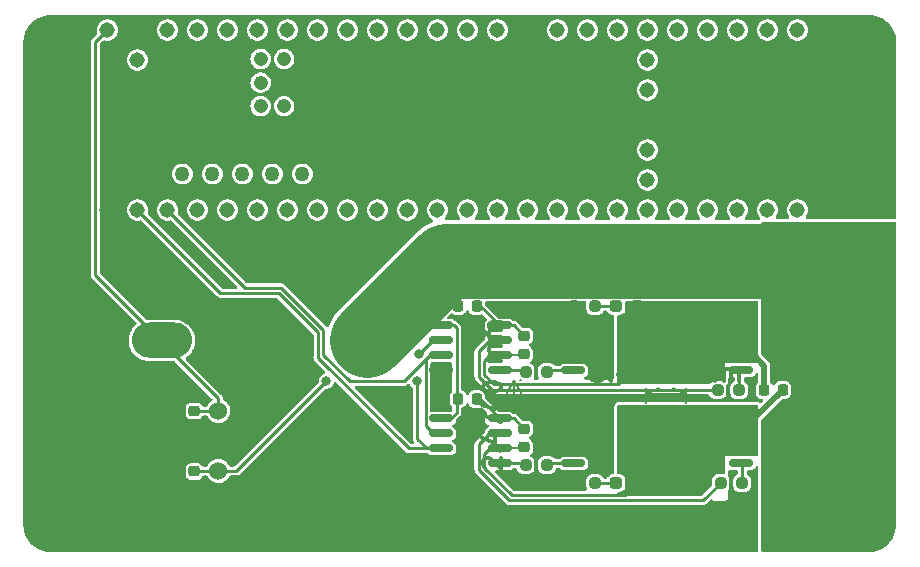
<source format=gtl>
G04 #@! TF.GenerationSoftware,KiCad,Pcbnew,(6.0.8)*
G04 #@! TF.CreationDate,2022-10-20T16:10:57-05:00*
G04 #@! TF.ProjectId,H-Bridge,482d4272-6964-4676-952e-6b696361645f,rev?*
G04 #@! TF.SameCoordinates,Original*
G04 #@! TF.FileFunction,Copper,L1,Top*
G04 #@! TF.FilePolarity,Positive*
%FSLAX46Y46*%
G04 Gerber Fmt 4.6, Leading zero omitted, Abs format (unit mm)*
G04 Created by KiCad (PCBNEW (6.0.8)) date 2022-10-20 16:10:57*
%MOMM*%
%LPD*%
G01*
G04 APERTURE LIST*
G04 Aperture macros list*
%AMRoundRect*
0 Rectangle with rounded corners*
0 $1 Rounding radius*
0 $2 $3 $4 $5 $6 $7 $8 $9 X,Y pos of 4 corners*
0 Add a 4 corners polygon primitive as box body*
4,1,4,$2,$3,$4,$5,$6,$7,$8,$9,$2,$3,0*
0 Add four circle primitives for the rounded corners*
1,1,$1+$1,$2,$3*
1,1,$1+$1,$4,$5*
1,1,$1+$1,$6,$7*
1,1,$1+$1,$8,$9*
0 Add four rect primitives between the rounded corners*
20,1,$1+$1,$2,$3,$4,$5,0*
20,1,$1+$1,$4,$5,$6,$7,0*
20,1,$1+$1,$6,$7,$8,$9,0*
20,1,$1+$1,$8,$9,$2,$3,0*%
G04 Aperture macros list end*
%ADD10C,0.300000*%
G04 #@! TA.AperFunction,NonConductor*
%ADD11C,0.300000*%
G04 #@! TD*
G04 #@! TA.AperFunction,NonConductor*
%ADD12C,0.200000*%
G04 #@! TD*
G04 #@! TA.AperFunction,SMDPad,CuDef*
%ADD13RoundRect,0.237500X-0.250000X-0.237500X0.250000X-0.237500X0.250000X0.237500X-0.250000X0.237500X0*%
G04 #@! TD*
G04 #@! TA.AperFunction,SMDPad,CuDef*
%ADD14RoundRect,0.225000X-0.250000X0.225000X-0.250000X-0.225000X0.250000X-0.225000X0.250000X0.225000X0*%
G04 #@! TD*
G04 #@! TA.AperFunction,SMDPad,CuDef*
%ADD15RoundRect,0.218750X0.218750X0.256250X-0.218750X0.256250X-0.218750X-0.256250X0.218750X-0.256250X0*%
G04 #@! TD*
G04 #@! TA.AperFunction,SMDPad,CuDef*
%ADD16RoundRect,0.237500X-0.287500X-0.237500X0.287500X-0.237500X0.287500X0.237500X-0.287500X0.237500X0*%
G04 #@! TD*
G04 #@! TA.AperFunction,ComponentPad*
%ADD17O,5.100000X3.000000*%
G04 #@! TD*
G04 #@! TA.AperFunction,SMDPad,CuDef*
%ADD18RoundRect,0.150000X-0.825000X-0.150000X0.825000X-0.150000X0.825000X0.150000X-0.825000X0.150000X0*%
G04 #@! TD*
G04 #@! TA.AperFunction,ComponentPad*
%ADD19C,1.308000*%
G04 #@! TD*
G04 #@! TA.AperFunction,ComponentPad*
%ADD20C,1.258000*%
G04 #@! TD*
G04 #@! TA.AperFunction,ComponentPad*
%ADD21C,1.208000*%
G04 #@! TD*
G04 #@! TA.AperFunction,SMDPad,CuDef*
%ADD22RoundRect,0.225000X-0.225000X-0.250000X0.225000X-0.250000X0.225000X0.250000X-0.225000X0.250000X0*%
G04 #@! TD*
G04 #@! TA.AperFunction,SMDPad,CuDef*
%ADD23RoundRect,0.237500X0.250000X0.237500X-0.250000X0.237500X-0.250000X-0.237500X0.250000X-0.237500X0*%
G04 #@! TD*
G04 #@! TA.AperFunction,SMDPad,CuDef*
%ADD24RoundRect,0.225000X0.250000X-0.225000X0.250000X0.225000X-0.250000X0.225000X-0.250000X-0.225000X0*%
G04 #@! TD*
G04 #@! TA.AperFunction,ComponentPad*
%ADD25C,1.524000*%
G04 #@! TD*
G04 #@! TA.AperFunction,ComponentPad*
%ADD26O,3.000000X5.100000*%
G04 #@! TD*
G04 #@! TA.AperFunction,ViaPad*
%ADD27C,0.800000*%
G04 #@! TD*
G04 #@! TA.AperFunction,Conductor*
%ADD28C,0.250000*%
G04 #@! TD*
G04 #@! TA.AperFunction,Conductor*
%ADD29C,0.254000*%
G04 #@! TD*
G04 #@! TA.AperFunction,Conductor*
%ADD30C,6.350000*%
G04 #@! TD*
G04 #@! TA.AperFunction,Conductor*
%ADD31C,0.200000*%
G04 #@! TD*
G04 #@! TA.AperFunction,Conductor*
%ADD32C,0.508000*%
G04 #@! TD*
G04 APERTURE END LIST*
D10*
D11*
X94693428Y-85081285D02*
X94622000Y-85009857D01*
X94550571Y-84867000D01*
X94550571Y-84509857D01*
X94622000Y-84367000D01*
X94693428Y-84295571D01*
X94836285Y-84224142D01*
X94979142Y-84224142D01*
X95193428Y-84295571D01*
X96050571Y-85152714D01*
X96050571Y-84224142D01*
X95907714Y-83581285D02*
X95979142Y-83509857D01*
X96050571Y-83581285D01*
X95979142Y-83652714D01*
X95907714Y-83581285D01*
X96050571Y-83581285D01*
X95050571Y-82224142D02*
X96050571Y-82224142D01*
X94479142Y-82581285D02*
X95550571Y-82938428D01*
X95550571Y-82009857D01*
X94550571Y-81581285D02*
X94550571Y-80581285D01*
X96050571Y-81224142D01*
X95050571Y-79367000D02*
X96050571Y-79367000D01*
X94479142Y-79724142D02*
X95550571Y-80081285D01*
X95550571Y-79152714D01*
X94550571Y-78295571D02*
X94550571Y-78152714D01*
X94622000Y-78009857D01*
X94693428Y-77938428D01*
X94836285Y-77867000D01*
X95122000Y-77795571D01*
X95479142Y-77795571D01*
X95764857Y-77867000D01*
X95907714Y-77938428D01*
X95979142Y-78009857D01*
X96050571Y-78152714D01*
X96050571Y-78295571D01*
X95979142Y-78438428D01*
X95907714Y-78509857D01*
X95764857Y-78581285D01*
X95479142Y-78652714D01*
X95122000Y-78652714D01*
X94836285Y-78581285D01*
X94693428Y-78509857D01*
X94622000Y-78438428D01*
X94550571Y-78295571D01*
X96050571Y-76009857D02*
X95050571Y-76009857D01*
X95193428Y-76009857D02*
X95122000Y-75938428D01*
X95050571Y-75795571D01*
X95050571Y-75581285D01*
X95122000Y-75438428D01*
X95264857Y-75367000D01*
X96050571Y-75367000D01*
X95264857Y-75367000D02*
X95122000Y-75295571D01*
X95050571Y-75152714D01*
X95050571Y-74938428D01*
X95122000Y-74795571D01*
X95264857Y-74724142D01*
X96050571Y-74724142D01*
X96050571Y-74009857D02*
X95050571Y-74009857D01*
X95193428Y-74009857D02*
X95122000Y-73938428D01*
X95050571Y-73795571D01*
X95050571Y-73581285D01*
X95122000Y-73438428D01*
X95264857Y-73367000D01*
X96050571Y-73367000D01*
X95264857Y-73367000D02*
X95122000Y-73295571D01*
X95050571Y-73152714D01*
X95050571Y-72938428D01*
X95122000Y-72795571D01*
X95264857Y-72724142D01*
X96050571Y-72724142D01*
D12*
X97672000Y-77630000D02*
X97758420Y-77630000D01*
X97672000Y-80104000D02*
X97758420Y-80104000D01*
X97172000Y-77630000D02*
X97172000Y-80104000D01*
X97172000Y-77630000D02*
X97172000Y-80104000D01*
X97172000Y-77630000D02*
X96585579Y-78756504D01*
X97172000Y-77630000D02*
X97758421Y-78756504D01*
X97172000Y-80104000D02*
X97758421Y-78977496D01*
X97172000Y-80104000D02*
X96585579Y-78977496D01*
D10*
D11*
X103768285Y-76245571D02*
X104696857Y-76245571D01*
X104196857Y-76817000D01*
X104411142Y-76817000D01*
X104554000Y-76888428D01*
X104625428Y-76959857D01*
X104696857Y-77102714D01*
X104696857Y-77459857D01*
X104625428Y-77602714D01*
X104554000Y-77674142D01*
X104411142Y-77745571D01*
X103982571Y-77745571D01*
X103839714Y-77674142D01*
X103768285Y-77602714D01*
X105339714Y-77602714D02*
X105411142Y-77674142D01*
X105339714Y-77745571D01*
X105268285Y-77674142D01*
X105339714Y-77602714D01*
X105339714Y-77745571D01*
X106696857Y-76745571D02*
X106696857Y-77745571D01*
X106339714Y-76174142D02*
X105982571Y-77245571D01*
X106911142Y-77245571D01*
X108268285Y-77745571D02*
X107411142Y-77745571D01*
X107839714Y-77745571D02*
X107839714Y-76245571D01*
X107696857Y-76459857D01*
X107554000Y-76602714D01*
X107411142Y-76674142D01*
X108839714Y-76388428D02*
X108911142Y-76317000D01*
X109054000Y-76245571D01*
X109411142Y-76245571D01*
X109554000Y-76317000D01*
X109625428Y-76388428D01*
X109696857Y-76531285D01*
X109696857Y-76674142D01*
X109625428Y-76888428D01*
X108768285Y-77745571D01*
X109696857Y-77745571D01*
X110625428Y-76245571D02*
X110768285Y-76245571D01*
X110911142Y-76317000D01*
X110982571Y-76388428D01*
X111054000Y-76531285D01*
X111125428Y-76817000D01*
X111125428Y-77174142D01*
X111054000Y-77459857D01*
X110982571Y-77602714D01*
X110911142Y-77674142D01*
X110768285Y-77745571D01*
X110625428Y-77745571D01*
X110482571Y-77674142D01*
X110411142Y-77602714D01*
X110339714Y-77459857D01*
X110268285Y-77174142D01*
X110268285Y-76817000D01*
X110339714Y-76531285D01*
X110411142Y-76388428D01*
X110482571Y-76317000D01*
X110625428Y-76245571D01*
X112911142Y-77745571D02*
X112911142Y-76745571D01*
X112911142Y-76888428D02*
X112982571Y-76817000D01*
X113125428Y-76745571D01*
X113339714Y-76745571D01*
X113482571Y-76817000D01*
X113554000Y-76959857D01*
X113554000Y-77745571D01*
X113554000Y-76959857D02*
X113625428Y-76817000D01*
X113768285Y-76745571D01*
X113982571Y-76745571D01*
X114125428Y-76817000D01*
X114196857Y-76959857D01*
X114196857Y-77745571D01*
X114911142Y-77745571D02*
X114911142Y-76745571D01*
X114911142Y-76888428D02*
X114982571Y-76817000D01*
X115125428Y-76745571D01*
X115339714Y-76745571D01*
X115482571Y-76817000D01*
X115554000Y-76959857D01*
X115554000Y-77745571D01*
X115554000Y-76959857D02*
X115625428Y-76817000D01*
X115768285Y-76745571D01*
X115982571Y-76745571D01*
X116125428Y-76817000D01*
X116196857Y-76959857D01*
X116196857Y-77745571D01*
D12*
X108348000Y-79604000D02*
X108348000Y-78280580D01*
X111760000Y-79604000D02*
X111760000Y-78280580D01*
X108348000Y-78867000D02*
X111760000Y-78867000D01*
X108348000Y-78867000D02*
X111760000Y-78867000D01*
X108348000Y-78867000D02*
X109474504Y-79453421D01*
X108348000Y-78867000D02*
X109474504Y-78280579D01*
X111760000Y-78867000D02*
X110633496Y-78280579D01*
X111760000Y-78867000D02*
X110633496Y-79453421D01*
D13*
X98147500Y-76962000D03*
X99972500Y-76962000D03*
D14*
X98044000Y-73901000D03*
X98044000Y-75451000D03*
D13*
X98147500Y-84836000D03*
X99972500Y-84836000D03*
D15*
X94005500Y-79248000D03*
X92430500Y-79248000D03*
D14*
X70104000Y-80264000D03*
X70104000Y-81814000D03*
D16*
X105805000Y-71374000D03*
X107555000Y-71374000D03*
D17*
X76708000Y-74232800D03*
X84582000Y-74232800D03*
D18*
X90997000Y-80899000D03*
X90997000Y-82169000D03*
X90997000Y-83439000D03*
X90997000Y-84709000D03*
X95947000Y-84709000D03*
X95947000Y-83439000D03*
X95947000Y-82169000D03*
X95947000Y-80899000D03*
X90997000Y-73025000D03*
X90997000Y-74295000D03*
X90997000Y-75565000D03*
X90997000Y-76835000D03*
X95947000Y-76835000D03*
X95947000Y-75565000D03*
X95947000Y-74295000D03*
X95947000Y-73025000D03*
D19*
X65278000Y-63246000D03*
X67818000Y-63246000D03*
X70358000Y-63246000D03*
X72898000Y-63246000D03*
X98298000Y-63246000D03*
X67818000Y-48006000D03*
X108458000Y-58166000D03*
X75438000Y-63246000D03*
X77978000Y-63246000D03*
D20*
X69088000Y-60196000D03*
D19*
X80518000Y-63246000D03*
X83058000Y-63246000D03*
X85598000Y-63246000D03*
X88138000Y-63246000D03*
X90678000Y-63246000D03*
X93218000Y-63246000D03*
X95758000Y-63246000D03*
X95758000Y-48006000D03*
X93218000Y-48006000D03*
X90678000Y-48006000D03*
X88138000Y-48006000D03*
X85598000Y-48006000D03*
X83058000Y-48006000D03*
X80518000Y-48006000D03*
X77978000Y-48006000D03*
X75438000Y-48006000D03*
X72898000Y-48006000D03*
X70358000Y-48006000D03*
X100838000Y-63246000D03*
X103378000Y-63246000D03*
X105918000Y-63246000D03*
X108458000Y-63246000D03*
X110998000Y-63246000D03*
X113538000Y-63246000D03*
X116078000Y-63246000D03*
X118618000Y-63246000D03*
X121158000Y-63246000D03*
X121158000Y-48006000D03*
X118618000Y-48006000D03*
X116078000Y-48006000D03*
X113538000Y-48006000D03*
X110998000Y-48006000D03*
X108458000Y-48006000D03*
X105918000Y-48006000D03*
X103378000Y-48006000D03*
X100838000Y-48006000D03*
D20*
X74168000Y-60196000D03*
X71628000Y-60196000D03*
D19*
X62738000Y-63246000D03*
X98298000Y-48006000D03*
X65278000Y-48006000D03*
X108458000Y-55626000D03*
D21*
X77708000Y-52456000D03*
X75708000Y-52456000D03*
D19*
X108458000Y-50546000D03*
X108458000Y-53086000D03*
D21*
X75708000Y-50456000D03*
X77708000Y-50456000D03*
X77708000Y-54456000D03*
X75708000Y-54456000D03*
D20*
X76708000Y-60196000D03*
X79248000Y-60196000D03*
D19*
X108458000Y-60706000D03*
X62738000Y-48006000D03*
X65278000Y-50546000D03*
D18*
X102173000Y-73025000D03*
X102173000Y-74295000D03*
X102173000Y-75565000D03*
X102173000Y-76835000D03*
X107123000Y-76835000D03*
X107123000Y-75565000D03*
X107123000Y-74295000D03*
X107123000Y-73025000D03*
X116397000Y-73025000D03*
X116397000Y-74295000D03*
X116397000Y-75565000D03*
X116397000Y-76835000D03*
X121347000Y-76835000D03*
X121347000Y-75565000D03*
X121347000Y-74295000D03*
X121347000Y-73025000D03*
D13*
X114657500Y-86360000D03*
X116482500Y-86360000D03*
D15*
X94005500Y-71374000D03*
X92430500Y-71374000D03*
D13*
X114403500Y-78486000D03*
X116228500Y-78486000D03*
D14*
X98044000Y-81775000D03*
X98044000Y-83325000D03*
D22*
X118351000Y-78486000D03*
X119901000Y-78486000D03*
D18*
X102173000Y-80899000D03*
X102173000Y-82169000D03*
X102173000Y-83439000D03*
X102173000Y-84709000D03*
X107123000Y-84709000D03*
X107123000Y-83439000D03*
X107123000Y-82169000D03*
X107123000Y-80899000D03*
D23*
X104036500Y-71374000D03*
X102211500Y-71374000D03*
D24*
X70104000Y-85370000D03*
X70104000Y-83820000D03*
D23*
X104036500Y-86360000D03*
X102211500Y-86360000D03*
D16*
X105805000Y-86360000D03*
X107555000Y-86360000D03*
D17*
X59478000Y-74288600D03*
X67352000Y-74288600D03*
D18*
X116397000Y-80899000D03*
X116397000Y-82169000D03*
X116397000Y-83439000D03*
X116397000Y-84709000D03*
X121347000Y-84709000D03*
X121347000Y-83439000D03*
X121347000Y-82169000D03*
X121347000Y-80899000D03*
D25*
X72136000Y-85344000D03*
X72136000Y-82804000D03*
X72136000Y-80264000D03*
D26*
X111760000Y-74930000D03*
X111760000Y-82804000D03*
D27*
X63500000Y-50800000D03*
X101600000Y-88900000D03*
X99314000Y-74676000D03*
X114300000Y-50800000D03*
X100330000Y-75692000D03*
X103886000Y-72898000D03*
X99314000Y-75692000D03*
X100330000Y-82550000D03*
X114300000Y-60960000D03*
X104902000Y-80518000D03*
X88900000Y-60960000D03*
X104902000Y-73914000D03*
X99314000Y-80518000D03*
X103886000Y-82550000D03*
X99314000Y-72644000D03*
X103886000Y-74930000D03*
X126746000Y-60960000D03*
X58420000Y-50800000D03*
X104902000Y-72898000D03*
X103886000Y-83566000D03*
X99314000Y-82550000D03*
X127000000Y-50800000D03*
X103886000Y-81534000D03*
X88900000Y-50800000D03*
X99314000Y-81534000D03*
X90932000Y-78740000D03*
X104902000Y-83566000D03*
X104902000Y-81534000D03*
X100330000Y-80518000D03*
X100330000Y-83566000D03*
X73660000Y-50800000D03*
X58420000Y-63500000D03*
X58420000Y-88900000D03*
X100330000Y-74676000D03*
X76200000Y-88900000D03*
X104902000Y-75946000D03*
X100330000Y-73660000D03*
X100330000Y-72644000D03*
X103886000Y-73914000D03*
X114300000Y-88900000D03*
X99314000Y-83566000D03*
X63500000Y-88900000D03*
X87376000Y-79756000D03*
X103886000Y-80518000D03*
X100330000Y-81534000D03*
X104902000Y-74930000D03*
X104902000Y-82550000D03*
X101600000Y-50800000D03*
X73660000Y-58420000D03*
X103886000Y-75946000D03*
X88900000Y-88900000D03*
X99314000Y-73660000D03*
X101600000Y-60960000D03*
X89148286Y-75432286D03*
X88968500Y-77724000D03*
X81280000Y-77724000D03*
D28*
X102211500Y-71374000D02*
X102211500Y-72986500D01*
X70104000Y-81814000D02*
X71146000Y-81814000D01*
X102549751Y-83439000D02*
X102173000Y-83439000D01*
X70104000Y-83820000D02*
X71120000Y-83820000D01*
X71146000Y-81814000D02*
X72136000Y-82804000D01*
X103473000Y-85098500D02*
X103473000Y-84362249D01*
X102211500Y-72986500D02*
X102173000Y-73025000D01*
X102211500Y-86360000D02*
X103473000Y-85098500D01*
X103473000Y-84362249D02*
X102549751Y-83439000D01*
X71120000Y-83820000D02*
X72136000Y-82804000D01*
X105805000Y-71374000D02*
X104036500Y-71374000D01*
X105805000Y-86360000D02*
X104036500Y-86360000D01*
D29*
X116228500Y-78486000D02*
X116228500Y-77003500D01*
X116228500Y-77003500D02*
X116397000Y-76835000D01*
D28*
X100099500Y-84709000D02*
X99972500Y-84836000D01*
X102173000Y-84709000D02*
X100099500Y-84709000D01*
D29*
X116482500Y-86360000D02*
X116482500Y-84794500D01*
X116482500Y-84794500D02*
X116397000Y-84709000D01*
D28*
X102173000Y-76835000D02*
X100099500Y-76835000D01*
X100099500Y-76835000D02*
X99972500Y-76962000D01*
X114403500Y-78486000D02*
X95314853Y-78486000D01*
X94197000Y-77368147D02*
X94197000Y-75221000D01*
X95314853Y-78486000D02*
X94197000Y-77368147D01*
X95123000Y-74295000D02*
X95947000Y-74295000D01*
X94197000Y-75221000D02*
X95123000Y-74295000D01*
X95947000Y-76835000D02*
X98020500Y-76835000D01*
X98020500Y-76835000D02*
X98147500Y-76962000D01*
X94197000Y-83095000D02*
X95123000Y-82169000D01*
X113191500Y-87826000D02*
X114657500Y-86360000D01*
X96780853Y-87826000D02*
X94197000Y-85242147D01*
X113191500Y-87826000D02*
X96780853Y-87826000D01*
X94197000Y-85242147D02*
X94197000Y-83095000D01*
X95123000Y-82169000D02*
X95947000Y-82169000D01*
X95947000Y-84709000D02*
X98020500Y-84709000D01*
X98020500Y-84709000D02*
X98147500Y-84836000D01*
D29*
X80572000Y-75746000D02*
X88265000Y-83439000D01*
X77253551Y-70275603D02*
X80572000Y-73594052D01*
X90997000Y-83439000D02*
X89789000Y-83439000D01*
X72307603Y-70275603D02*
X77253551Y-70275603D01*
X88968500Y-82618500D02*
X88968500Y-77724000D01*
X90285572Y-74295000D02*
X90997000Y-74295000D01*
X80572000Y-73594052D02*
X80572000Y-75746000D01*
X88265000Y-83439000D02*
X90997000Y-83439000D01*
X89148286Y-75432286D02*
X90285572Y-74295000D01*
X65278000Y-63246000D02*
X72307603Y-70275603D01*
X89789000Y-83439000D02*
X88968500Y-82618500D01*
X90997000Y-82169000D02*
X90297000Y-82169000D01*
X89695000Y-75913000D02*
X90043000Y-75565000D01*
X90297000Y-82169000D02*
X89695000Y-81567000D01*
X81026000Y-75514376D02*
X81026000Y-73406000D01*
X90997000Y-75565000D02*
X90043000Y-75565000D01*
X83258424Y-77746800D02*
X81026000Y-75514376D01*
X77441603Y-69821603D02*
X74393603Y-69821603D01*
X74393603Y-69821603D02*
X67818000Y-63246000D01*
X81026000Y-73406000D02*
X77441603Y-69821603D01*
X89695000Y-81567000D02*
X89695000Y-75913000D01*
X90043000Y-75565000D02*
X87861200Y-77746800D01*
X87861200Y-77746800D02*
X83258424Y-77746800D01*
D28*
X70130000Y-85344000D02*
X70104000Y-85370000D01*
X92297000Y-80423000D02*
X92297000Y-73247000D01*
X90997000Y-80899000D02*
X91821000Y-80899000D01*
X72136000Y-85344000D02*
X70130000Y-85344000D01*
D30*
X91429800Y-67524000D02*
X121666000Y-67524000D01*
D28*
X90997000Y-73025000D02*
X92075000Y-73025000D01*
X92297000Y-73247000D02*
X92075000Y-73025000D01*
X91821000Y-80899000D02*
X92297000Y-80423000D01*
X73660000Y-85344000D02*
X81280000Y-77724000D01*
X72136000Y-85344000D02*
X73660000Y-85344000D01*
D30*
X84709000Y-74244800D02*
X91429800Y-67524000D01*
D28*
X105980000Y-77978000D02*
X95443249Y-77978000D01*
D31*
X97930000Y-75565000D02*
X98044000Y-75451000D01*
X95947000Y-75565000D02*
X97930000Y-75565000D01*
D28*
X107555000Y-71374000D02*
X107555000Y-72593000D01*
D32*
X117475000Y-75565000D02*
X118351000Y-76441000D01*
D28*
X107123000Y-76835000D02*
X105980000Y-77978000D01*
X107555000Y-72593000D02*
X107123000Y-73025000D01*
X95443249Y-77978000D02*
X94647000Y-77181751D01*
X95123000Y-75565000D02*
X95947000Y-75565000D01*
X94647000Y-77181751D02*
X94647000Y-76041000D01*
X94647000Y-76041000D02*
X95123000Y-75565000D01*
D32*
X116397000Y-75565000D02*
X117475000Y-75565000D01*
X118351000Y-76441000D02*
X118351000Y-78486000D01*
D31*
X95947000Y-83439000D02*
X97930000Y-83439000D01*
D32*
X119901000Y-78486000D02*
X117488000Y-80899000D01*
X117488000Y-80899000D02*
X116397000Y-80899000D01*
D28*
X96967249Y-87376000D02*
X94647000Y-85055751D01*
X95123000Y-83439000D02*
X95947000Y-83439000D01*
X107555000Y-86360000D02*
X106539000Y-87376000D01*
D31*
X97930000Y-83439000D02*
X98044000Y-83325000D01*
D28*
X94647000Y-85055751D02*
X94647000Y-83915000D01*
X107555000Y-86360000D02*
X107555000Y-85141000D01*
X107555000Y-85141000D02*
X107123000Y-84709000D01*
X94647000Y-83915000D02*
X95123000Y-83439000D01*
X106539000Y-87376000D02*
X96967249Y-87376000D01*
D29*
X94296000Y-79248000D02*
X95947000Y-80899000D01*
D28*
X95947000Y-80899000D02*
X97168000Y-80899000D01*
X97168000Y-80899000D02*
X98044000Y-81775000D01*
D29*
X94005500Y-79248000D02*
X94296000Y-79248000D01*
X94005500Y-71374000D02*
X94296000Y-71374000D01*
X94296000Y-71374000D02*
X95947000Y-73025000D01*
D28*
X95947000Y-73025000D02*
X97168000Y-73025000D01*
X97168000Y-73025000D02*
X98044000Y-73901000D01*
D29*
X67183000Y-74244800D02*
X61722000Y-68783800D01*
X61722000Y-68783800D02*
X61722000Y-49022000D01*
X67183000Y-74244800D02*
X72136000Y-79197800D01*
D28*
X70104000Y-80264000D02*
X72136000Y-80264000D01*
D29*
X72136000Y-79197800D02*
X72136000Y-80264000D01*
X61722000Y-49022000D02*
X62738000Y-48006000D01*
G04 #@! TA.AperFunction,Conductor*
G36*
X117798121Y-70973502D02*
G01*
X117844614Y-71027158D01*
X117856000Y-71079500D01*
X117856000Y-76074000D01*
X117835998Y-76142121D01*
X117782342Y-76188614D01*
X117730000Y-76200000D01*
X115062000Y-76200000D01*
X115062000Y-77694364D01*
X115041998Y-77762485D01*
X114988342Y-77808978D01*
X114918068Y-77819082D01*
X114891770Y-77812346D01*
X114837339Y-77791941D01*
X114760236Y-77763036D01*
X114700070Y-77756500D01*
X114106930Y-77756500D01*
X114046764Y-77763036D01*
X114021999Y-77772320D01*
X113923205Y-77809356D01*
X113923202Y-77809357D01*
X113914801Y-77812507D01*
X113802026Y-77897026D01*
X113796645Y-77904206D01*
X113796641Y-77904210D01*
X113779139Y-77927564D01*
X113722281Y-77970079D01*
X113678312Y-77978000D01*
X106044000Y-77978000D01*
X105975879Y-77957998D01*
X105929386Y-77904342D01*
X105918000Y-77852000D01*
X105918000Y-72229500D01*
X105938002Y-72161379D01*
X105991658Y-72114886D01*
X106044000Y-72103500D01*
X106139070Y-72103500D01*
X106199236Y-72096964D01*
X106244387Y-72080037D01*
X106322795Y-72050644D01*
X106322798Y-72050643D01*
X106331199Y-72047493D01*
X106443974Y-71962974D01*
X106528493Y-71850199D01*
X106577964Y-71718236D01*
X106584500Y-71658070D01*
X106584500Y-71089930D01*
X106584131Y-71086529D01*
X106584119Y-71086316D01*
X106600407Y-71017213D01*
X106651470Y-70967885D01*
X106709935Y-70953500D01*
X117730000Y-70953500D01*
X117798121Y-70973502D01*
G37*
G04 #@! TD.AperFunction*
G04 #@! TA.AperFunction,Conductor*
G36*
X129474843Y-64282002D02*
G01*
X129521336Y-64335658D01*
X129532722Y-64388056D01*
X129521465Y-89878497D01*
X129519045Y-89903018D01*
X129516463Y-89916000D01*
X129518884Y-89928172D01*
X129518884Y-89940580D01*
X129518564Y-89940580D01*
X129519304Y-89951456D01*
X129505245Y-90183882D01*
X129503411Y-90198986D01*
X129456411Y-90455463D01*
X129452770Y-90470236D01*
X129375197Y-90719180D01*
X129369801Y-90733407D01*
X129262786Y-90971186D01*
X129255716Y-90984658D01*
X129120823Y-91207803D01*
X129112180Y-91220325D01*
X128951370Y-91425586D01*
X128941280Y-91436974D01*
X128756905Y-91621353D01*
X128745519Y-91631441D01*
X128540260Y-91792256D01*
X128527747Y-91800894D01*
X128416169Y-91868347D01*
X128304595Y-91935797D01*
X128291123Y-91942868D01*
X128053347Y-92049886D01*
X128039120Y-92055281D01*
X127790184Y-92132857D01*
X127775411Y-92136499D01*
X127518928Y-92183506D01*
X127503824Y-92185340D01*
X127271592Y-92199392D01*
X127260526Y-92198640D01*
X127260526Y-92198935D01*
X127248115Y-92198935D01*
X127235944Y-92196514D01*
X127223774Y-92198935D01*
X127223773Y-92198935D01*
X127223049Y-92199079D01*
X127198466Y-92201500D01*
X118236000Y-92201500D01*
X118167879Y-92181498D01*
X118121386Y-92127842D01*
X118110000Y-92075500D01*
X118110000Y-81048317D01*
X118130002Y-80980196D01*
X118146905Y-80959222D01*
X119853722Y-79252405D01*
X119916034Y-79218379D01*
X119942816Y-79215500D01*
X120154130Y-79215499D01*
X120171388Y-79215499D01*
X120174782Y-79215130D01*
X120174788Y-79215130D01*
X120222166Y-79209984D01*
X120222170Y-79209983D01*
X120230024Y-79209130D01*
X120358635Y-79160917D01*
X120365814Y-79155537D01*
X120365817Y-79155535D01*
X120461367Y-79083923D01*
X120468544Y-79078544D01*
X120473923Y-79071367D01*
X120545535Y-78975817D01*
X120545537Y-78975814D01*
X120550917Y-78968635D01*
X120599130Y-78840024D01*
X120605500Y-78781389D01*
X120605499Y-78190612D01*
X120599130Y-78131976D01*
X120550917Y-78003365D01*
X120545537Y-77996186D01*
X120545535Y-77996183D01*
X120473923Y-77900633D01*
X120468544Y-77893456D01*
X120409501Y-77849205D01*
X120365817Y-77816465D01*
X120365814Y-77816463D01*
X120358635Y-77811083D01*
X120350230Y-77807932D01*
X120237419Y-77765642D01*
X120237418Y-77765642D01*
X120230024Y-77762870D01*
X120222174Y-77762017D01*
X120222173Y-77762017D01*
X120174786Y-77756869D01*
X120174785Y-77756869D01*
X120171389Y-77756500D01*
X119901080Y-77756500D01*
X119630612Y-77756501D01*
X119627218Y-77756870D01*
X119627212Y-77756870D01*
X119579834Y-77762016D01*
X119579830Y-77762017D01*
X119571976Y-77762870D01*
X119443365Y-77811083D01*
X119436186Y-77816463D01*
X119436183Y-77816465D01*
X119392499Y-77849205D01*
X119333456Y-77893456D01*
X119328077Y-77900633D01*
X119256465Y-77996183D01*
X119256463Y-77996186D01*
X119251083Y-78003365D01*
X119247932Y-78011771D01*
X119243982Y-78022307D01*
X119201341Y-78079072D01*
X119134779Y-78103772D01*
X119065430Y-78088565D01*
X119015312Y-78038279D01*
X119008018Y-78022307D01*
X119004068Y-78011771D01*
X119000917Y-78003365D01*
X118995537Y-77996186D01*
X118995535Y-77996183D01*
X118959730Y-77948410D01*
X118918544Y-77893456D01*
X118909935Y-77887004D01*
X118908877Y-77885589D01*
X118905015Y-77881727D01*
X118905573Y-77881169D01*
X118867420Y-77830146D01*
X118859500Y-77786178D01*
X118859500Y-76512073D01*
X118860855Y-76499944D01*
X118860373Y-76499905D01*
X118861093Y-76490954D01*
X118863074Y-76482200D01*
X118859742Y-76428492D01*
X118859500Y-76420690D01*
X118859500Y-76404487D01*
X118858016Y-76394122D01*
X118856987Y-76384072D01*
X118854611Y-76345784D01*
X118854055Y-76336823D01*
X118851006Y-76328377D01*
X118850407Y-76325486D01*
X118846178Y-76308520D01*
X118845352Y-76305695D01*
X118844080Y-76296813D01*
X118824478Y-76253702D01*
X118820672Y-76244351D01*
X118807644Y-76208261D01*
X118807643Y-76208258D01*
X118804596Y-76199819D01*
X118799302Y-76192572D01*
X118797919Y-76189972D01*
X118789102Y-76174884D01*
X118787508Y-76172392D01*
X118783792Y-76164218D01*
X118752886Y-76128349D01*
X118746610Y-76120445D01*
X118738575Y-76109447D01*
X118727600Y-76098472D01*
X118721242Y-76091624D01*
X118694576Y-76060676D01*
X118694571Y-76060672D01*
X118688713Y-76053873D01*
X118681180Y-76048991D01*
X118674932Y-76043540D01*
X118663077Y-76033949D01*
X118146905Y-75517777D01*
X118112880Y-75455465D01*
X118110000Y-75428682D01*
X118110000Y-64388000D01*
X118130002Y-64319879D01*
X118183658Y-64273386D01*
X118236000Y-64262000D01*
X129406722Y-64262000D01*
X129474843Y-64282002D01*
G37*
G04 #@! TD.AperFunction*
G04 #@! TA.AperFunction,Conductor*
G36*
X117798121Y-79776002D02*
G01*
X117844614Y-79829658D01*
X117856000Y-79882000D01*
X117856000Y-83948000D01*
X117835998Y-84016121D01*
X117782342Y-84062614D01*
X117730000Y-84074000D01*
X115062000Y-84074000D01*
X115062000Y-85504500D01*
X115041998Y-85572621D01*
X114988342Y-85619114D01*
X114936000Y-85630500D01*
X114360930Y-85630500D01*
X114300764Y-85637036D01*
X114275999Y-85646320D01*
X114177205Y-85683356D01*
X114177202Y-85683357D01*
X114168801Y-85686507D01*
X114056026Y-85771026D01*
X113971507Y-85883801D01*
X113922036Y-86015764D01*
X113915500Y-86075930D01*
X113915500Y-86513116D01*
X113895498Y-86581237D01*
X113878595Y-86602211D01*
X113071211Y-87409595D01*
X113008899Y-87443621D01*
X112982116Y-87446500D01*
X106044000Y-87446500D01*
X105975879Y-87426498D01*
X105929386Y-87372842D01*
X105918000Y-87320500D01*
X105918000Y-87215500D01*
X105938002Y-87147379D01*
X105991658Y-87100886D01*
X106044000Y-87089500D01*
X106139070Y-87089500D01*
X106199236Y-87082964D01*
X106244387Y-87066037D01*
X106322795Y-87036644D01*
X106322798Y-87036643D01*
X106331199Y-87033493D01*
X106443974Y-86948974D01*
X106528493Y-86836199D01*
X106577964Y-86704236D01*
X106584500Y-86644070D01*
X106584500Y-86075930D01*
X106577964Y-86015764D01*
X106528493Y-85883801D01*
X106443974Y-85771026D01*
X106331199Y-85686507D01*
X106322798Y-85683357D01*
X106322795Y-85683356D01*
X106224001Y-85646320D01*
X106199236Y-85637036D01*
X106139070Y-85630500D01*
X106044000Y-85630500D01*
X105975879Y-85610498D01*
X105929386Y-85556842D01*
X105918000Y-85504500D01*
X105918000Y-79882000D01*
X105938002Y-79813879D01*
X105991658Y-79767386D01*
X106044000Y-79756000D01*
X117730000Y-79756000D01*
X117798121Y-79776002D01*
G37*
G04 #@! TD.AperFunction*
G04 #@! TA.AperFunction,Conductor*
G36*
X93266422Y-46745703D02*
G01*
X127216510Y-46754542D01*
X127241054Y-46756962D01*
X127241829Y-46757116D01*
X127254000Y-46759537D01*
X127266172Y-46757116D01*
X127278580Y-46757116D01*
X127278580Y-46757436D01*
X127289456Y-46756696D01*
X127301690Y-46757436D01*
X127521882Y-46770755D01*
X127536986Y-46772589D01*
X127793463Y-46819589D01*
X127808237Y-46823230D01*
X128057186Y-46900805D01*
X128071407Y-46906199D01*
X128309186Y-47013214D01*
X128322658Y-47020284D01*
X128545803Y-47155177D01*
X128558325Y-47163820D01*
X128763586Y-47324630D01*
X128774974Y-47334720D01*
X128959353Y-47519095D01*
X128969441Y-47530481D01*
X129120814Y-47723688D01*
X129130253Y-47735736D01*
X129138894Y-47748253D01*
X129179893Y-47816072D01*
X129273797Y-47971405D01*
X129280868Y-47984876D01*
X129372901Y-48189358D01*
X129387886Y-48222653D01*
X129393281Y-48236880D01*
X129470857Y-48485816D01*
X129474499Y-48500589D01*
X129521506Y-48757072D01*
X129523340Y-48772176D01*
X129537392Y-49004408D01*
X129536640Y-49015471D01*
X129536935Y-49015471D01*
X129536935Y-49027883D01*
X129534514Y-49040056D01*
X129537063Y-49052870D01*
X129539484Y-49077497D01*
X129534571Y-60202565D01*
X129532948Y-63876572D01*
X129512916Y-63944684D01*
X129459240Y-63991153D01*
X129406722Y-64000635D01*
X129406722Y-64002500D01*
X121982351Y-64002500D01*
X121914230Y-63982498D01*
X121867737Y-63928842D01*
X121857633Y-63858568D01*
X121888713Y-63792192D01*
X121897040Y-63782944D01*
X121992527Y-63617556D01*
X122051542Y-63435928D01*
X122071504Y-63246000D01*
X122051542Y-63056072D01*
X121992527Y-62874444D01*
X121897040Y-62709056D01*
X121769253Y-62567134D01*
X121614752Y-62454882D01*
X121608724Y-62452198D01*
X121608722Y-62452197D01*
X121446319Y-62379891D01*
X121446318Y-62379891D01*
X121440288Y-62377206D01*
X121346888Y-62357353D01*
X121259944Y-62338872D01*
X121259939Y-62338872D01*
X121253487Y-62337500D01*
X121062513Y-62337500D01*
X121056061Y-62338872D01*
X121056056Y-62338872D01*
X120969112Y-62357353D01*
X120875712Y-62377206D01*
X120869682Y-62379891D01*
X120869681Y-62379891D01*
X120707278Y-62452197D01*
X120707276Y-62452198D01*
X120701248Y-62454882D01*
X120546747Y-62567134D01*
X120418960Y-62709056D01*
X120323473Y-62874444D01*
X120264458Y-63056072D01*
X120244496Y-63246000D01*
X120264458Y-63435928D01*
X120323473Y-63617556D01*
X120418960Y-63782944D01*
X120427287Y-63792192D01*
X120458003Y-63856198D01*
X120449238Y-63926652D01*
X120403775Y-63981182D01*
X120333649Y-64002500D01*
X119442351Y-64002500D01*
X119374230Y-63982498D01*
X119327737Y-63928842D01*
X119317633Y-63858568D01*
X119348713Y-63792192D01*
X119357040Y-63782944D01*
X119452527Y-63617556D01*
X119511542Y-63435928D01*
X119531504Y-63246000D01*
X119511542Y-63056072D01*
X119452527Y-62874444D01*
X119357040Y-62709056D01*
X119229253Y-62567134D01*
X119074752Y-62454882D01*
X119068724Y-62452198D01*
X119068722Y-62452197D01*
X118906319Y-62379891D01*
X118906318Y-62379891D01*
X118900288Y-62377206D01*
X118806888Y-62357353D01*
X118719944Y-62338872D01*
X118719939Y-62338872D01*
X118713487Y-62337500D01*
X118522513Y-62337500D01*
X118516061Y-62338872D01*
X118516056Y-62338872D01*
X118429112Y-62357353D01*
X118335712Y-62377206D01*
X118329682Y-62379891D01*
X118329681Y-62379891D01*
X118167278Y-62452197D01*
X118167276Y-62452198D01*
X118161248Y-62454882D01*
X118006747Y-62567134D01*
X117878960Y-62709056D01*
X117783473Y-62874444D01*
X117724458Y-63056072D01*
X117704496Y-63246000D01*
X117724458Y-63435928D01*
X117783473Y-63617556D01*
X117878960Y-63782944D01*
X117883375Y-63787847D01*
X117883379Y-63787852D01*
X117970122Y-63884190D01*
X118000840Y-63948197D01*
X117992075Y-64018651D01*
X117946612Y-64073182D01*
X117876486Y-64094500D01*
X116819514Y-64094500D01*
X116751393Y-64074498D01*
X116704900Y-64020842D01*
X116694796Y-63950568D01*
X116725878Y-63884190D01*
X116812621Y-63787852D01*
X116812625Y-63787847D01*
X116817040Y-63782944D01*
X116912527Y-63617556D01*
X116971542Y-63435928D01*
X116991504Y-63246000D01*
X116971542Y-63056072D01*
X116912527Y-62874444D01*
X116817040Y-62709056D01*
X116689253Y-62567134D01*
X116534752Y-62454882D01*
X116528724Y-62452198D01*
X116528722Y-62452197D01*
X116366319Y-62379891D01*
X116366318Y-62379891D01*
X116360288Y-62377206D01*
X116266888Y-62357353D01*
X116179944Y-62338872D01*
X116179939Y-62338872D01*
X116173487Y-62337500D01*
X115982513Y-62337500D01*
X115976061Y-62338872D01*
X115976056Y-62338872D01*
X115889112Y-62357353D01*
X115795712Y-62377206D01*
X115789682Y-62379891D01*
X115789681Y-62379891D01*
X115627278Y-62452197D01*
X115627276Y-62452198D01*
X115621248Y-62454882D01*
X115466747Y-62567134D01*
X115338960Y-62709056D01*
X115243473Y-62874444D01*
X115184458Y-63056072D01*
X115164496Y-63246000D01*
X115184458Y-63435928D01*
X115243473Y-63617556D01*
X115338960Y-63782944D01*
X115343375Y-63787847D01*
X115343379Y-63787852D01*
X115430122Y-63884190D01*
X115460840Y-63948197D01*
X115452075Y-64018651D01*
X115406612Y-64073182D01*
X115336486Y-64094500D01*
X114279514Y-64094500D01*
X114211393Y-64074498D01*
X114164900Y-64020842D01*
X114154796Y-63950568D01*
X114185878Y-63884190D01*
X114272621Y-63787852D01*
X114272625Y-63787847D01*
X114277040Y-63782944D01*
X114372527Y-63617556D01*
X114431542Y-63435928D01*
X114451504Y-63246000D01*
X114431542Y-63056072D01*
X114372527Y-62874444D01*
X114277040Y-62709056D01*
X114149253Y-62567134D01*
X113994752Y-62454882D01*
X113988724Y-62452198D01*
X113988722Y-62452197D01*
X113826319Y-62379891D01*
X113826318Y-62379891D01*
X113820288Y-62377206D01*
X113726888Y-62357353D01*
X113639944Y-62338872D01*
X113639939Y-62338872D01*
X113633487Y-62337500D01*
X113442513Y-62337500D01*
X113436061Y-62338872D01*
X113436056Y-62338872D01*
X113349112Y-62357353D01*
X113255712Y-62377206D01*
X113249682Y-62379891D01*
X113249681Y-62379891D01*
X113087278Y-62452197D01*
X113087276Y-62452198D01*
X113081248Y-62454882D01*
X112926747Y-62567134D01*
X112798960Y-62709056D01*
X112703473Y-62874444D01*
X112644458Y-63056072D01*
X112624496Y-63246000D01*
X112644458Y-63435928D01*
X112703473Y-63617556D01*
X112798960Y-63782944D01*
X112803375Y-63787847D01*
X112803379Y-63787852D01*
X112890122Y-63884190D01*
X112920840Y-63948197D01*
X112912075Y-64018651D01*
X112866612Y-64073182D01*
X112796486Y-64094500D01*
X111739514Y-64094500D01*
X111671393Y-64074498D01*
X111624900Y-64020842D01*
X111614796Y-63950568D01*
X111645878Y-63884190D01*
X111732621Y-63787852D01*
X111732625Y-63787847D01*
X111737040Y-63782944D01*
X111832527Y-63617556D01*
X111891542Y-63435928D01*
X111911504Y-63246000D01*
X111891542Y-63056072D01*
X111832527Y-62874444D01*
X111737040Y-62709056D01*
X111609253Y-62567134D01*
X111454752Y-62454882D01*
X111448724Y-62452198D01*
X111448722Y-62452197D01*
X111286319Y-62379891D01*
X111286318Y-62379891D01*
X111280288Y-62377206D01*
X111186888Y-62357353D01*
X111099944Y-62338872D01*
X111099939Y-62338872D01*
X111093487Y-62337500D01*
X110902513Y-62337500D01*
X110896061Y-62338872D01*
X110896056Y-62338872D01*
X110809112Y-62357353D01*
X110715712Y-62377206D01*
X110709682Y-62379891D01*
X110709681Y-62379891D01*
X110547278Y-62452197D01*
X110547276Y-62452198D01*
X110541248Y-62454882D01*
X110386747Y-62567134D01*
X110258960Y-62709056D01*
X110163473Y-62874444D01*
X110104458Y-63056072D01*
X110084496Y-63246000D01*
X110104458Y-63435928D01*
X110163473Y-63617556D01*
X110258960Y-63782944D01*
X110263375Y-63787847D01*
X110263379Y-63787852D01*
X110350122Y-63884190D01*
X110380840Y-63948197D01*
X110372075Y-64018651D01*
X110326612Y-64073182D01*
X110256486Y-64094500D01*
X109199514Y-64094500D01*
X109131393Y-64074498D01*
X109084900Y-64020842D01*
X109074796Y-63950568D01*
X109105878Y-63884190D01*
X109192621Y-63787852D01*
X109192625Y-63787847D01*
X109197040Y-63782944D01*
X109292527Y-63617556D01*
X109351542Y-63435928D01*
X109371504Y-63246000D01*
X109351542Y-63056072D01*
X109292527Y-62874444D01*
X109197040Y-62709056D01*
X109069253Y-62567134D01*
X108914752Y-62454882D01*
X108908724Y-62452198D01*
X108908722Y-62452197D01*
X108746319Y-62379891D01*
X108746318Y-62379891D01*
X108740288Y-62377206D01*
X108646888Y-62357353D01*
X108559944Y-62338872D01*
X108559939Y-62338872D01*
X108553487Y-62337500D01*
X108362513Y-62337500D01*
X108356061Y-62338872D01*
X108356056Y-62338872D01*
X108269112Y-62357353D01*
X108175712Y-62377206D01*
X108169682Y-62379891D01*
X108169681Y-62379891D01*
X108007278Y-62452197D01*
X108007276Y-62452198D01*
X108001248Y-62454882D01*
X107846747Y-62567134D01*
X107718960Y-62709056D01*
X107623473Y-62874444D01*
X107564458Y-63056072D01*
X107544496Y-63246000D01*
X107564458Y-63435928D01*
X107623473Y-63617556D01*
X107718960Y-63782944D01*
X107723375Y-63787847D01*
X107723379Y-63787852D01*
X107810122Y-63884190D01*
X107840840Y-63948197D01*
X107832075Y-64018651D01*
X107786612Y-64073182D01*
X107716486Y-64094500D01*
X106659514Y-64094500D01*
X106591393Y-64074498D01*
X106544900Y-64020842D01*
X106534796Y-63950568D01*
X106565878Y-63884190D01*
X106652621Y-63787852D01*
X106652625Y-63787847D01*
X106657040Y-63782944D01*
X106752527Y-63617556D01*
X106811542Y-63435928D01*
X106831504Y-63246000D01*
X106811542Y-63056072D01*
X106752527Y-62874444D01*
X106657040Y-62709056D01*
X106529253Y-62567134D01*
X106374752Y-62454882D01*
X106368724Y-62452198D01*
X106368722Y-62452197D01*
X106206319Y-62379891D01*
X106206318Y-62379891D01*
X106200288Y-62377206D01*
X106106888Y-62357353D01*
X106019944Y-62338872D01*
X106019939Y-62338872D01*
X106013487Y-62337500D01*
X105822513Y-62337500D01*
X105816061Y-62338872D01*
X105816056Y-62338872D01*
X105729112Y-62357353D01*
X105635712Y-62377206D01*
X105629682Y-62379891D01*
X105629681Y-62379891D01*
X105467278Y-62452197D01*
X105467276Y-62452198D01*
X105461248Y-62454882D01*
X105306747Y-62567134D01*
X105178960Y-62709056D01*
X105083473Y-62874444D01*
X105024458Y-63056072D01*
X105004496Y-63246000D01*
X105024458Y-63435928D01*
X105083473Y-63617556D01*
X105178960Y-63782944D01*
X105183375Y-63787847D01*
X105183379Y-63787852D01*
X105270122Y-63884190D01*
X105300840Y-63948197D01*
X105292075Y-64018651D01*
X105246612Y-64073182D01*
X105176486Y-64094500D01*
X104119514Y-64094500D01*
X104051393Y-64074498D01*
X104004900Y-64020842D01*
X103994796Y-63950568D01*
X104025878Y-63884190D01*
X104112621Y-63787852D01*
X104112625Y-63787847D01*
X104117040Y-63782944D01*
X104212527Y-63617556D01*
X104271542Y-63435928D01*
X104291504Y-63246000D01*
X104271542Y-63056072D01*
X104212527Y-62874444D01*
X104117040Y-62709056D01*
X103989253Y-62567134D01*
X103834752Y-62454882D01*
X103828724Y-62452198D01*
X103828722Y-62452197D01*
X103666319Y-62379891D01*
X103666318Y-62379891D01*
X103660288Y-62377206D01*
X103566888Y-62357353D01*
X103479944Y-62338872D01*
X103479939Y-62338872D01*
X103473487Y-62337500D01*
X103282513Y-62337500D01*
X103276061Y-62338872D01*
X103276056Y-62338872D01*
X103189112Y-62357353D01*
X103095712Y-62377206D01*
X103089682Y-62379891D01*
X103089681Y-62379891D01*
X102927278Y-62452197D01*
X102927276Y-62452198D01*
X102921248Y-62454882D01*
X102766747Y-62567134D01*
X102638960Y-62709056D01*
X102543473Y-62874444D01*
X102484458Y-63056072D01*
X102464496Y-63246000D01*
X102484458Y-63435928D01*
X102543473Y-63617556D01*
X102638960Y-63782944D01*
X102643375Y-63787847D01*
X102643379Y-63787852D01*
X102730122Y-63884190D01*
X102760840Y-63948197D01*
X102752075Y-64018651D01*
X102706612Y-64073182D01*
X102636486Y-64094500D01*
X101579514Y-64094500D01*
X101511393Y-64074498D01*
X101464900Y-64020842D01*
X101454796Y-63950568D01*
X101485878Y-63884190D01*
X101572621Y-63787852D01*
X101572625Y-63787847D01*
X101577040Y-63782944D01*
X101672527Y-63617556D01*
X101731542Y-63435928D01*
X101751504Y-63246000D01*
X101731542Y-63056072D01*
X101672527Y-62874444D01*
X101577040Y-62709056D01*
X101449253Y-62567134D01*
X101294752Y-62454882D01*
X101288724Y-62452198D01*
X101288722Y-62452197D01*
X101126319Y-62379891D01*
X101126318Y-62379891D01*
X101120288Y-62377206D01*
X101026888Y-62357353D01*
X100939944Y-62338872D01*
X100939939Y-62338872D01*
X100933487Y-62337500D01*
X100742513Y-62337500D01*
X100736061Y-62338872D01*
X100736056Y-62338872D01*
X100649112Y-62357353D01*
X100555712Y-62377206D01*
X100549682Y-62379891D01*
X100549681Y-62379891D01*
X100387278Y-62452197D01*
X100387276Y-62452198D01*
X100381248Y-62454882D01*
X100226747Y-62567134D01*
X100098960Y-62709056D01*
X100003473Y-62874444D01*
X99944458Y-63056072D01*
X99924496Y-63246000D01*
X99944458Y-63435928D01*
X100003473Y-63617556D01*
X100098960Y-63782944D01*
X100103375Y-63787847D01*
X100103379Y-63787852D01*
X100190122Y-63884190D01*
X100220840Y-63948197D01*
X100212075Y-64018651D01*
X100166612Y-64073182D01*
X100096486Y-64094500D01*
X99039514Y-64094500D01*
X98971393Y-64074498D01*
X98924900Y-64020842D01*
X98914796Y-63950568D01*
X98945878Y-63884190D01*
X99032621Y-63787852D01*
X99032625Y-63787847D01*
X99037040Y-63782944D01*
X99132527Y-63617556D01*
X99191542Y-63435928D01*
X99211504Y-63246000D01*
X99191542Y-63056072D01*
X99132527Y-62874444D01*
X99037040Y-62709056D01*
X98909253Y-62567134D01*
X98754752Y-62454882D01*
X98748724Y-62452198D01*
X98748722Y-62452197D01*
X98586319Y-62379891D01*
X98586318Y-62379891D01*
X98580288Y-62377206D01*
X98486888Y-62357353D01*
X98399944Y-62338872D01*
X98399939Y-62338872D01*
X98393487Y-62337500D01*
X98202513Y-62337500D01*
X98196061Y-62338872D01*
X98196056Y-62338872D01*
X98109112Y-62357353D01*
X98015712Y-62377206D01*
X98009682Y-62379891D01*
X98009681Y-62379891D01*
X97847278Y-62452197D01*
X97847276Y-62452198D01*
X97841248Y-62454882D01*
X97686747Y-62567134D01*
X97558960Y-62709056D01*
X97463473Y-62874444D01*
X97404458Y-63056072D01*
X97384496Y-63246000D01*
X97404458Y-63435928D01*
X97463473Y-63617556D01*
X97558960Y-63782944D01*
X97563375Y-63787847D01*
X97563379Y-63787852D01*
X97650122Y-63884190D01*
X97680840Y-63948197D01*
X97672075Y-64018651D01*
X97626612Y-64073182D01*
X97556486Y-64094500D01*
X96499514Y-64094500D01*
X96431393Y-64074498D01*
X96384900Y-64020842D01*
X96374796Y-63950568D01*
X96405878Y-63884190D01*
X96492621Y-63787852D01*
X96492625Y-63787847D01*
X96497040Y-63782944D01*
X96592527Y-63617556D01*
X96651542Y-63435928D01*
X96671504Y-63246000D01*
X96651542Y-63056072D01*
X96592527Y-62874444D01*
X96497040Y-62709056D01*
X96369253Y-62567134D01*
X96214752Y-62454882D01*
X96208724Y-62452198D01*
X96208722Y-62452197D01*
X96046319Y-62379891D01*
X96046318Y-62379891D01*
X96040288Y-62377206D01*
X95946888Y-62357353D01*
X95859944Y-62338872D01*
X95859939Y-62338872D01*
X95853487Y-62337500D01*
X95662513Y-62337500D01*
X95656061Y-62338872D01*
X95656056Y-62338872D01*
X95569112Y-62357353D01*
X95475712Y-62377206D01*
X95469682Y-62379891D01*
X95469681Y-62379891D01*
X95307278Y-62452197D01*
X95307276Y-62452198D01*
X95301248Y-62454882D01*
X95146747Y-62567134D01*
X95018960Y-62709056D01*
X94923473Y-62874444D01*
X94864458Y-63056072D01*
X94844496Y-63246000D01*
X94864458Y-63435928D01*
X94923473Y-63617556D01*
X95018960Y-63782944D01*
X95023375Y-63787847D01*
X95023379Y-63787852D01*
X95110122Y-63884190D01*
X95140840Y-63948197D01*
X95132075Y-64018651D01*
X95086612Y-64073182D01*
X95016486Y-64094500D01*
X93959514Y-64094500D01*
X93891393Y-64074498D01*
X93844900Y-64020842D01*
X93834796Y-63950568D01*
X93865878Y-63884190D01*
X93952621Y-63787852D01*
X93952625Y-63787847D01*
X93957040Y-63782944D01*
X94052527Y-63617556D01*
X94111542Y-63435928D01*
X94131504Y-63246000D01*
X94111542Y-63056072D01*
X94052527Y-62874444D01*
X93957040Y-62709056D01*
X93829253Y-62567134D01*
X93674752Y-62454882D01*
X93668724Y-62452198D01*
X93668722Y-62452197D01*
X93506319Y-62379891D01*
X93506318Y-62379891D01*
X93500288Y-62377206D01*
X93406888Y-62357353D01*
X93319944Y-62338872D01*
X93319939Y-62338872D01*
X93313487Y-62337500D01*
X93122513Y-62337500D01*
X93116061Y-62338872D01*
X93116056Y-62338872D01*
X93029112Y-62357353D01*
X92935712Y-62377206D01*
X92929682Y-62379891D01*
X92929681Y-62379891D01*
X92767278Y-62452197D01*
X92767276Y-62452198D01*
X92761248Y-62454882D01*
X92606747Y-62567134D01*
X92478960Y-62709056D01*
X92383473Y-62874444D01*
X92324458Y-63056072D01*
X92304496Y-63246000D01*
X92324458Y-63435928D01*
X92383473Y-63617556D01*
X92478960Y-63782944D01*
X92483375Y-63787847D01*
X92483379Y-63787852D01*
X92570122Y-63884190D01*
X92600840Y-63948197D01*
X92592075Y-64018651D01*
X92546612Y-64073182D01*
X92476486Y-64094500D01*
X91482952Y-64094500D01*
X91479214Y-64094445D01*
X91417427Y-64092611D01*
X91349929Y-64070596D01*
X91305049Y-64015585D01*
X91297034Y-63945042D01*
X91327529Y-63882356D01*
X91412621Y-63787852D01*
X91412625Y-63787847D01*
X91417040Y-63782944D01*
X91512527Y-63617556D01*
X91571542Y-63435928D01*
X91591504Y-63246000D01*
X91571542Y-63056072D01*
X91512527Y-62874444D01*
X91417040Y-62709056D01*
X91289253Y-62567134D01*
X91134752Y-62454882D01*
X91128724Y-62452198D01*
X91128722Y-62452197D01*
X90966319Y-62379891D01*
X90966318Y-62379891D01*
X90960288Y-62377206D01*
X90866888Y-62357353D01*
X90779944Y-62338872D01*
X90779939Y-62338872D01*
X90773487Y-62337500D01*
X90582513Y-62337500D01*
X90576061Y-62338872D01*
X90576056Y-62338872D01*
X90489112Y-62357353D01*
X90395712Y-62377206D01*
X90389682Y-62379891D01*
X90389681Y-62379891D01*
X90227278Y-62452197D01*
X90227276Y-62452198D01*
X90221248Y-62454882D01*
X90066747Y-62567134D01*
X89938960Y-62709056D01*
X89843473Y-62874444D01*
X89784458Y-63056072D01*
X89764496Y-63246000D01*
X89784458Y-63435928D01*
X89843473Y-63617556D01*
X89938960Y-63782944D01*
X90066747Y-63924866D01*
X90102123Y-63950568D01*
X90209508Y-64028588D01*
X90221248Y-64037118D01*
X90227274Y-64039801D01*
X90227281Y-64039805D01*
X90272698Y-64060025D01*
X90326794Y-64106004D01*
X90347444Y-64173932D01*
X90328092Y-64242240D01*
X90274882Y-64289242D01*
X90261563Y-64294353D01*
X90261591Y-64294430D01*
X90258375Y-64295601D01*
X90255119Y-64296590D01*
X90124249Y-64352411D01*
X90121402Y-64353585D01*
X89992339Y-64404946D01*
X89992335Y-64404948D01*
X89989176Y-64406205D01*
X89956733Y-64423383D01*
X89947211Y-64427925D01*
X89913432Y-64442333D01*
X89821939Y-64493677D01*
X89789320Y-64511981D01*
X89786617Y-64513454D01*
X89663902Y-64578428D01*
X89663895Y-64578432D01*
X89660883Y-64580027D01*
X89642709Y-64592332D01*
X89630480Y-64600611D01*
X89621503Y-64606155D01*
X89592465Y-64622451D01*
X89589484Y-64624124D01*
X89473565Y-64706808D01*
X89471130Y-64708500D01*
X89353282Y-64788289D01*
X89350680Y-64790495D01*
X89350665Y-64790507D01*
X89325282Y-64812034D01*
X89316969Y-64818507D01*
X89287062Y-64839839D01*
X89284514Y-64842109D01*
X89284508Y-64842114D01*
X89180809Y-64934507D01*
X89178493Y-64936521D01*
X89069973Y-65028552D01*
X88973843Y-65129852D01*
X88971541Y-65132214D01*
X82218214Y-71885541D01*
X82217071Y-71886815D01*
X82044766Y-72078852D01*
X82032335Y-72092706D01*
X81815566Y-72394372D01*
X81632644Y-72717684D01*
X81631293Y-72720821D01*
X81631291Y-72720825D01*
X81571690Y-72859219D01*
X81485711Y-73058861D01*
X81484359Y-73063257D01*
X81484202Y-73063494D01*
X81483529Y-73065324D01*
X81483098Y-73065165D01*
X81445213Y-73122487D01*
X81380260Y-73151151D01*
X81310122Y-73140148D01*
X81274832Y-73115309D01*
X77749647Y-69590124D01*
X77734288Y-69571108D01*
X77733322Y-69570047D01*
X77727674Y-69561299D01*
X77701131Y-69540374D01*
X77696656Y-69536397D01*
X77696595Y-69536468D01*
X77692638Y-69533115D01*
X77688955Y-69529432D01*
X77673164Y-69518148D01*
X77668418Y-69514585D01*
X77636110Y-69489115D01*
X77636109Y-69489114D01*
X77627933Y-69482669D01*
X77619246Y-69479618D01*
X77611760Y-69474269D01*
X77601784Y-69471286D01*
X77601783Y-69471285D01*
X77562392Y-69459505D01*
X77556760Y-69457675D01*
X77508101Y-69440587D01*
X77502512Y-69440103D01*
X77499801Y-69440103D01*
X77497134Y-69439988D01*
X77497071Y-69439969D01*
X77497078Y-69439795D01*
X77496332Y-69439748D01*
X77490079Y-69437878D01*
X77441295Y-69439795D01*
X77435925Y-69440006D01*
X77430978Y-69440103D01*
X74603815Y-69440103D01*
X74535694Y-69420101D01*
X74514720Y-69403198D01*
X68725898Y-63614376D01*
X68691872Y-63552064D01*
X68695160Y-63486346D01*
X68711542Y-63435928D01*
X68731504Y-63246000D01*
X69444496Y-63246000D01*
X69464458Y-63435928D01*
X69523473Y-63617556D01*
X69618960Y-63782944D01*
X69746747Y-63924866D01*
X69782123Y-63950568D01*
X69889508Y-64028588D01*
X69901248Y-64037118D01*
X69907276Y-64039802D01*
X69907278Y-64039803D01*
X70055969Y-64106004D01*
X70075712Y-64114794D01*
X70169113Y-64134647D01*
X70256056Y-64153128D01*
X70256061Y-64153128D01*
X70262513Y-64154500D01*
X70453487Y-64154500D01*
X70459939Y-64153128D01*
X70459944Y-64153128D01*
X70546887Y-64134647D01*
X70640288Y-64114794D01*
X70660031Y-64106004D01*
X70808722Y-64039803D01*
X70808724Y-64039802D01*
X70814752Y-64037118D01*
X70826493Y-64028588D01*
X70933877Y-63950568D01*
X70969253Y-63924866D01*
X71097040Y-63782944D01*
X71192527Y-63617556D01*
X71251542Y-63435928D01*
X71271504Y-63246000D01*
X71984496Y-63246000D01*
X72004458Y-63435928D01*
X72063473Y-63617556D01*
X72158960Y-63782944D01*
X72286747Y-63924866D01*
X72322123Y-63950568D01*
X72429508Y-64028588D01*
X72441248Y-64037118D01*
X72447276Y-64039802D01*
X72447278Y-64039803D01*
X72595969Y-64106004D01*
X72615712Y-64114794D01*
X72709113Y-64134647D01*
X72796056Y-64153128D01*
X72796061Y-64153128D01*
X72802513Y-64154500D01*
X72993487Y-64154500D01*
X72999939Y-64153128D01*
X72999944Y-64153128D01*
X73086887Y-64134647D01*
X73180288Y-64114794D01*
X73200031Y-64106004D01*
X73348722Y-64039803D01*
X73348724Y-64039802D01*
X73354752Y-64037118D01*
X73366493Y-64028588D01*
X73473877Y-63950568D01*
X73509253Y-63924866D01*
X73637040Y-63782944D01*
X73732527Y-63617556D01*
X73791542Y-63435928D01*
X73811504Y-63246000D01*
X74524496Y-63246000D01*
X74544458Y-63435928D01*
X74603473Y-63617556D01*
X74698960Y-63782944D01*
X74826747Y-63924866D01*
X74862123Y-63950568D01*
X74969508Y-64028588D01*
X74981248Y-64037118D01*
X74987276Y-64039802D01*
X74987278Y-64039803D01*
X75135969Y-64106004D01*
X75155712Y-64114794D01*
X75249113Y-64134647D01*
X75336056Y-64153128D01*
X75336061Y-64153128D01*
X75342513Y-64154500D01*
X75533487Y-64154500D01*
X75539939Y-64153128D01*
X75539944Y-64153128D01*
X75626887Y-64134647D01*
X75720288Y-64114794D01*
X75740031Y-64106004D01*
X75888722Y-64039803D01*
X75888724Y-64039802D01*
X75894752Y-64037118D01*
X75906493Y-64028588D01*
X76013877Y-63950568D01*
X76049253Y-63924866D01*
X76177040Y-63782944D01*
X76272527Y-63617556D01*
X76331542Y-63435928D01*
X76351504Y-63246000D01*
X77064496Y-63246000D01*
X77084458Y-63435928D01*
X77143473Y-63617556D01*
X77238960Y-63782944D01*
X77366747Y-63924866D01*
X77402123Y-63950568D01*
X77509508Y-64028588D01*
X77521248Y-64037118D01*
X77527276Y-64039802D01*
X77527278Y-64039803D01*
X77675969Y-64106004D01*
X77695712Y-64114794D01*
X77789113Y-64134647D01*
X77876056Y-64153128D01*
X77876061Y-64153128D01*
X77882513Y-64154500D01*
X78073487Y-64154500D01*
X78079939Y-64153128D01*
X78079944Y-64153128D01*
X78166887Y-64134647D01*
X78260288Y-64114794D01*
X78280031Y-64106004D01*
X78428722Y-64039803D01*
X78428724Y-64039802D01*
X78434752Y-64037118D01*
X78446493Y-64028588D01*
X78553877Y-63950568D01*
X78589253Y-63924866D01*
X78717040Y-63782944D01*
X78812527Y-63617556D01*
X78871542Y-63435928D01*
X78891504Y-63246000D01*
X79604496Y-63246000D01*
X79624458Y-63435928D01*
X79683473Y-63617556D01*
X79778960Y-63782944D01*
X79906747Y-63924866D01*
X79942123Y-63950568D01*
X80049508Y-64028588D01*
X80061248Y-64037118D01*
X80067276Y-64039802D01*
X80067278Y-64039803D01*
X80215969Y-64106004D01*
X80235712Y-64114794D01*
X80329113Y-64134647D01*
X80416056Y-64153128D01*
X80416061Y-64153128D01*
X80422513Y-64154500D01*
X80613487Y-64154500D01*
X80619939Y-64153128D01*
X80619944Y-64153128D01*
X80706887Y-64134647D01*
X80800288Y-64114794D01*
X80820031Y-64106004D01*
X80968722Y-64039803D01*
X80968724Y-64039802D01*
X80974752Y-64037118D01*
X80986493Y-64028588D01*
X81093877Y-63950568D01*
X81129253Y-63924866D01*
X81257040Y-63782944D01*
X81352527Y-63617556D01*
X81411542Y-63435928D01*
X81431504Y-63246000D01*
X82144496Y-63246000D01*
X82164458Y-63435928D01*
X82223473Y-63617556D01*
X82318960Y-63782944D01*
X82446747Y-63924866D01*
X82482123Y-63950568D01*
X82589508Y-64028588D01*
X82601248Y-64037118D01*
X82607276Y-64039802D01*
X82607278Y-64039803D01*
X82755969Y-64106004D01*
X82775712Y-64114794D01*
X82869113Y-64134647D01*
X82956056Y-64153128D01*
X82956061Y-64153128D01*
X82962513Y-64154500D01*
X83153487Y-64154500D01*
X83159939Y-64153128D01*
X83159944Y-64153128D01*
X83246887Y-64134647D01*
X83340288Y-64114794D01*
X83360031Y-64106004D01*
X83508722Y-64039803D01*
X83508724Y-64039802D01*
X83514752Y-64037118D01*
X83526493Y-64028588D01*
X83633877Y-63950568D01*
X83669253Y-63924866D01*
X83797040Y-63782944D01*
X83892527Y-63617556D01*
X83951542Y-63435928D01*
X83971504Y-63246000D01*
X84684496Y-63246000D01*
X84704458Y-63435928D01*
X84763473Y-63617556D01*
X84858960Y-63782944D01*
X84986747Y-63924866D01*
X85022123Y-63950568D01*
X85129508Y-64028588D01*
X85141248Y-64037118D01*
X85147276Y-64039802D01*
X85147278Y-64039803D01*
X85295969Y-64106004D01*
X85315712Y-64114794D01*
X85409113Y-64134647D01*
X85496056Y-64153128D01*
X85496061Y-64153128D01*
X85502513Y-64154500D01*
X85693487Y-64154500D01*
X85699939Y-64153128D01*
X85699944Y-64153128D01*
X85786887Y-64134647D01*
X85880288Y-64114794D01*
X85900031Y-64106004D01*
X86048722Y-64039803D01*
X86048724Y-64039802D01*
X86054752Y-64037118D01*
X86066493Y-64028588D01*
X86173877Y-63950568D01*
X86209253Y-63924866D01*
X86337040Y-63782944D01*
X86432527Y-63617556D01*
X86491542Y-63435928D01*
X86511504Y-63246000D01*
X87224496Y-63246000D01*
X87244458Y-63435928D01*
X87303473Y-63617556D01*
X87398960Y-63782944D01*
X87526747Y-63924866D01*
X87562123Y-63950568D01*
X87669508Y-64028588D01*
X87681248Y-64037118D01*
X87687276Y-64039802D01*
X87687278Y-64039803D01*
X87835969Y-64106004D01*
X87855712Y-64114794D01*
X87949113Y-64134647D01*
X88036056Y-64153128D01*
X88036061Y-64153128D01*
X88042513Y-64154500D01*
X88233487Y-64154500D01*
X88239939Y-64153128D01*
X88239944Y-64153128D01*
X88326887Y-64134647D01*
X88420288Y-64114794D01*
X88440031Y-64106004D01*
X88588722Y-64039803D01*
X88588724Y-64039802D01*
X88594752Y-64037118D01*
X88606493Y-64028588D01*
X88713877Y-63950568D01*
X88749253Y-63924866D01*
X88877040Y-63782944D01*
X88972527Y-63617556D01*
X89031542Y-63435928D01*
X89051504Y-63246000D01*
X89031542Y-63056072D01*
X88972527Y-62874444D01*
X88877040Y-62709056D01*
X88749253Y-62567134D01*
X88594752Y-62454882D01*
X88588724Y-62452198D01*
X88588722Y-62452197D01*
X88426319Y-62379891D01*
X88426318Y-62379891D01*
X88420288Y-62377206D01*
X88326888Y-62357353D01*
X88239944Y-62338872D01*
X88239939Y-62338872D01*
X88233487Y-62337500D01*
X88042513Y-62337500D01*
X88036061Y-62338872D01*
X88036056Y-62338872D01*
X87949112Y-62357353D01*
X87855712Y-62377206D01*
X87849682Y-62379891D01*
X87849681Y-62379891D01*
X87687278Y-62452197D01*
X87687276Y-62452198D01*
X87681248Y-62454882D01*
X87526747Y-62567134D01*
X87398960Y-62709056D01*
X87303473Y-62874444D01*
X87244458Y-63056072D01*
X87224496Y-63246000D01*
X86511504Y-63246000D01*
X86491542Y-63056072D01*
X86432527Y-62874444D01*
X86337040Y-62709056D01*
X86209253Y-62567134D01*
X86054752Y-62454882D01*
X86048724Y-62452198D01*
X86048722Y-62452197D01*
X85886319Y-62379891D01*
X85886318Y-62379891D01*
X85880288Y-62377206D01*
X85786888Y-62357353D01*
X85699944Y-62338872D01*
X85699939Y-62338872D01*
X85693487Y-62337500D01*
X85502513Y-62337500D01*
X85496061Y-62338872D01*
X85496056Y-62338872D01*
X85409112Y-62357353D01*
X85315712Y-62377206D01*
X85309682Y-62379891D01*
X85309681Y-62379891D01*
X85147278Y-62452197D01*
X85147276Y-62452198D01*
X85141248Y-62454882D01*
X84986747Y-62567134D01*
X84858960Y-62709056D01*
X84763473Y-62874444D01*
X84704458Y-63056072D01*
X84684496Y-63246000D01*
X83971504Y-63246000D01*
X83951542Y-63056072D01*
X83892527Y-62874444D01*
X83797040Y-62709056D01*
X83669253Y-62567134D01*
X83514752Y-62454882D01*
X83508724Y-62452198D01*
X83508722Y-62452197D01*
X83346319Y-62379891D01*
X83346318Y-62379891D01*
X83340288Y-62377206D01*
X83246888Y-62357353D01*
X83159944Y-62338872D01*
X83159939Y-62338872D01*
X83153487Y-62337500D01*
X82962513Y-62337500D01*
X82956061Y-62338872D01*
X82956056Y-62338872D01*
X82869112Y-62357353D01*
X82775712Y-62377206D01*
X82769682Y-62379891D01*
X82769681Y-62379891D01*
X82607278Y-62452197D01*
X82607276Y-62452198D01*
X82601248Y-62454882D01*
X82446747Y-62567134D01*
X82318960Y-62709056D01*
X82223473Y-62874444D01*
X82164458Y-63056072D01*
X82144496Y-63246000D01*
X81431504Y-63246000D01*
X81411542Y-63056072D01*
X81352527Y-62874444D01*
X81257040Y-62709056D01*
X81129253Y-62567134D01*
X80974752Y-62454882D01*
X80968724Y-62452198D01*
X80968722Y-62452197D01*
X80806319Y-62379891D01*
X80806318Y-62379891D01*
X80800288Y-62377206D01*
X80706888Y-62357353D01*
X80619944Y-62338872D01*
X80619939Y-62338872D01*
X80613487Y-62337500D01*
X80422513Y-62337500D01*
X80416061Y-62338872D01*
X80416056Y-62338872D01*
X80329112Y-62357353D01*
X80235712Y-62377206D01*
X80229682Y-62379891D01*
X80229681Y-62379891D01*
X80067278Y-62452197D01*
X80067276Y-62452198D01*
X80061248Y-62454882D01*
X79906747Y-62567134D01*
X79778960Y-62709056D01*
X79683473Y-62874444D01*
X79624458Y-63056072D01*
X79604496Y-63246000D01*
X78891504Y-63246000D01*
X78871542Y-63056072D01*
X78812527Y-62874444D01*
X78717040Y-62709056D01*
X78589253Y-62567134D01*
X78434752Y-62454882D01*
X78428724Y-62452198D01*
X78428722Y-62452197D01*
X78266319Y-62379891D01*
X78266318Y-62379891D01*
X78260288Y-62377206D01*
X78166888Y-62357353D01*
X78079944Y-62338872D01*
X78079939Y-62338872D01*
X78073487Y-62337500D01*
X77882513Y-62337500D01*
X77876061Y-62338872D01*
X77876056Y-62338872D01*
X77789112Y-62357353D01*
X77695712Y-62377206D01*
X77689682Y-62379891D01*
X77689681Y-62379891D01*
X77527278Y-62452197D01*
X77527276Y-62452198D01*
X77521248Y-62454882D01*
X77366747Y-62567134D01*
X77238960Y-62709056D01*
X77143473Y-62874444D01*
X77084458Y-63056072D01*
X77064496Y-63246000D01*
X76351504Y-63246000D01*
X76331542Y-63056072D01*
X76272527Y-62874444D01*
X76177040Y-62709056D01*
X76049253Y-62567134D01*
X75894752Y-62454882D01*
X75888724Y-62452198D01*
X75888722Y-62452197D01*
X75726319Y-62379891D01*
X75726318Y-62379891D01*
X75720288Y-62377206D01*
X75626888Y-62357353D01*
X75539944Y-62338872D01*
X75539939Y-62338872D01*
X75533487Y-62337500D01*
X75342513Y-62337500D01*
X75336061Y-62338872D01*
X75336056Y-62338872D01*
X75249112Y-62357353D01*
X75155712Y-62377206D01*
X75149682Y-62379891D01*
X75149681Y-62379891D01*
X74987278Y-62452197D01*
X74987276Y-62452198D01*
X74981248Y-62454882D01*
X74826747Y-62567134D01*
X74698960Y-62709056D01*
X74603473Y-62874444D01*
X74544458Y-63056072D01*
X74524496Y-63246000D01*
X73811504Y-63246000D01*
X73791542Y-63056072D01*
X73732527Y-62874444D01*
X73637040Y-62709056D01*
X73509253Y-62567134D01*
X73354752Y-62454882D01*
X73348724Y-62452198D01*
X73348722Y-62452197D01*
X73186319Y-62379891D01*
X73186318Y-62379891D01*
X73180288Y-62377206D01*
X73086888Y-62357353D01*
X72999944Y-62338872D01*
X72999939Y-62338872D01*
X72993487Y-62337500D01*
X72802513Y-62337500D01*
X72796061Y-62338872D01*
X72796056Y-62338872D01*
X72709112Y-62357353D01*
X72615712Y-62377206D01*
X72609682Y-62379891D01*
X72609681Y-62379891D01*
X72447278Y-62452197D01*
X72447276Y-62452198D01*
X72441248Y-62454882D01*
X72286747Y-62567134D01*
X72158960Y-62709056D01*
X72063473Y-62874444D01*
X72004458Y-63056072D01*
X71984496Y-63246000D01*
X71271504Y-63246000D01*
X71251542Y-63056072D01*
X71192527Y-62874444D01*
X71097040Y-62709056D01*
X70969253Y-62567134D01*
X70814752Y-62454882D01*
X70808724Y-62452198D01*
X70808722Y-62452197D01*
X70646319Y-62379891D01*
X70646318Y-62379891D01*
X70640288Y-62377206D01*
X70546888Y-62357353D01*
X70459944Y-62338872D01*
X70459939Y-62338872D01*
X70453487Y-62337500D01*
X70262513Y-62337500D01*
X70256061Y-62338872D01*
X70256056Y-62338872D01*
X70169112Y-62357353D01*
X70075712Y-62377206D01*
X70069682Y-62379891D01*
X70069681Y-62379891D01*
X69907278Y-62452197D01*
X69907276Y-62452198D01*
X69901248Y-62454882D01*
X69746747Y-62567134D01*
X69618960Y-62709056D01*
X69523473Y-62874444D01*
X69464458Y-63056072D01*
X69444496Y-63246000D01*
X68731504Y-63246000D01*
X68711542Y-63056072D01*
X68652527Y-62874444D01*
X68557040Y-62709056D01*
X68429253Y-62567134D01*
X68274752Y-62454882D01*
X68268724Y-62452198D01*
X68268722Y-62452197D01*
X68106319Y-62379891D01*
X68106318Y-62379891D01*
X68100288Y-62377206D01*
X68006888Y-62357353D01*
X67919944Y-62338872D01*
X67919939Y-62338872D01*
X67913487Y-62337500D01*
X67722513Y-62337500D01*
X67716061Y-62338872D01*
X67716056Y-62338872D01*
X67629112Y-62357353D01*
X67535712Y-62377206D01*
X67529682Y-62379891D01*
X67529681Y-62379891D01*
X67367278Y-62452197D01*
X67367276Y-62452198D01*
X67361248Y-62454882D01*
X67206747Y-62567134D01*
X67078960Y-62709056D01*
X66983473Y-62874444D01*
X66924458Y-63056072D01*
X66904496Y-63246000D01*
X66924458Y-63435928D01*
X66983473Y-63617556D01*
X67078960Y-63782944D01*
X67206747Y-63924866D01*
X67242123Y-63950568D01*
X67349508Y-64028588D01*
X67361248Y-64037118D01*
X67367276Y-64039802D01*
X67367278Y-64039803D01*
X67515969Y-64106004D01*
X67535712Y-64114794D01*
X67629113Y-64134647D01*
X67716056Y-64153128D01*
X67716061Y-64153128D01*
X67722513Y-64154500D01*
X67913487Y-64154500D01*
X67919940Y-64153128D01*
X67919953Y-64153127D01*
X68072119Y-64120782D01*
X68142909Y-64126183D01*
X68187411Y-64154933D01*
X73711485Y-69679008D01*
X73745511Y-69741320D01*
X73740446Y-69812135D01*
X73697899Y-69868971D01*
X73631379Y-69893782D01*
X73622390Y-69894103D01*
X72517815Y-69894103D01*
X72449694Y-69874101D01*
X72428720Y-69857198D01*
X66185898Y-63614376D01*
X66151872Y-63552064D01*
X66155160Y-63486346D01*
X66171542Y-63435928D01*
X66191504Y-63246000D01*
X66171542Y-63056072D01*
X66112527Y-62874444D01*
X66017040Y-62709056D01*
X65889253Y-62567134D01*
X65734752Y-62454882D01*
X65728724Y-62452198D01*
X65728722Y-62452197D01*
X65566319Y-62379891D01*
X65566318Y-62379891D01*
X65560288Y-62377206D01*
X65466888Y-62357353D01*
X65379944Y-62338872D01*
X65379939Y-62338872D01*
X65373487Y-62337500D01*
X65182513Y-62337500D01*
X65176061Y-62338872D01*
X65176056Y-62338872D01*
X65089112Y-62357353D01*
X64995712Y-62377206D01*
X64989682Y-62379891D01*
X64989681Y-62379891D01*
X64827278Y-62452197D01*
X64827276Y-62452198D01*
X64821248Y-62454882D01*
X64666747Y-62567134D01*
X64538960Y-62709056D01*
X64443473Y-62874444D01*
X64384458Y-63056072D01*
X64364496Y-63246000D01*
X64384458Y-63435928D01*
X64443473Y-63617556D01*
X64538960Y-63782944D01*
X64666747Y-63924866D01*
X64702123Y-63950568D01*
X64809508Y-64028588D01*
X64821248Y-64037118D01*
X64827276Y-64039802D01*
X64827278Y-64039803D01*
X64975969Y-64106004D01*
X64995712Y-64114794D01*
X65089113Y-64134647D01*
X65176056Y-64153128D01*
X65176061Y-64153128D01*
X65182513Y-64154500D01*
X65373487Y-64154500D01*
X65379940Y-64153128D01*
X65379953Y-64153127D01*
X65532119Y-64120782D01*
X65602909Y-64126183D01*
X65647411Y-64154933D01*
X71999559Y-70507082D01*
X72014918Y-70526098D01*
X72015884Y-70527159D01*
X72021532Y-70535907D01*
X72029709Y-70542353D01*
X72048075Y-70556832D01*
X72052550Y-70560809D01*
X72052611Y-70560738D01*
X72056568Y-70564091D01*
X72060251Y-70567774D01*
X72064486Y-70570800D01*
X72064488Y-70570802D01*
X72076039Y-70579056D01*
X72080785Y-70582619D01*
X72121273Y-70614537D01*
X72129960Y-70617588D01*
X72137446Y-70622937D01*
X72147422Y-70625920D01*
X72147423Y-70625921D01*
X72186814Y-70637701D01*
X72192446Y-70639531D01*
X72241105Y-70656619D01*
X72246694Y-70657103D01*
X72249405Y-70657103D01*
X72252072Y-70657218D01*
X72252135Y-70657237D01*
X72252128Y-70657411D01*
X72252874Y-70657458D01*
X72259127Y-70659328D01*
X72308986Y-70657369D01*
X72313281Y-70657200D01*
X72318228Y-70657103D01*
X77043339Y-70657103D01*
X77111460Y-70677105D01*
X77132434Y-70694008D01*
X80153595Y-73715169D01*
X80187621Y-73777481D01*
X80190500Y-73804264D01*
X80190500Y-75691865D01*
X80187914Y-75716164D01*
X80187846Y-75717602D01*
X80185655Y-75727780D01*
X80186879Y-75738120D01*
X80189627Y-75761342D01*
X80189979Y-75767320D01*
X80190072Y-75767312D01*
X80190500Y-75772490D01*
X80190500Y-75777692D01*
X80191354Y-75782822D01*
X80193686Y-75796832D01*
X80194522Y-75802704D01*
X80200582Y-75853907D01*
X80204567Y-75862206D01*
X80206078Y-75871283D01*
X80230558Y-75916651D01*
X80233239Y-75921914D01*
X80252127Y-75961250D01*
X80252130Y-75961254D01*
X80255560Y-75968398D01*
X80259170Y-75972692D01*
X80261102Y-75974624D01*
X80262889Y-75976573D01*
X80262918Y-75976626D01*
X80262788Y-75976745D01*
X80263289Y-75977313D01*
X80266388Y-75983057D01*
X80274033Y-75990124D01*
X80306209Y-76019867D01*
X80309775Y-76023297D01*
X81167153Y-76880675D01*
X81201179Y-76942987D01*
X81196114Y-77013802D01*
X81153567Y-77070638D01*
X81107473Y-77092288D01*
X81057570Y-77104269D01*
X81057564Y-77104271D01*
X81050184Y-77106043D01*
X80909414Y-77178700D01*
X80790039Y-77282838D01*
X80698950Y-77412444D01*
X80678402Y-77465148D01*
X80644940Y-77550974D01*
X80641406Y-77560037D01*
X80640414Y-77567570D01*
X80640414Y-77567571D01*
X80623722Y-77694364D01*
X80620729Y-77717096D01*
X80621563Y-77724647D01*
X80626963Y-77773566D01*
X80614557Y-77843470D01*
X80590819Y-77876487D01*
X73539711Y-84927595D01*
X73477399Y-84961621D01*
X73450616Y-84964500D01*
X73161230Y-84964500D01*
X73093109Y-84944498D01*
X73049982Y-84897657D01*
X72986761Y-84778756D01*
X72982871Y-84773986D01*
X72982868Y-84773982D01*
X72864663Y-84629049D01*
X72864660Y-84629046D01*
X72860768Y-84624274D01*
X72707170Y-84497206D01*
X72531815Y-84402392D01*
X72341385Y-84343444D01*
X72335260Y-84342800D01*
X72335259Y-84342800D01*
X72149260Y-84323251D01*
X72149258Y-84323251D01*
X72143131Y-84322607D01*
X72067389Y-84329500D01*
X71950746Y-84340115D01*
X71950745Y-84340115D01*
X71944605Y-84340674D01*
X71938691Y-84342415D01*
X71938689Y-84342415D01*
X71851063Y-84368205D01*
X71753370Y-84396958D01*
X71576709Y-84489314D01*
X71571909Y-84493174D01*
X71571908Y-84493174D01*
X71566893Y-84497206D01*
X71421351Y-84614225D01*
X71293214Y-84766933D01*
X71290250Y-84772325D01*
X71290247Y-84772329D01*
X71220499Y-84899201D01*
X71170153Y-84949260D01*
X71110084Y-84964500D01*
X70880674Y-84964500D01*
X70812553Y-84944498D01*
X70781089Y-84910737D01*
X70778917Y-84912365D01*
X70701923Y-84809633D01*
X70696544Y-84802456D01*
X70689367Y-84797077D01*
X70593817Y-84725465D01*
X70593814Y-84725463D01*
X70586635Y-84720083D01*
X70578230Y-84716932D01*
X70465419Y-84674642D01*
X70465418Y-84674642D01*
X70458024Y-84671870D01*
X70450174Y-84671017D01*
X70450173Y-84671017D01*
X70402786Y-84665869D01*
X70402785Y-84665869D01*
X70399389Y-84665500D01*
X70104044Y-84665500D01*
X69808612Y-84665501D01*
X69805218Y-84665870D01*
X69805212Y-84665870D01*
X69757834Y-84671016D01*
X69757830Y-84671017D01*
X69749976Y-84671870D01*
X69621365Y-84720083D01*
X69614186Y-84725463D01*
X69614183Y-84725465D01*
X69518633Y-84797077D01*
X69511456Y-84802456D01*
X69506077Y-84809633D01*
X69434465Y-84905183D01*
X69434463Y-84905186D01*
X69429083Y-84912365D01*
X69425933Y-84920769D01*
X69425932Y-84920770D01*
X69398335Y-84994388D01*
X69380870Y-85040976D01*
X69374500Y-85099611D01*
X69374501Y-85640388D01*
X69374870Y-85643782D01*
X69374870Y-85643788D01*
X69379202Y-85683666D01*
X69380870Y-85699024D01*
X69429083Y-85827635D01*
X69434463Y-85834814D01*
X69434465Y-85834817D01*
X69484921Y-85902139D01*
X69511456Y-85937544D01*
X69518633Y-85942923D01*
X69614183Y-86014535D01*
X69614186Y-86014537D01*
X69621365Y-86019917D01*
X69629769Y-86023067D01*
X69629770Y-86023068D01*
X69742581Y-86065358D01*
X69742582Y-86065358D01*
X69749976Y-86068130D01*
X69757826Y-86068983D01*
X69757827Y-86068983D01*
X69790505Y-86072533D01*
X69808611Y-86074500D01*
X70103956Y-86074500D01*
X70399388Y-86074499D01*
X70402782Y-86074130D01*
X70402788Y-86074130D01*
X70450166Y-86068984D01*
X70450170Y-86068983D01*
X70458024Y-86068130D01*
X70586635Y-86019917D01*
X70593814Y-86014537D01*
X70593817Y-86014535D01*
X70689367Y-85942923D01*
X70696544Y-85937544D01*
X70723079Y-85902139D01*
X70773535Y-85834817D01*
X70773537Y-85834814D01*
X70778917Y-85827635D01*
X70787301Y-85805270D01*
X70829943Y-85748506D01*
X70896505Y-85723806D01*
X70905283Y-85723500D01*
X71111193Y-85723500D01*
X71179314Y-85743502D01*
X71223259Y-85791905D01*
X71277430Y-85897311D01*
X71401253Y-86053537D01*
X71553063Y-86182737D01*
X71558441Y-86185743D01*
X71558443Y-86185744D01*
X71600397Y-86209191D01*
X71727076Y-86279989D01*
X71732935Y-86281893D01*
X71732938Y-86281894D01*
X71768701Y-86293514D01*
X71916665Y-86341591D01*
X71922775Y-86342320D01*
X71922777Y-86342320D01*
X71990314Y-86350373D01*
X72114609Y-86365194D01*
X72120744Y-86364722D01*
X72120746Y-86364722D01*
X72307226Y-86350373D01*
X72307231Y-86350372D01*
X72313367Y-86349900D01*
X72319297Y-86348244D01*
X72319299Y-86348244D01*
X72409369Y-86323096D01*
X72505370Y-86296292D01*
X72510870Y-86293514D01*
X72677802Y-86209191D01*
X72677804Y-86209190D01*
X72683303Y-86206412D01*
X72840390Y-86083682D01*
X72856207Y-86065358D01*
X72966618Y-85937446D01*
X72966619Y-85937444D01*
X72970647Y-85932778D01*
X73030377Y-85827635D01*
X73053311Y-85787263D01*
X73104350Y-85737913D01*
X73162867Y-85723500D01*
X73606080Y-85723500D01*
X73630028Y-85726049D01*
X73631693Y-85726128D01*
X73641876Y-85728320D01*
X73652217Y-85727096D01*
X73675223Y-85724373D01*
X73681154Y-85724023D01*
X73681146Y-85723928D01*
X73686324Y-85723500D01*
X73691524Y-85723500D01*
X73696653Y-85722646D01*
X73696656Y-85722646D01*
X73710565Y-85720331D01*
X73716443Y-85719494D01*
X73757001Y-85714694D01*
X73757002Y-85714694D01*
X73767341Y-85713470D01*
X73775593Y-85709507D01*
X73784626Y-85708004D01*
X73793795Y-85703057D01*
X73793797Y-85703056D01*
X73829732Y-85683666D01*
X73835025Y-85680969D01*
X73874082Y-85662215D01*
X73874086Y-85662212D01*
X73881232Y-85658781D01*
X73885508Y-85655186D01*
X73887431Y-85653263D01*
X73889363Y-85651491D01*
X73889442Y-85651448D01*
X73889555Y-85651572D01*
X73890095Y-85651096D01*
X73895814Y-85648010D01*
X73932417Y-85608413D01*
X73935846Y-85604848D01*
X81126178Y-78414516D01*
X81188490Y-78380490D01*
X81217252Y-78377627D01*
X81341318Y-78379576D01*
X81341321Y-78379576D01*
X81348916Y-78379695D01*
X81503332Y-78344329D01*
X81573742Y-78308917D01*
X81638072Y-78276563D01*
X81638075Y-78276561D01*
X81644855Y-78273151D01*
X81650626Y-78268222D01*
X81650629Y-78268220D01*
X81759536Y-78175204D01*
X81759536Y-78175203D01*
X81765314Y-78170269D01*
X81857755Y-78041624D01*
X81916842Y-77894641D01*
X81916961Y-77893807D01*
X81952416Y-77835643D01*
X82016278Y-77804624D01*
X82086772Y-77813055D01*
X82126263Y-77839785D01*
X85098311Y-80811834D01*
X87956956Y-83670479D01*
X87972315Y-83689495D01*
X87973281Y-83690556D01*
X87978929Y-83699304D01*
X87987106Y-83705750D01*
X88005472Y-83720229D01*
X88009947Y-83724206D01*
X88010008Y-83724135D01*
X88013965Y-83727488D01*
X88017648Y-83731171D01*
X88021883Y-83734197D01*
X88021885Y-83734199D01*
X88033436Y-83742453D01*
X88038182Y-83746016D01*
X88078670Y-83777934D01*
X88087357Y-83780985D01*
X88094843Y-83786334D01*
X88104819Y-83789317D01*
X88104820Y-83789318D01*
X88144211Y-83801098D01*
X88149843Y-83802928D01*
X88198502Y-83820016D01*
X88204091Y-83820500D01*
X88206802Y-83820500D01*
X88209469Y-83820615D01*
X88209532Y-83820634D01*
X88209525Y-83820808D01*
X88210271Y-83820855D01*
X88216524Y-83822725D01*
X88266383Y-83820766D01*
X88270678Y-83820597D01*
X88275625Y-83820500D01*
X89728627Y-83820500D01*
X89734272Y-83820855D01*
X89740524Y-83822725D01*
X89771851Y-83821494D01*
X89775084Y-83821367D01*
X89843937Y-83838679D01*
X89869126Y-83858175D01*
X89931277Y-83920326D01*
X90045445Y-83978498D01*
X90140166Y-83993500D01*
X91853834Y-83993500D01*
X91948555Y-83978498D01*
X92062723Y-83920326D01*
X92153326Y-83829723D01*
X92211498Y-83715555D01*
X92226500Y-83620834D01*
X92226500Y-83257166D01*
X92211498Y-83162445D01*
X92153326Y-83048277D01*
X92062723Y-82957674D01*
X91981458Y-82916267D01*
X91929843Y-82867518D01*
X91912777Y-82798603D01*
X91935678Y-82731402D01*
X91981458Y-82691733D01*
X92003572Y-82680465D01*
X92062723Y-82650326D01*
X92153326Y-82559723D01*
X92211498Y-82445555D01*
X92226500Y-82350834D01*
X92226500Y-81987166D01*
X92211498Y-81892445D01*
X92153326Y-81778277D01*
X92062723Y-81687674D01*
X91981458Y-81646267D01*
X91929843Y-81597518D01*
X91912777Y-81528603D01*
X91935678Y-81461402D01*
X91981458Y-81421733D01*
X92001865Y-81411335D01*
X92062723Y-81380326D01*
X92153326Y-81289723D01*
X92211498Y-81175555D01*
X92226500Y-81080834D01*
X92226500Y-81075894D01*
X92226757Y-81072629D01*
X92252042Y-81006288D01*
X92263273Y-80993421D01*
X92527216Y-80729478D01*
X92545964Y-80714336D01*
X92547189Y-80713221D01*
X92555940Y-80707571D01*
X92562387Y-80699393D01*
X92562389Y-80699391D01*
X92576729Y-80681200D01*
X92580675Y-80676759D01*
X92580602Y-80676697D01*
X92583961Y-80672733D01*
X92587638Y-80669056D01*
X92598892Y-80653308D01*
X92602398Y-80648638D01*
X92634156Y-80608353D01*
X92637188Y-80599719D01*
X92642514Y-80592266D01*
X92657203Y-80543150D01*
X92659036Y-80537508D01*
X92673390Y-80496633D01*
X92673390Y-80496632D01*
X92676018Y-80489149D01*
X92676500Y-80483584D01*
X92676500Y-80480876D01*
X92676614Y-80478242D01*
X92676643Y-80478144D01*
X92676807Y-80478151D01*
X92676851Y-80477447D01*
X92678713Y-80471222D01*
X92676597Y-80417365D01*
X92676500Y-80412418D01*
X92676500Y-80086815D01*
X92696502Y-80018694D01*
X92750158Y-79972201D01*
X92758270Y-79968833D01*
X92759319Y-79968440D01*
X92800899Y-79952852D01*
X92870449Y-79926779D01*
X92870452Y-79926778D01*
X92878853Y-79923628D01*
X92987330Y-79842330D01*
X93068628Y-79733853D01*
X93079746Y-79704198D01*
X93100018Y-79650121D01*
X93142660Y-79593357D01*
X93209221Y-79568657D01*
X93278570Y-79583865D01*
X93328688Y-79634151D01*
X93335982Y-79650121D01*
X93356255Y-79704198D01*
X93367372Y-79733853D01*
X93448670Y-79842330D01*
X93557147Y-79923628D01*
X93565548Y-79926778D01*
X93565551Y-79926779D01*
X93635101Y-79952852D01*
X93684081Y-79971214D01*
X93691934Y-79972067D01*
X93691938Y-79972068D01*
X93738548Y-79977131D01*
X93738552Y-79977131D01*
X93741947Y-79977500D01*
X94005461Y-79977500D01*
X94269052Y-79977499D01*
X94326919Y-79971214D01*
X94334313Y-79968442D01*
X94334322Y-79968440D01*
X94362077Y-79958035D01*
X94432884Y-79952852D01*
X94495400Y-79986922D01*
X94814620Y-80306142D01*
X94848646Y-80368454D01*
X94843581Y-80439269D01*
X94814623Y-80484328D01*
X94790674Y-80508277D01*
X94732502Y-80622445D01*
X94717500Y-80717166D01*
X94717500Y-81080834D01*
X94732502Y-81175555D01*
X94790674Y-81289723D01*
X94881277Y-81380326D01*
X94942135Y-81411335D01*
X94962542Y-81421733D01*
X95014157Y-81470482D01*
X95031223Y-81539397D01*
X95008322Y-81606598D01*
X94962542Y-81646267D01*
X94881277Y-81687674D01*
X94790674Y-81778277D01*
X94732502Y-81892445D01*
X94717500Y-81987166D01*
X94717500Y-81992106D01*
X94717243Y-81995371D01*
X94691958Y-82061712D01*
X94680727Y-82074579D01*
X93966784Y-82788522D01*
X93948036Y-82803664D01*
X93946811Y-82804779D01*
X93938060Y-82810429D01*
X93931613Y-82818607D01*
X93931611Y-82818609D01*
X93917271Y-82836800D01*
X93913325Y-82841241D01*
X93913398Y-82841303D01*
X93910039Y-82845267D01*
X93906362Y-82848944D01*
X93895108Y-82864692D01*
X93891602Y-82869362D01*
X93859844Y-82909647D01*
X93856812Y-82918281D01*
X93851486Y-82925734D01*
X93848501Y-82935715D01*
X93836799Y-82974844D01*
X93834964Y-82980492D01*
X93817982Y-83028851D01*
X93817500Y-83034416D01*
X93817500Y-83037124D01*
X93817386Y-83039758D01*
X93817357Y-83039856D01*
X93817193Y-83039849D01*
X93817149Y-83040553D01*
X93815287Y-83046778D01*
X93815696Y-83057183D01*
X93817403Y-83100635D01*
X93817500Y-83105582D01*
X93817500Y-85188227D01*
X93814951Y-85212175D01*
X93814872Y-85213840D01*
X93812680Y-85224023D01*
X93813904Y-85234364D01*
X93816627Y-85257370D01*
X93816977Y-85263301D01*
X93817072Y-85263293D01*
X93817500Y-85268471D01*
X93817500Y-85273671D01*
X93818354Y-85278800D01*
X93818354Y-85278803D01*
X93820669Y-85292712D01*
X93821506Y-85298590D01*
X93826071Y-85337158D01*
X93827530Y-85349488D01*
X93831493Y-85357740D01*
X93832996Y-85366773D01*
X93837943Y-85375942D01*
X93837944Y-85375944D01*
X93857334Y-85411879D01*
X93860031Y-85417172D01*
X93878785Y-85456229D01*
X93878788Y-85456233D01*
X93882219Y-85463379D01*
X93885814Y-85467655D01*
X93887737Y-85469578D01*
X93889509Y-85471510D01*
X93889552Y-85471589D01*
X93889428Y-85471702D01*
X93889904Y-85472242D01*
X93892990Y-85477961D01*
X93900635Y-85485028D01*
X93932586Y-85514563D01*
X93936152Y-85517993D01*
X96474375Y-88056216D01*
X96489517Y-88074964D01*
X96490632Y-88076189D01*
X96496282Y-88084940D01*
X96504460Y-88091387D01*
X96504462Y-88091389D01*
X96522653Y-88105729D01*
X96527094Y-88109675D01*
X96527156Y-88109602D01*
X96531120Y-88112961D01*
X96534797Y-88116638D01*
X96550545Y-88127892D01*
X96555215Y-88131398D01*
X96595500Y-88163156D01*
X96604134Y-88166188D01*
X96611587Y-88171514D01*
X96660703Y-88186203D01*
X96666345Y-88188036D01*
X96707052Y-88202331D01*
X96714704Y-88205018D01*
X96720269Y-88205500D01*
X96722977Y-88205500D01*
X96725611Y-88205614D01*
X96725709Y-88205643D01*
X96725702Y-88205807D01*
X96726406Y-88205851D01*
X96732631Y-88207713D01*
X96786488Y-88205597D01*
X96791435Y-88205500D01*
X113137580Y-88205500D01*
X113161528Y-88208049D01*
X113163193Y-88208128D01*
X113173376Y-88210320D01*
X113183717Y-88209096D01*
X113206723Y-88206373D01*
X113212654Y-88206023D01*
X113212646Y-88205928D01*
X113217824Y-88205500D01*
X113223024Y-88205500D01*
X113228153Y-88204646D01*
X113228156Y-88204646D01*
X113242065Y-88202331D01*
X113247943Y-88201494D01*
X113288501Y-88196694D01*
X113288502Y-88196694D01*
X113298841Y-88195470D01*
X113307093Y-88191507D01*
X113316126Y-88190004D01*
X113325295Y-88185057D01*
X113325297Y-88185056D01*
X113361232Y-88165666D01*
X113366525Y-88162969D01*
X113405582Y-88144215D01*
X113405586Y-88144212D01*
X113412732Y-88140781D01*
X113417008Y-88137186D01*
X113418931Y-88135263D01*
X113420863Y-88133491D01*
X113420942Y-88133448D01*
X113421055Y-88133572D01*
X113421595Y-88133096D01*
X113427314Y-88130010D01*
X113463917Y-88090413D01*
X113467346Y-88086848D01*
X113780321Y-87773873D01*
X113842633Y-87739847D01*
X113913448Y-87744912D01*
X113960868Y-87776294D01*
X113962315Y-87777821D01*
X113964146Y-87779934D01*
X113997435Y-87812056D01*
X114087154Y-87858987D01*
X114093090Y-87860730D01*
X114150952Y-87877720D01*
X114150956Y-87877721D01*
X114155275Y-87878989D01*
X114159723Y-87879629D01*
X114159730Y-87879630D01*
X114223936Y-87888861D01*
X114223943Y-87888861D01*
X114228384Y-87889500D01*
X114936000Y-87889500D01*
X114939346Y-87889140D01*
X114939351Y-87889140D01*
X114987795Y-87883932D01*
X114987801Y-87883931D01*
X114991159Y-87883570D01*
X115043501Y-87872184D01*
X115070291Y-87864834D01*
X115077142Y-87860933D01*
X115077144Y-87860932D01*
X115152899Y-87817794D01*
X115158278Y-87814731D01*
X115211934Y-87768238D01*
X115244056Y-87734949D01*
X115290987Y-87645230D01*
X115310989Y-87577109D01*
X115321500Y-87504000D01*
X115321500Y-87215500D01*
X115315570Y-87160341D01*
X115304184Y-87107999D01*
X115299008Y-87089131D01*
X115298920Y-87088812D01*
X115298920Y-87088811D01*
X115296834Y-87081209D01*
X115278583Y-87049158D01*
X115262257Y-86980064D01*
X115287248Y-86911247D01*
X115343493Y-86836199D01*
X115347216Y-86826270D01*
X115390190Y-86711635D01*
X115392964Y-86704236D01*
X115399500Y-86644070D01*
X115399500Y-86075930D01*
X115392964Y-86015764D01*
X115365657Y-85942923D01*
X115346644Y-85892205D01*
X115346643Y-85892202D01*
X115343493Y-85883801D01*
X115338111Y-85876619D01*
X115338110Y-85876618D01*
X115286872Y-85808250D01*
X115262025Y-85741743D01*
X115276051Y-85674285D01*
X115288119Y-85651215D01*
X115288123Y-85651205D01*
X115290987Y-85645730D01*
X115295459Y-85630500D01*
X115309720Y-85581932D01*
X115309721Y-85581928D01*
X115310989Y-85577609D01*
X115311707Y-85572621D01*
X115320861Y-85508948D01*
X115320861Y-85508941D01*
X115321500Y-85504500D01*
X115321500Y-85376394D01*
X115341502Y-85308273D01*
X115395158Y-85261780D01*
X115467210Y-85251945D01*
X115540166Y-85263500D01*
X115975000Y-85263500D01*
X116043121Y-85283502D01*
X116089614Y-85337158D01*
X116101000Y-85389500D01*
X116101000Y-85558992D01*
X116080998Y-85627113D01*
X116027342Y-85673606D01*
X116019231Y-85676973D01*
X116005146Y-85682254D01*
X115993801Y-85686507D01*
X115986619Y-85691889D01*
X115986618Y-85691890D01*
X115939642Y-85727096D01*
X115881026Y-85771026D01*
X115796507Y-85883801D01*
X115793357Y-85892202D01*
X115793356Y-85892205D01*
X115774343Y-85942923D01*
X115747036Y-86015764D01*
X115740500Y-86075930D01*
X115740500Y-86644070D01*
X115747036Y-86704236D01*
X115749810Y-86711635D01*
X115792785Y-86826270D01*
X115796507Y-86836199D01*
X115881026Y-86948974D01*
X115993801Y-87033493D01*
X116002202Y-87036643D01*
X116002205Y-87036644D01*
X116080613Y-87066037D01*
X116125764Y-87082964D01*
X116185930Y-87089500D01*
X116779070Y-87089500D01*
X116839236Y-87082964D01*
X116884387Y-87066037D01*
X116962795Y-87036644D01*
X116962798Y-87036643D01*
X116971199Y-87033493D01*
X117083974Y-86948974D01*
X117168493Y-86836199D01*
X117172216Y-86826270D01*
X117215190Y-86711635D01*
X117217964Y-86704236D01*
X117224500Y-86644070D01*
X117224500Y-86075930D01*
X117217964Y-86015764D01*
X117190657Y-85942923D01*
X117171644Y-85892205D01*
X117171643Y-85892202D01*
X117168493Y-85883801D01*
X117083974Y-85771026D01*
X117025358Y-85727096D01*
X116978382Y-85691890D01*
X116978381Y-85691889D01*
X116971199Y-85686507D01*
X116959854Y-85682254D01*
X116945769Y-85676973D01*
X116889005Y-85634331D01*
X116864306Y-85567769D01*
X116864000Y-85558992D01*
X116864000Y-85389500D01*
X116884002Y-85321379D01*
X116937658Y-85274886D01*
X116990000Y-85263500D01*
X117253834Y-85263500D01*
X117348555Y-85248498D01*
X117462723Y-85190326D01*
X117553326Y-85099723D01*
X117611498Y-84985555D01*
X117614548Y-84987109D01*
X117644742Y-84942953D01*
X117710139Y-84915317D01*
X117780095Y-84927425D01*
X117832401Y-84975431D01*
X117850500Y-85040496D01*
X117850500Y-92075500D01*
X117830498Y-92143621D01*
X117776842Y-92190114D01*
X117724500Y-92201500D01*
X57949476Y-92201500D01*
X57924897Y-92199079D01*
X57912000Y-92196514D01*
X57899828Y-92198935D01*
X57887420Y-92198935D01*
X57887420Y-92198615D01*
X57876544Y-92199355D01*
X57864311Y-92198615D01*
X57829576Y-92196514D01*
X57644120Y-92185296D01*
X57629016Y-92183462D01*
X57372542Y-92136462D01*
X57357769Y-92132821D01*
X57266146Y-92104270D01*
X57108820Y-92055245D01*
X57094602Y-92049853D01*
X56856818Y-91942835D01*
X56843362Y-91935773D01*
X56620211Y-91800873D01*
X56607690Y-91792231D01*
X56402427Y-91631417D01*
X56391039Y-91621327D01*
X56206673Y-91436961D01*
X56196583Y-91425573D01*
X56035769Y-91220310D01*
X56027126Y-91207788D01*
X55980342Y-91130398D01*
X55892227Y-90984638D01*
X55885165Y-90971182D01*
X55778147Y-90733398D01*
X55772753Y-90719175D01*
X55695179Y-90470231D01*
X55691538Y-90455458D01*
X55644538Y-90198984D01*
X55642704Y-90183880D01*
X55628645Y-89951456D01*
X55629385Y-89940580D01*
X55629065Y-89940580D01*
X55629065Y-89928172D01*
X55631486Y-89916000D01*
X55628921Y-89903103D01*
X55626500Y-89878524D01*
X55626500Y-68765580D01*
X61335655Y-68765580D01*
X61336879Y-68775920D01*
X61339627Y-68799142D01*
X61339979Y-68805120D01*
X61340072Y-68805112D01*
X61340500Y-68810290D01*
X61340500Y-68815492D01*
X61341354Y-68820622D01*
X61343686Y-68834632D01*
X61344522Y-68840504D01*
X61350582Y-68891707D01*
X61354567Y-68900006D01*
X61356078Y-68909083D01*
X61380558Y-68954451D01*
X61383239Y-68959714D01*
X61402127Y-68999050D01*
X61402130Y-68999054D01*
X61405560Y-69006198D01*
X61409170Y-69010492D01*
X61411102Y-69012424D01*
X61412889Y-69014373D01*
X61412918Y-69014426D01*
X61412788Y-69014545D01*
X61413289Y-69015113D01*
X61416388Y-69020857D01*
X61424033Y-69027924D01*
X61456209Y-69057667D01*
X61459775Y-69061097D01*
X65167840Y-72769162D01*
X65201866Y-72831474D01*
X65196801Y-72902289D01*
X65156752Y-72957206D01*
X65134709Y-72974584D01*
X65113353Y-72991420D01*
X64934674Y-73181361D01*
X64786032Y-73395627D01*
X64783966Y-73399817D01*
X64783964Y-73399820D01*
X64686982Y-73596482D01*
X64670694Y-73629510D01*
X64669272Y-73633953D01*
X64669271Y-73633955D01*
X64645507Y-73708194D01*
X64591193Y-73877872D01*
X64590443Y-73882479D01*
X64590442Y-73882482D01*
X64569738Y-74009612D01*
X64549275Y-74135256D01*
X64545862Y-74396010D01*
X64581028Y-74654404D01*
X64582336Y-74658890D01*
X64582336Y-74658892D01*
X64592200Y-74692734D01*
X64654000Y-74904762D01*
X64763177Y-75141584D01*
X64765737Y-75145489D01*
X64765740Y-75145494D01*
X64903592Y-75355754D01*
X64903596Y-75355759D01*
X64906158Y-75359667D01*
X65079804Y-75554221D01*
X65280300Y-75720971D01*
X65503240Y-75856255D01*
X65507548Y-75858062D01*
X65507549Y-75858062D01*
X65739413Y-75955291D01*
X65739418Y-75955293D01*
X65743728Y-75957100D01*
X65748260Y-75958251D01*
X65748263Y-75958252D01*
X65807831Y-75973380D01*
X65996480Y-76021290D01*
X66213072Y-76043100D01*
X68389588Y-76043100D01*
X68457709Y-76063102D01*
X68478683Y-76080005D01*
X71607312Y-79208634D01*
X71641338Y-79270946D01*
X71636273Y-79341761D01*
X71593726Y-79398597D01*
X71587208Y-79403163D01*
X71582176Y-79406456D01*
X71576709Y-79409314D01*
X71421351Y-79534225D01*
X71293214Y-79686933D01*
X71290250Y-79692325D01*
X71290247Y-79692329D01*
X71220499Y-79819201D01*
X71170153Y-79869260D01*
X71110084Y-79884500D01*
X70894908Y-79884500D01*
X70826787Y-79864498D01*
X70784386Y-79819006D01*
X70782070Y-79814776D01*
X70778917Y-79806365D01*
X70696544Y-79696456D01*
X70683838Y-79686933D01*
X70593817Y-79619465D01*
X70593814Y-79619463D01*
X70586635Y-79614083D01*
X70567525Y-79606919D01*
X70465419Y-79568642D01*
X70465418Y-79568642D01*
X70458024Y-79565870D01*
X70450174Y-79565017D01*
X70450173Y-79565017D01*
X70402786Y-79559869D01*
X70402785Y-79559869D01*
X70399389Y-79559500D01*
X70104044Y-79559500D01*
X69808612Y-79559501D01*
X69805218Y-79559870D01*
X69805212Y-79559870D01*
X69757834Y-79565016D01*
X69757830Y-79565017D01*
X69749976Y-79565870D01*
X69621365Y-79614083D01*
X69614186Y-79619463D01*
X69614183Y-79619465D01*
X69524162Y-79686933D01*
X69511456Y-79696456D01*
X69506077Y-79703633D01*
X69434465Y-79799183D01*
X69434463Y-79799186D01*
X69429083Y-79806365D01*
X69425933Y-79814769D01*
X69425932Y-79814770D01*
X69405481Y-79869326D01*
X69380870Y-79934976D01*
X69380017Y-79942826D01*
X69380017Y-79942827D01*
X69376840Y-79972068D01*
X69374500Y-79993611D01*
X69374501Y-80534388D01*
X69374870Y-80537782D01*
X69374870Y-80537788D01*
X69379704Y-80582285D01*
X69380870Y-80593024D01*
X69429083Y-80721635D01*
X69434463Y-80728814D01*
X69434465Y-80728817D01*
X69496684Y-80811834D01*
X69511456Y-80831544D01*
X69518633Y-80836923D01*
X69614183Y-80908535D01*
X69614186Y-80908537D01*
X69621365Y-80913917D01*
X69629769Y-80917067D01*
X69629770Y-80917068D01*
X69742581Y-80959358D01*
X69742582Y-80959358D01*
X69749976Y-80962130D01*
X69757826Y-80962983D01*
X69757827Y-80962983D01*
X69805205Y-80968130D01*
X69808611Y-80968500D01*
X70103956Y-80968500D01*
X70399388Y-80968499D01*
X70402782Y-80968130D01*
X70402788Y-80968130D01*
X70450166Y-80962984D01*
X70450170Y-80962983D01*
X70458024Y-80962130D01*
X70586635Y-80913917D01*
X70593814Y-80908537D01*
X70593817Y-80908535D01*
X70689367Y-80836923D01*
X70696544Y-80831544D01*
X70778917Y-80721635D01*
X70782070Y-80713224D01*
X70784386Y-80708994D01*
X70834643Y-80658847D01*
X70894908Y-80643500D01*
X71111193Y-80643500D01*
X71179314Y-80663502D01*
X71223259Y-80711905D01*
X71277430Y-80817311D01*
X71401253Y-80973537D01*
X71553063Y-81102737D01*
X71558441Y-81105743D01*
X71558443Y-81105744D01*
X71665834Y-81165762D01*
X71727076Y-81199989D01*
X71732935Y-81201893D01*
X71732938Y-81201894D01*
X71768701Y-81213514D01*
X71916665Y-81261591D01*
X71922775Y-81262320D01*
X71922777Y-81262320D01*
X71990314Y-81270373D01*
X72114609Y-81285194D01*
X72120744Y-81284722D01*
X72120746Y-81284722D01*
X72307226Y-81270373D01*
X72307231Y-81270372D01*
X72313367Y-81269900D01*
X72319297Y-81268244D01*
X72319299Y-81268244D01*
X72409368Y-81243096D01*
X72505370Y-81216292D01*
X72510870Y-81213514D01*
X72677802Y-81129191D01*
X72677804Y-81129190D01*
X72683303Y-81126412D01*
X72840390Y-81003682D01*
X72862962Y-80977532D01*
X72966618Y-80857446D01*
X72966619Y-80857444D01*
X72970647Y-80852778D01*
X73069112Y-80679448D01*
X73132035Y-80490294D01*
X73138481Y-80439269D01*
X73156578Y-80296023D01*
X73156579Y-80296013D01*
X73157020Y-80292520D01*
X73157418Y-80264000D01*
X73137965Y-80065606D01*
X73136184Y-80059707D01*
X73136183Y-80059702D01*
X73082129Y-79880667D01*
X73080348Y-79874768D01*
X73033555Y-79786762D01*
X72989655Y-79704198D01*
X72989653Y-79704195D01*
X72986761Y-79698756D01*
X72982871Y-79693986D01*
X72982868Y-79693982D01*
X72864663Y-79549049D01*
X72864660Y-79549046D01*
X72860768Y-79544274D01*
X72832836Y-79521166D01*
X72783969Y-79480740D01*
X72707170Y-79417206D01*
X72672753Y-79398597D01*
X72585683Y-79351518D01*
X72535274Y-79301523D01*
X72519752Y-79234748D01*
X72520155Y-79226197D01*
X72522346Y-79216020D01*
X72518373Y-79182452D01*
X72518021Y-79176478D01*
X72517928Y-79176486D01*
X72517500Y-79171308D01*
X72517500Y-79166108D01*
X72515503Y-79154110D01*
X72514314Y-79146965D01*
X72513477Y-79141086D01*
X72508642Y-79100233D01*
X72508642Y-79100232D01*
X72507418Y-79089893D01*
X72503433Y-79081594D01*
X72501922Y-79072517D01*
X72477442Y-79027149D01*
X72474761Y-79021886D01*
X72455869Y-78982543D01*
X72452440Y-78975402D01*
X72448831Y-78971108D01*
X72446905Y-78969182D01*
X72445109Y-78967224D01*
X72445079Y-78967167D01*
X72445208Y-78967049D01*
X72444710Y-78966484D01*
X72441612Y-78960743D01*
X72430388Y-78950367D01*
X72401805Y-78923946D01*
X72398239Y-78920516D01*
X69396142Y-75918419D01*
X69362116Y-75856107D01*
X69367181Y-75785292D01*
X69407231Y-75730374D01*
X69586979Y-75588672D01*
X69586982Y-75588669D01*
X69590647Y-75585780D01*
X69769326Y-75395839D01*
X69883275Y-75231582D01*
X69915303Y-75185415D01*
X69915305Y-75185412D01*
X69917968Y-75181573D01*
X69921566Y-75174277D01*
X70031241Y-74951878D01*
X70031242Y-74951875D01*
X70033306Y-74947690D01*
X70048488Y-74900263D01*
X70084843Y-74786688D01*
X70112807Y-74699328D01*
X70115177Y-74684779D01*
X70153974Y-74446555D01*
X70154725Y-74441944D01*
X70158138Y-74181190D01*
X70122972Y-73922796D01*
X70050000Y-73672438D01*
X69940823Y-73435616D01*
X69938260Y-73431706D01*
X69800408Y-73221446D01*
X69800404Y-73221441D01*
X69797842Y-73217533D01*
X69661990Y-73065324D01*
X69627313Y-73026471D01*
X69627311Y-73026469D01*
X69624196Y-73022979D01*
X69423700Y-72856229D01*
X69200760Y-72720945D01*
X69196451Y-72719138D01*
X68964587Y-72621909D01*
X68964582Y-72621907D01*
X68960272Y-72620100D01*
X68955740Y-72618949D01*
X68955737Y-72618948D01*
X68830235Y-72587075D01*
X68707520Y-72555910D01*
X68490928Y-72534100D01*
X66235794Y-72534100D01*
X66233469Y-72534273D01*
X66233436Y-72534274D01*
X66084910Y-72545312D01*
X66015494Y-72530414D01*
X65986477Y-72508754D01*
X62140405Y-68662682D01*
X62106379Y-68600370D01*
X62103500Y-68573587D01*
X62103500Y-60196000D01*
X68199633Y-60196000D01*
X68200323Y-60202565D01*
X68213583Y-60328721D01*
X68219046Y-60380702D01*
X68276436Y-60557331D01*
X68369296Y-60718169D01*
X68493566Y-60856185D01*
X68498908Y-60860066D01*
X68498910Y-60860068D01*
X68556908Y-60902206D01*
X68643816Y-60965348D01*
X68649844Y-60968032D01*
X68649846Y-60968033D01*
X68807448Y-61038202D01*
X68813479Y-61040887D01*
X68904309Y-61060193D01*
X68988683Y-61078128D01*
X68988687Y-61078128D01*
X68995140Y-61079500D01*
X69180860Y-61079500D01*
X69187313Y-61078128D01*
X69187317Y-61078128D01*
X69271691Y-61060193D01*
X69362521Y-61040887D01*
X69368552Y-61038202D01*
X69526154Y-60968033D01*
X69526156Y-60968032D01*
X69532184Y-60965348D01*
X69619092Y-60902206D01*
X69677090Y-60860068D01*
X69677092Y-60860066D01*
X69682434Y-60856185D01*
X69806704Y-60718169D01*
X69899564Y-60557331D01*
X69956954Y-60380702D01*
X69962418Y-60328721D01*
X69975677Y-60202565D01*
X69976367Y-60196000D01*
X70739633Y-60196000D01*
X70740323Y-60202565D01*
X70753583Y-60328721D01*
X70759046Y-60380702D01*
X70816436Y-60557331D01*
X70909296Y-60718169D01*
X71033566Y-60856185D01*
X71038908Y-60860066D01*
X71038910Y-60860068D01*
X71096908Y-60902206D01*
X71183816Y-60965348D01*
X71189844Y-60968032D01*
X71189846Y-60968033D01*
X71347448Y-61038202D01*
X71353479Y-61040887D01*
X71444309Y-61060193D01*
X71528683Y-61078128D01*
X71528687Y-61078128D01*
X71535140Y-61079500D01*
X71720860Y-61079500D01*
X71727313Y-61078128D01*
X71727317Y-61078128D01*
X71811691Y-61060193D01*
X71902521Y-61040887D01*
X71908552Y-61038202D01*
X72066154Y-60968033D01*
X72066156Y-60968032D01*
X72072184Y-60965348D01*
X72159092Y-60902206D01*
X72217090Y-60860068D01*
X72217092Y-60860066D01*
X72222434Y-60856185D01*
X72346704Y-60718169D01*
X72439564Y-60557331D01*
X72496954Y-60380702D01*
X72502418Y-60328721D01*
X72515677Y-60202565D01*
X72516367Y-60196000D01*
X73279633Y-60196000D01*
X73280323Y-60202565D01*
X73293583Y-60328721D01*
X73299046Y-60380702D01*
X73356436Y-60557331D01*
X73449296Y-60718169D01*
X73573566Y-60856185D01*
X73578908Y-60860066D01*
X73578910Y-60860068D01*
X73636908Y-60902206D01*
X73723816Y-60965348D01*
X73729844Y-60968032D01*
X73729846Y-60968033D01*
X73887448Y-61038202D01*
X73893479Y-61040887D01*
X73984309Y-61060193D01*
X74068683Y-61078128D01*
X74068687Y-61078128D01*
X74075140Y-61079500D01*
X74260860Y-61079500D01*
X74267313Y-61078128D01*
X74267317Y-61078128D01*
X74351691Y-61060193D01*
X74442521Y-61040887D01*
X74448552Y-61038202D01*
X74606154Y-60968033D01*
X74606156Y-60968032D01*
X74612184Y-60965348D01*
X74699092Y-60902206D01*
X74757090Y-60860068D01*
X74757092Y-60860066D01*
X74762434Y-60856185D01*
X74886704Y-60718169D01*
X74979564Y-60557331D01*
X75036954Y-60380702D01*
X75042418Y-60328721D01*
X75055677Y-60202565D01*
X75056367Y-60196000D01*
X75819633Y-60196000D01*
X75820323Y-60202565D01*
X75833583Y-60328721D01*
X75839046Y-60380702D01*
X75896436Y-60557331D01*
X75989296Y-60718169D01*
X76113566Y-60856185D01*
X76118908Y-60860066D01*
X76118910Y-60860068D01*
X76176908Y-60902206D01*
X76263816Y-60965348D01*
X76269844Y-60968032D01*
X76269846Y-60968033D01*
X76427448Y-61038202D01*
X76433479Y-61040887D01*
X76524309Y-61060193D01*
X76608683Y-61078128D01*
X76608687Y-61078128D01*
X76615140Y-61079500D01*
X76800860Y-61079500D01*
X76807313Y-61078128D01*
X76807317Y-61078128D01*
X76891691Y-61060193D01*
X76982521Y-61040887D01*
X76988552Y-61038202D01*
X77146154Y-60968033D01*
X77146156Y-60968032D01*
X77152184Y-60965348D01*
X77239092Y-60902206D01*
X77297090Y-60860068D01*
X77297092Y-60860066D01*
X77302434Y-60856185D01*
X77426704Y-60718169D01*
X77519564Y-60557331D01*
X77576954Y-60380702D01*
X77582418Y-60328721D01*
X77595677Y-60202565D01*
X77596367Y-60196000D01*
X78359633Y-60196000D01*
X78360323Y-60202565D01*
X78373583Y-60328721D01*
X78379046Y-60380702D01*
X78436436Y-60557331D01*
X78529296Y-60718169D01*
X78653566Y-60856185D01*
X78658908Y-60860066D01*
X78658910Y-60860068D01*
X78716908Y-60902206D01*
X78803816Y-60965348D01*
X78809844Y-60968032D01*
X78809846Y-60968033D01*
X78967448Y-61038202D01*
X78973479Y-61040887D01*
X79064309Y-61060193D01*
X79148683Y-61078128D01*
X79148687Y-61078128D01*
X79155140Y-61079500D01*
X79340860Y-61079500D01*
X79347313Y-61078128D01*
X79347317Y-61078128D01*
X79431691Y-61060193D01*
X79522521Y-61040887D01*
X79528552Y-61038202D01*
X79686154Y-60968033D01*
X79686156Y-60968032D01*
X79692184Y-60965348D01*
X79779092Y-60902206D01*
X79837090Y-60860068D01*
X79837092Y-60860066D01*
X79842434Y-60856185D01*
X79966704Y-60718169D01*
X79973730Y-60706000D01*
X107544496Y-60706000D01*
X107564458Y-60895928D01*
X107623473Y-61077556D01*
X107718960Y-61242944D01*
X107846747Y-61384866D01*
X108001248Y-61497118D01*
X108007276Y-61499802D01*
X108007278Y-61499803D01*
X108169681Y-61572109D01*
X108175712Y-61574794D01*
X108269113Y-61594647D01*
X108356056Y-61613128D01*
X108356061Y-61613128D01*
X108362513Y-61614500D01*
X108553487Y-61614500D01*
X108559939Y-61613128D01*
X108559944Y-61613128D01*
X108646887Y-61594647D01*
X108740288Y-61574794D01*
X108746319Y-61572109D01*
X108908722Y-61499803D01*
X108908724Y-61499802D01*
X108914752Y-61497118D01*
X109069253Y-61384866D01*
X109197040Y-61242944D01*
X109292527Y-61077556D01*
X109351542Y-60895928D01*
X109371504Y-60706000D01*
X109356480Y-60563054D01*
X109352232Y-60522635D01*
X109352232Y-60522633D01*
X109351542Y-60516072D01*
X109292527Y-60334444D01*
X109197040Y-60169056D01*
X109069253Y-60027134D01*
X108914752Y-59914882D01*
X108908724Y-59912198D01*
X108908722Y-59912197D01*
X108746319Y-59839891D01*
X108746318Y-59839891D01*
X108740288Y-59837206D01*
X108646887Y-59817353D01*
X108559944Y-59798872D01*
X108559939Y-59798872D01*
X108553487Y-59797500D01*
X108362513Y-59797500D01*
X108356061Y-59798872D01*
X108356056Y-59798872D01*
X108269113Y-59817353D01*
X108175712Y-59837206D01*
X108169682Y-59839891D01*
X108169681Y-59839891D01*
X108007278Y-59912197D01*
X108007276Y-59912198D01*
X108001248Y-59914882D01*
X107846747Y-60027134D01*
X107718960Y-60169056D01*
X107623473Y-60334444D01*
X107564458Y-60516072D01*
X107563768Y-60522633D01*
X107563768Y-60522635D01*
X107559520Y-60563054D01*
X107544496Y-60706000D01*
X79973730Y-60706000D01*
X80059564Y-60557331D01*
X80116954Y-60380702D01*
X80122418Y-60328721D01*
X80135677Y-60202565D01*
X80136367Y-60196000D01*
X80119135Y-60032045D01*
X80117644Y-60017862D01*
X80117644Y-60017861D01*
X80116954Y-60011298D01*
X80059564Y-59834669D01*
X80038105Y-59797500D01*
X79970005Y-59679549D01*
X79966704Y-59673831D01*
X79842434Y-59535815D01*
X79692184Y-59426652D01*
X79686156Y-59423968D01*
X79686154Y-59423967D01*
X79528552Y-59353798D01*
X79528551Y-59353798D01*
X79522521Y-59351113D01*
X79431690Y-59331806D01*
X79347317Y-59313872D01*
X79347313Y-59313872D01*
X79340860Y-59312500D01*
X79155140Y-59312500D01*
X79148687Y-59313872D01*
X79148683Y-59313872D01*
X79064310Y-59331806D01*
X78973479Y-59351113D01*
X78967450Y-59353797D01*
X78967448Y-59353798D01*
X78809847Y-59423967D01*
X78809845Y-59423968D01*
X78803817Y-59426652D01*
X78798476Y-59430532D01*
X78798475Y-59430533D01*
X78658910Y-59531932D01*
X78658908Y-59531934D01*
X78653566Y-59535815D01*
X78529296Y-59673831D01*
X78525995Y-59679549D01*
X78457896Y-59797500D01*
X78436436Y-59834669D01*
X78379046Y-60011298D01*
X78378356Y-60017861D01*
X78378356Y-60017862D01*
X78376865Y-60032045D01*
X78359633Y-60196000D01*
X77596367Y-60196000D01*
X77579135Y-60032045D01*
X77577644Y-60017862D01*
X77577644Y-60017861D01*
X77576954Y-60011298D01*
X77519564Y-59834669D01*
X77498105Y-59797500D01*
X77430005Y-59679549D01*
X77426704Y-59673831D01*
X77302434Y-59535815D01*
X77152184Y-59426652D01*
X77146156Y-59423968D01*
X77146154Y-59423967D01*
X76988552Y-59353798D01*
X76988551Y-59353798D01*
X76982521Y-59351113D01*
X76891690Y-59331806D01*
X76807317Y-59313872D01*
X76807313Y-59313872D01*
X76800860Y-59312500D01*
X76615140Y-59312500D01*
X76608687Y-59313872D01*
X76608683Y-59313872D01*
X76524310Y-59331806D01*
X76433479Y-59351113D01*
X76427450Y-59353797D01*
X76427448Y-59353798D01*
X76269847Y-59423967D01*
X76269845Y-59423968D01*
X76263817Y-59426652D01*
X76258476Y-59430532D01*
X76258475Y-59430533D01*
X76118910Y-59531932D01*
X76118908Y-59531934D01*
X76113566Y-59535815D01*
X75989296Y-59673831D01*
X75985995Y-59679549D01*
X75917896Y-59797500D01*
X75896436Y-59834669D01*
X75839046Y-60011298D01*
X75838356Y-60017861D01*
X75838356Y-60017862D01*
X75836865Y-60032045D01*
X75819633Y-60196000D01*
X75056367Y-60196000D01*
X75039135Y-60032045D01*
X75037644Y-60017862D01*
X75037644Y-60017861D01*
X75036954Y-60011298D01*
X74979564Y-59834669D01*
X74958105Y-59797500D01*
X74890005Y-59679549D01*
X74886704Y-59673831D01*
X74762434Y-59535815D01*
X74612184Y-59426652D01*
X74606156Y-59423968D01*
X74606154Y-59423967D01*
X74448552Y-59353798D01*
X74448551Y-59353798D01*
X74442521Y-59351113D01*
X74351690Y-59331806D01*
X74267317Y-59313872D01*
X74267313Y-59313872D01*
X74260860Y-59312500D01*
X74075140Y-59312500D01*
X74068687Y-59313872D01*
X74068683Y-59313872D01*
X73984310Y-59331806D01*
X73893479Y-59351113D01*
X73887450Y-59353797D01*
X73887448Y-59353798D01*
X73729847Y-59423967D01*
X73729845Y-59423968D01*
X73723817Y-59426652D01*
X73718476Y-59430532D01*
X73718475Y-59430533D01*
X73578910Y-59531932D01*
X73578908Y-59531934D01*
X73573566Y-59535815D01*
X73449296Y-59673831D01*
X73445995Y-59679549D01*
X73377896Y-59797500D01*
X73356436Y-59834669D01*
X73299046Y-60011298D01*
X73298356Y-60017861D01*
X73298356Y-60017862D01*
X73296865Y-60032045D01*
X73279633Y-60196000D01*
X72516367Y-60196000D01*
X72499135Y-60032045D01*
X72497644Y-60017862D01*
X72497644Y-60017861D01*
X72496954Y-60011298D01*
X72439564Y-59834669D01*
X72418105Y-59797500D01*
X72350005Y-59679549D01*
X72346704Y-59673831D01*
X72222434Y-59535815D01*
X72072184Y-59426652D01*
X72066156Y-59423968D01*
X72066154Y-59423967D01*
X71908552Y-59353798D01*
X71908551Y-59353798D01*
X71902521Y-59351113D01*
X71811690Y-59331806D01*
X71727317Y-59313872D01*
X71727313Y-59313872D01*
X71720860Y-59312500D01*
X71535140Y-59312500D01*
X71528687Y-59313872D01*
X71528683Y-59313872D01*
X71444310Y-59331806D01*
X71353479Y-59351113D01*
X71347450Y-59353797D01*
X71347448Y-59353798D01*
X71189847Y-59423967D01*
X71189845Y-59423968D01*
X71183817Y-59426652D01*
X71178476Y-59430532D01*
X71178475Y-59430533D01*
X71038910Y-59531932D01*
X71038908Y-59531934D01*
X71033566Y-59535815D01*
X70909296Y-59673831D01*
X70905995Y-59679549D01*
X70837896Y-59797500D01*
X70816436Y-59834669D01*
X70759046Y-60011298D01*
X70758356Y-60017861D01*
X70758356Y-60017862D01*
X70756865Y-60032045D01*
X70739633Y-60196000D01*
X69976367Y-60196000D01*
X69959135Y-60032045D01*
X69957644Y-60017862D01*
X69957644Y-60017861D01*
X69956954Y-60011298D01*
X69899564Y-59834669D01*
X69878105Y-59797500D01*
X69810005Y-59679549D01*
X69806704Y-59673831D01*
X69682434Y-59535815D01*
X69532184Y-59426652D01*
X69526156Y-59423968D01*
X69526154Y-59423967D01*
X69368552Y-59353798D01*
X69368551Y-59353798D01*
X69362521Y-59351113D01*
X69271690Y-59331806D01*
X69187317Y-59313872D01*
X69187313Y-59313872D01*
X69180860Y-59312500D01*
X68995140Y-59312500D01*
X68988687Y-59313872D01*
X68988683Y-59313872D01*
X68904310Y-59331806D01*
X68813479Y-59351113D01*
X68807450Y-59353797D01*
X68807448Y-59353798D01*
X68649847Y-59423967D01*
X68649845Y-59423968D01*
X68643817Y-59426652D01*
X68638476Y-59430532D01*
X68638475Y-59430533D01*
X68498910Y-59531932D01*
X68498908Y-59531934D01*
X68493566Y-59535815D01*
X68369296Y-59673831D01*
X68365995Y-59679549D01*
X68297896Y-59797500D01*
X68276436Y-59834669D01*
X68219046Y-60011298D01*
X68218356Y-60017861D01*
X68218356Y-60017862D01*
X68216865Y-60032045D01*
X68199633Y-60196000D01*
X62103500Y-60196000D01*
X62103500Y-58166000D01*
X107544496Y-58166000D01*
X107564458Y-58355928D01*
X107623473Y-58537556D01*
X107718960Y-58702944D01*
X107846747Y-58844866D01*
X108001248Y-58957118D01*
X108007276Y-58959802D01*
X108007278Y-58959803D01*
X108169681Y-59032109D01*
X108175712Y-59034794D01*
X108269112Y-59054647D01*
X108356056Y-59073128D01*
X108356061Y-59073128D01*
X108362513Y-59074500D01*
X108553487Y-59074500D01*
X108559939Y-59073128D01*
X108559944Y-59073128D01*
X108646888Y-59054647D01*
X108740288Y-59034794D01*
X108746319Y-59032109D01*
X108908722Y-58959803D01*
X108908724Y-58959802D01*
X108914752Y-58957118D01*
X109069253Y-58844866D01*
X109197040Y-58702944D01*
X109292527Y-58537556D01*
X109351542Y-58355928D01*
X109371504Y-58166000D01*
X109351542Y-57976072D01*
X109292527Y-57794444D01*
X109197040Y-57629056D01*
X109069253Y-57487134D01*
X108914752Y-57374882D01*
X108908724Y-57372198D01*
X108908722Y-57372197D01*
X108746319Y-57299891D01*
X108746318Y-57299891D01*
X108740288Y-57297206D01*
X108646887Y-57277353D01*
X108559944Y-57258872D01*
X108559939Y-57258872D01*
X108553487Y-57257500D01*
X108362513Y-57257500D01*
X108356061Y-57258872D01*
X108356056Y-57258872D01*
X108269113Y-57277353D01*
X108175712Y-57297206D01*
X108169682Y-57299891D01*
X108169681Y-57299891D01*
X108007278Y-57372197D01*
X108007276Y-57372198D01*
X108001248Y-57374882D01*
X107846747Y-57487134D01*
X107718960Y-57629056D01*
X107623473Y-57794444D01*
X107564458Y-57976072D01*
X107544496Y-58166000D01*
X62103500Y-58166000D01*
X62103500Y-54456000D01*
X74844771Y-54456000D01*
X74863635Y-54635475D01*
X74919401Y-54807107D01*
X75009633Y-54963393D01*
X75130387Y-55097504D01*
X75276385Y-55203578D01*
X75282413Y-55206262D01*
X75282415Y-55206263D01*
X75435217Y-55274295D01*
X75441248Y-55276980D01*
X75529508Y-55295740D01*
X75611311Y-55313128D01*
X75611315Y-55313128D01*
X75617768Y-55314500D01*
X75798232Y-55314500D01*
X75804685Y-55313128D01*
X75804689Y-55313128D01*
X75886492Y-55295740D01*
X75974752Y-55276980D01*
X75980783Y-55274295D01*
X76133585Y-55206263D01*
X76133587Y-55206262D01*
X76139615Y-55203578D01*
X76285613Y-55097504D01*
X76406367Y-54963393D01*
X76496599Y-54807107D01*
X76552365Y-54635475D01*
X76571229Y-54456000D01*
X76844771Y-54456000D01*
X76863635Y-54635475D01*
X76919401Y-54807107D01*
X77009633Y-54963393D01*
X77130387Y-55097504D01*
X77276385Y-55203578D01*
X77282413Y-55206262D01*
X77282415Y-55206263D01*
X77435217Y-55274295D01*
X77441248Y-55276980D01*
X77529508Y-55295740D01*
X77611311Y-55313128D01*
X77611315Y-55313128D01*
X77617768Y-55314500D01*
X77798232Y-55314500D01*
X77804685Y-55313128D01*
X77804689Y-55313128D01*
X77886492Y-55295740D01*
X77974752Y-55276980D01*
X77980783Y-55274295D01*
X78133585Y-55206263D01*
X78133587Y-55206262D01*
X78139615Y-55203578D01*
X78285613Y-55097504D01*
X78406367Y-54963393D01*
X78496599Y-54807107D01*
X78552365Y-54635475D01*
X78571229Y-54456000D01*
X78552365Y-54276525D01*
X78496599Y-54104893D01*
X78406367Y-53948607D01*
X78285613Y-53814496D01*
X78217304Y-53764866D01*
X78144957Y-53712303D01*
X78144956Y-53712302D01*
X78139615Y-53708422D01*
X78133587Y-53705738D01*
X78133585Y-53705737D01*
X77980783Y-53637705D01*
X77980781Y-53637705D01*
X77974752Y-53635020D01*
X77886492Y-53616260D01*
X77804689Y-53598872D01*
X77804685Y-53598872D01*
X77798232Y-53597500D01*
X77617768Y-53597500D01*
X77611315Y-53598872D01*
X77611311Y-53598872D01*
X77529508Y-53616260D01*
X77441248Y-53635020D01*
X77435219Y-53637704D01*
X77435217Y-53637705D01*
X77282416Y-53705737D01*
X77282414Y-53705738D01*
X77276386Y-53708422D01*
X77271045Y-53712302D01*
X77271044Y-53712303D01*
X77135731Y-53810613D01*
X77135729Y-53810615D01*
X77130387Y-53814496D01*
X77009633Y-53948607D01*
X76919401Y-54104893D01*
X76863635Y-54276525D01*
X76844771Y-54456000D01*
X76571229Y-54456000D01*
X76552365Y-54276525D01*
X76496599Y-54104893D01*
X76406367Y-53948607D01*
X76285613Y-53814496D01*
X76217304Y-53764866D01*
X76144957Y-53712303D01*
X76144956Y-53712302D01*
X76139615Y-53708422D01*
X76133587Y-53705738D01*
X76133585Y-53705737D01*
X75980783Y-53637705D01*
X75980781Y-53637705D01*
X75974752Y-53635020D01*
X75886492Y-53616260D01*
X75804689Y-53598872D01*
X75804685Y-53598872D01*
X75798232Y-53597500D01*
X75617768Y-53597500D01*
X75611315Y-53598872D01*
X75611311Y-53598872D01*
X75529508Y-53616260D01*
X75441248Y-53635020D01*
X75435219Y-53637704D01*
X75435217Y-53637705D01*
X75282416Y-53705737D01*
X75282414Y-53705738D01*
X75276386Y-53708422D01*
X75271045Y-53712302D01*
X75271044Y-53712303D01*
X75135731Y-53810613D01*
X75135729Y-53810615D01*
X75130387Y-53814496D01*
X75009633Y-53948607D01*
X74919401Y-54104893D01*
X74863635Y-54276525D01*
X74844771Y-54456000D01*
X62103500Y-54456000D01*
X62103500Y-52456000D01*
X74844771Y-52456000D01*
X74863635Y-52635475D01*
X74919401Y-52807107D01*
X75009633Y-52963393D01*
X75014051Y-52968300D01*
X75014052Y-52968301D01*
X75120029Y-53086000D01*
X75130387Y-53097504D01*
X75276385Y-53203578D01*
X75282413Y-53206262D01*
X75282415Y-53206263D01*
X75424144Y-53269365D01*
X75441248Y-53276980D01*
X75529508Y-53295740D01*
X75611311Y-53313128D01*
X75611315Y-53313128D01*
X75617768Y-53314500D01*
X75798232Y-53314500D01*
X75804685Y-53313128D01*
X75804689Y-53313128D01*
X75886492Y-53295740D01*
X75974752Y-53276980D01*
X75991856Y-53269365D01*
X76133585Y-53206263D01*
X76133587Y-53206262D01*
X76139615Y-53203578D01*
X76285613Y-53097504D01*
X76295971Y-53086000D01*
X107544496Y-53086000D01*
X107564458Y-53275928D01*
X107623473Y-53457556D01*
X107718960Y-53622944D01*
X107846747Y-53764866D01*
X108001248Y-53877118D01*
X108007276Y-53879802D01*
X108007278Y-53879803D01*
X108169681Y-53952109D01*
X108175712Y-53954794D01*
X108269112Y-53974647D01*
X108356056Y-53993128D01*
X108356061Y-53993128D01*
X108362513Y-53994500D01*
X108553487Y-53994500D01*
X108559939Y-53993128D01*
X108559944Y-53993128D01*
X108646887Y-53974647D01*
X108740288Y-53954794D01*
X108746319Y-53952109D01*
X108908722Y-53879803D01*
X108908724Y-53879802D01*
X108914752Y-53877118D01*
X109069253Y-53764866D01*
X109197040Y-53622944D01*
X109292527Y-53457556D01*
X109351542Y-53275928D01*
X109371504Y-53086000D01*
X109370814Y-53079435D01*
X109352232Y-52902635D01*
X109352232Y-52902633D01*
X109351542Y-52896072D01*
X109292527Y-52714444D01*
X109197040Y-52549056D01*
X109069253Y-52407134D01*
X108914752Y-52294882D01*
X108908724Y-52292198D01*
X108908722Y-52292197D01*
X108746319Y-52219891D01*
X108746318Y-52219891D01*
X108740288Y-52217206D01*
X108646887Y-52197353D01*
X108559944Y-52178872D01*
X108559939Y-52178872D01*
X108553487Y-52177500D01*
X108362513Y-52177500D01*
X108356061Y-52178872D01*
X108356056Y-52178872D01*
X108269113Y-52197353D01*
X108175712Y-52217206D01*
X108169682Y-52219891D01*
X108169681Y-52219891D01*
X108007278Y-52292197D01*
X108007276Y-52292198D01*
X108001248Y-52294882D01*
X107846747Y-52407134D01*
X107718960Y-52549056D01*
X107623473Y-52714444D01*
X107564458Y-52896072D01*
X107563768Y-52902633D01*
X107563768Y-52902635D01*
X107545186Y-53079435D01*
X107544496Y-53086000D01*
X76295971Y-53086000D01*
X76401948Y-52968301D01*
X76401949Y-52968300D01*
X76406367Y-52963393D01*
X76496599Y-52807107D01*
X76552365Y-52635475D01*
X76571229Y-52456000D01*
X76554702Y-52298763D01*
X76553055Y-52283089D01*
X76553055Y-52283088D01*
X76552365Y-52276525D01*
X76496599Y-52104893D01*
X76406367Y-51948607D01*
X76285613Y-51814496D01*
X76139615Y-51708422D01*
X76133587Y-51705738D01*
X76133585Y-51705737D01*
X75980783Y-51637705D01*
X75980781Y-51637705D01*
X75974752Y-51635020D01*
X75886492Y-51616260D01*
X75804689Y-51598872D01*
X75804685Y-51598872D01*
X75798232Y-51597500D01*
X75617768Y-51597500D01*
X75611315Y-51598872D01*
X75611311Y-51598872D01*
X75529508Y-51616260D01*
X75441248Y-51635020D01*
X75435219Y-51637704D01*
X75435217Y-51637705D01*
X75282416Y-51705737D01*
X75282414Y-51705738D01*
X75276386Y-51708422D01*
X75271045Y-51712302D01*
X75271044Y-51712303D01*
X75135731Y-51810613D01*
X75135729Y-51810615D01*
X75130387Y-51814496D01*
X75009633Y-51948607D01*
X74919401Y-52104893D01*
X74863635Y-52276525D01*
X74862945Y-52283088D01*
X74862945Y-52283089D01*
X74861298Y-52298763D01*
X74844771Y-52456000D01*
X62103500Y-52456000D01*
X62103500Y-50546000D01*
X64364496Y-50546000D01*
X64384458Y-50735928D01*
X64443473Y-50917556D01*
X64538960Y-51082944D01*
X64666747Y-51224866D01*
X64821248Y-51337118D01*
X64827276Y-51339802D01*
X64827278Y-51339803D01*
X64989681Y-51412109D01*
X64995712Y-51414794D01*
X65089113Y-51434647D01*
X65176056Y-51453128D01*
X65176061Y-51453128D01*
X65182513Y-51454500D01*
X65373487Y-51454500D01*
X65379939Y-51453128D01*
X65379944Y-51453128D01*
X65466888Y-51434647D01*
X65560288Y-51414794D01*
X65566319Y-51412109D01*
X65728722Y-51339803D01*
X65728724Y-51339802D01*
X65734752Y-51337118D01*
X65889253Y-51224866D01*
X66017040Y-51082944D01*
X66112527Y-50917556D01*
X66171542Y-50735928D01*
X66191504Y-50546000D01*
X66182045Y-50456000D01*
X74844771Y-50456000D01*
X74863635Y-50635475D01*
X74919401Y-50807107D01*
X75009633Y-50963393D01*
X75014051Y-50968300D01*
X75014052Y-50968301D01*
X75117277Y-51082944D01*
X75130387Y-51097504D01*
X75276385Y-51203578D01*
X75282413Y-51206262D01*
X75282415Y-51206263D01*
X75435217Y-51274295D01*
X75441248Y-51276980D01*
X75529508Y-51295740D01*
X75611311Y-51313128D01*
X75611315Y-51313128D01*
X75617768Y-51314500D01*
X75798232Y-51314500D01*
X75804685Y-51313128D01*
X75804689Y-51313128D01*
X75886492Y-51295740D01*
X75974752Y-51276980D01*
X75980783Y-51274295D01*
X76133585Y-51206263D01*
X76133587Y-51206262D01*
X76139615Y-51203578D01*
X76285613Y-51097504D01*
X76298723Y-51082944D01*
X76401948Y-50968301D01*
X76401949Y-50968300D01*
X76406367Y-50963393D01*
X76496599Y-50807107D01*
X76552365Y-50635475D01*
X76571229Y-50456000D01*
X76844771Y-50456000D01*
X76863635Y-50635475D01*
X76919401Y-50807107D01*
X77009633Y-50963393D01*
X77014051Y-50968300D01*
X77014052Y-50968301D01*
X77117277Y-51082944D01*
X77130387Y-51097504D01*
X77276385Y-51203578D01*
X77282413Y-51206262D01*
X77282415Y-51206263D01*
X77435217Y-51274295D01*
X77441248Y-51276980D01*
X77529508Y-51295740D01*
X77611311Y-51313128D01*
X77611315Y-51313128D01*
X77617768Y-51314500D01*
X77798232Y-51314500D01*
X77804685Y-51313128D01*
X77804689Y-51313128D01*
X77886492Y-51295740D01*
X77974752Y-51276980D01*
X77980783Y-51274295D01*
X78133585Y-51206263D01*
X78133587Y-51206262D01*
X78139615Y-51203578D01*
X78285613Y-51097504D01*
X78298723Y-51082944D01*
X78401948Y-50968301D01*
X78401949Y-50968300D01*
X78406367Y-50963393D01*
X78496599Y-50807107D01*
X78552365Y-50635475D01*
X78561769Y-50546000D01*
X107544496Y-50546000D01*
X107564458Y-50735928D01*
X107623473Y-50917556D01*
X107718960Y-51082944D01*
X107846747Y-51224866D01*
X108001248Y-51337118D01*
X108007276Y-51339802D01*
X108007278Y-51339803D01*
X108169681Y-51412109D01*
X108175712Y-51414794D01*
X108269113Y-51434647D01*
X108356056Y-51453128D01*
X108356061Y-51453128D01*
X108362513Y-51454500D01*
X108553487Y-51454500D01*
X108559939Y-51453128D01*
X108559944Y-51453128D01*
X108646888Y-51434647D01*
X108740288Y-51414794D01*
X108746319Y-51412109D01*
X108908722Y-51339803D01*
X108908724Y-51339802D01*
X108914752Y-51337118D01*
X109069253Y-51224866D01*
X109197040Y-51082944D01*
X109292527Y-50917556D01*
X109351542Y-50735928D01*
X109371504Y-50546000D01*
X109351542Y-50356072D01*
X109292527Y-50174444D01*
X109197040Y-50009056D01*
X109138193Y-49943699D01*
X109073675Y-49872045D01*
X109073674Y-49872044D01*
X109069253Y-49867134D01*
X108914752Y-49754882D01*
X108908724Y-49752198D01*
X108908722Y-49752197D01*
X108746319Y-49679891D01*
X108746318Y-49679891D01*
X108740288Y-49677206D01*
X108646888Y-49657353D01*
X108559944Y-49638872D01*
X108559939Y-49638872D01*
X108553487Y-49637500D01*
X108362513Y-49637500D01*
X108356061Y-49638872D01*
X108356056Y-49638872D01*
X108269113Y-49657353D01*
X108175712Y-49677206D01*
X108169682Y-49679891D01*
X108169681Y-49679891D01*
X108007278Y-49752197D01*
X108007276Y-49752198D01*
X108001248Y-49754882D01*
X107846747Y-49867134D01*
X107842326Y-49872044D01*
X107842325Y-49872045D01*
X107777808Y-49943699D01*
X107718960Y-50009056D01*
X107623473Y-50174444D01*
X107564458Y-50356072D01*
X107544496Y-50546000D01*
X78561769Y-50546000D01*
X78571229Y-50456000D01*
X78552365Y-50276525D01*
X78496599Y-50104893D01*
X78406367Y-49948607D01*
X78333009Y-49867134D01*
X78290035Y-49819407D01*
X78290034Y-49819406D01*
X78285613Y-49814496D01*
X78208904Y-49758763D01*
X78144957Y-49712303D01*
X78144956Y-49712302D01*
X78139615Y-49708422D01*
X78133587Y-49705738D01*
X78133585Y-49705737D01*
X77980783Y-49637705D01*
X77980781Y-49637705D01*
X77974752Y-49635020D01*
X77886492Y-49616260D01*
X77804689Y-49598872D01*
X77804685Y-49598872D01*
X77798232Y-49597500D01*
X77617768Y-49597500D01*
X77611315Y-49598872D01*
X77611311Y-49598872D01*
X77529508Y-49616260D01*
X77441248Y-49635020D01*
X77435219Y-49637704D01*
X77435217Y-49637705D01*
X77282416Y-49705737D01*
X77282414Y-49705738D01*
X77276386Y-49708422D01*
X77271045Y-49712302D01*
X77271044Y-49712303D01*
X77135731Y-49810613D01*
X77135729Y-49810615D01*
X77130387Y-49814496D01*
X77125966Y-49819406D01*
X77125965Y-49819407D01*
X77082992Y-49867134D01*
X77009633Y-49948607D01*
X76919401Y-50104893D01*
X76863635Y-50276525D01*
X76844771Y-50456000D01*
X76571229Y-50456000D01*
X76552365Y-50276525D01*
X76496599Y-50104893D01*
X76406367Y-49948607D01*
X76333009Y-49867134D01*
X76290035Y-49819407D01*
X76290034Y-49819406D01*
X76285613Y-49814496D01*
X76208904Y-49758763D01*
X76144957Y-49712303D01*
X76144956Y-49712302D01*
X76139615Y-49708422D01*
X76133587Y-49705738D01*
X76133585Y-49705737D01*
X75980783Y-49637705D01*
X75980781Y-49637705D01*
X75974752Y-49635020D01*
X75886492Y-49616260D01*
X75804689Y-49598872D01*
X75804685Y-49598872D01*
X75798232Y-49597500D01*
X75617768Y-49597500D01*
X75611315Y-49598872D01*
X75611311Y-49598872D01*
X75529508Y-49616260D01*
X75441248Y-49635020D01*
X75435219Y-49637704D01*
X75435217Y-49637705D01*
X75282416Y-49705737D01*
X75282414Y-49705738D01*
X75276386Y-49708422D01*
X75271045Y-49712302D01*
X75271044Y-49712303D01*
X75135731Y-49810613D01*
X75135729Y-49810615D01*
X75130387Y-49814496D01*
X75125966Y-49819406D01*
X75125965Y-49819407D01*
X75082992Y-49867134D01*
X75009633Y-49948607D01*
X74919401Y-50104893D01*
X74863635Y-50276525D01*
X74844771Y-50456000D01*
X66182045Y-50456000D01*
X66171542Y-50356072D01*
X66112527Y-50174444D01*
X66017040Y-50009056D01*
X65958193Y-49943699D01*
X65893675Y-49872045D01*
X65893674Y-49872044D01*
X65889253Y-49867134D01*
X65734752Y-49754882D01*
X65728724Y-49752198D01*
X65728722Y-49752197D01*
X65566319Y-49679891D01*
X65566318Y-49679891D01*
X65560288Y-49677206D01*
X65466888Y-49657353D01*
X65379944Y-49638872D01*
X65379939Y-49638872D01*
X65373487Y-49637500D01*
X65182513Y-49637500D01*
X65176061Y-49638872D01*
X65176056Y-49638872D01*
X65089113Y-49657353D01*
X64995712Y-49677206D01*
X64989682Y-49679891D01*
X64989681Y-49679891D01*
X64827278Y-49752197D01*
X64827276Y-49752198D01*
X64821248Y-49754882D01*
X64666747Y-49867134D01*
X64662326Y-49872044D01*
X64662325Y-49872045D01*
X64597808Y-49943699D01*
X64538960Y-50009056D01*
X64443473Y-50174444D01*
X64384458Y-50356072D01*
X64364496Y-50546000D01*
X62103500Y-50546000D01*
X62103500Y-49232213D01*
X62123502Y-49164092D01*
X62140405Y-49143117D01*
X62368590Y-48914933D01*
X62430902Y-48880908D01*
X62483882Y-48880782D01*
X62636056Y-48913128D01*
X62636061Y-48913128D01*
X62642513Y-48914500D01*
X62833487Y-48914500D01*
X62839939Y-48913128D01*
X62839944Y-48913128D01*
X62926888Y-48894647D01*
X63020288Y-48874794D01*
X63026319Y-48872109D01*
X63188722Y-48799803D01*
X63188724Y-48799802D01*
X63194752Y-48797118D01*
X63200612Y-48792861D01*
X63253933Y-48754120D01*
X63349253Y-48684866D01*
X63477040Y-48542944D01*
X63549622Y-48417229D01*
X63569223Y-48383279D01*
X63569224Y-48383278D01*
X63572527Y-48377556D01*
X63631542Y-48195928D01*
X63651504Y-48006000D01*
X66904496Y-48006000D01*
X66924458Y-48195928D01*
X66983473Y-48377556D01*
X66986776Y-48383278D01*
X66986777Y-48383279D01*
X67006378Y-48417229D01*
X67078960Y-48542944D01*
X67206747Y-48684866D01*
X67302067Y-48754120D01*
X67355389Y-48792861D01*
X67361248Y-48797118D01*
X67367276Y-48799802D01*
X67367278Y-48799803D01*
X67529681Y-48872109D01*
X67535712Y-48874794D01*
X67629112Y-48894647D01*
X67716056Y-48913128D01*
X67716061Y-48913128D01*
X67722513Y-48914500D01*
X67913487Y-48914500D01*
X67919939Y-48913128D01*
X67919944Y-48913128D01*
X68006888Y-48894647D01*
X68100288Y-48874794D01*
X68106319Y-48872109D01*
X68268722Y-48799803D01*
X68268724Y-48799802D01*
X68274752Y-48797118D01*
X68280612Y-48792861D01*
X68333933Y-48754120D01*
X68429253Y-48684866D01*
X68557040Y-48542944D01*
X68629622Y-48417229D01*
X68649223Y-48383279D01*
X68649224Y-48383278D01*
X68652527Y-48377556D01*
X68711542Y-48195928D01*
X68731504Y-48006000D01*
X69444496Y-48006000D01*
X69464458Y-48195928D01*
X69523473Y-48377556D01*
X69526776Y-48383278D01*
X69526777Y-48383279D01*
X69546378Y-48417229D01*
X69618960Y-48542944D01*
X69746747Y-48684866D01*
X69842067Y-48754120D01*
X69895389Y-48792861D01*
X69901248Y-48797118D01*
X69907276Y-48799802D01*
X69907278Y-48799803D01*
X70069681Y-48872109D01*
X70075712Y-48874794D01*
X70169112Y-48894647D01*
X70256056Y-48913128D01*
X70256061Y-48913128D01*
X70262513Y-48914500D01*
X70453487Y-48914500D01*
X70459939Y-48913128D01*
X70459944Y-48913128D01*
X70546888Y-48894647D01*
X70640288Y-48874794D01*
X70646319Y-48872109D01*
X70808722Y-48799803D01*
X70808724Y-48799802D01*
X70814752Y-48797118D01*
X70820612Y-48792861D01*
X70873933Y-48754120D01*
X70969253Y-48684866D01*
X71097040Y-48542944D01*
X71169622Y-48417229D01*
X71189223Y-48383279D01*
X71189224Y-48383278D01*
X71192527Y-48377556D01*
X71251542Y-48195928D01*
X71271504Y-48006000D01*
X71984496Y-48006000D01*
X72004458Y-48195928D01*
X72063473Y-48377556D01*
X72066776Y-48383278D01*
X72066777Y-48383279D01*
X72086378Y-48417229D01*
X72158960Y-48542944D01*
X72286747Y-48684866D01*
X72382067Y-48754120D01*
X72435389Y-48792861D01*
X72441248Y-48797118D01*
X72447276Y-48799802D01*
X72447278Y-48799803D01*
X72609681Y-48872109D01*
X72615712Y-48874794D01*
X72709112Y-48894647D01*
X72796056Y-48913128D01*
X72796061Y-48913128D01*
X72802513Y-48914500D01*
X72993487Y-48914500D01*
X72999939Y-48913128D01*
X72999944Y-48913128D01*
X73086888Y-48894647D01*
X73180288Y-48874794D01*
X73186319Y-48872109D01*
X73348722Y-48799803D01*
X73348724Y-48799802D01*
X73354752Y-48797118D01*
X73360612Y-48792861D01*
X73413933Y-48754120D01*
X73509253Y-48684866D01*
X73637040Y-48542944D01*
X73709622Y-48417229D01*
X73729223Y-48383279D01*
X73729224Y-48383278D01*
X73732527Y-48377556D01*
X73791542Y-48195928D01*
X73811504Y-48006000D01*
X74524496Y-48006000D01*
X74544458Y-48195928D01*
X74603473Y-48377556D01*
X74606776Y-48383278D01*
X74606777Y-48383279D01*
X74626378Y-48417229D01*
X74698960Y-48542944D01*
X74826747Y-48684866D01*
X74922067Y-48754120D01*
X74975389Y-48792861D01*
X74981248Y-48797118D01*
X74987276Y-48799802D01*
X74987278Y-48799803D01*
X75149681Y-48872109D01*
X75155712Y-48874794D01*
X75249112Y-48894647D01*
X75336056Y-48913128D01*
X75336061Y-48913128D01*
X75342513Y-48914500D01*
X75533487Y-48914500D01*
X75539939Y-48913128D01*
X75539944Y-48913128D01*
X75626888Y-48894647D01*
X75720288Y-48874794D01*
X75726319Y-48872109D01*
X75888722Y-48799803D01*
X75888724Y-48799802D01*
X75894752Y-48797118D01*
X75900612Y-48792861D01*
X75953933Y-48754120D01*
X76049253Y-48684866D01*
X76177040Y-48542944D01*
X76249622Y-48417229D01*
X76269223Y-48383279D01*
X76269224Y-48383278D01*
X76272527Y-48377556D01*
X76331542Y-48195928D01*
X76351504Y-48006000D01*
X77064496Y-48006000D01*
X77084458Y-48195928D01*
X77143473Y-48377556D01*
X77146776Y-48383278D01*
X77146777Y-48383279D01*
X77166378Y-48417229D01*
X77238960Y-48542944D01*
X77366747Y-48684866D01*
X77462067Y-48754120D01*
X77515389Y-48792861D01*
X77521248Y-48797118D01*
X77527276Y-48799802D01*
X77527278Y-48799803D01*
X77689681Y-48872109D01*
X77695712Y-48874794D01*
X77789112Y-48894647D01*
X77876056Y-48913128D01*
X77876061Y-48913128D01*
X77882513Y-48914500D01*
X78073487Y-48914500D01*
X78079939Y-48913128D01*
X78079944Y-48913128D01*
X78166888Y-48894647D01*
X78260288Y-48874794D01*
X78266319Y-48872109D01*
X78428722Y-48799803D01*
X78428724Y-48799802D01*
X78434752Y-48797118D01*
X78440612Y-48792861D01*
X78493933Y-48754120D01*
X78589253Y-48684866D01*
X78717040Y-48542944D01*
X78789622Y-48417229D01*
X78809223Y-48383279D01*
X78809224Y-48383278D01*
X78812527Y-48377556D01*
X78871542Y-48195928D01*
X78891504Y-48006000D01*
X79604496Y-48006000D01*
X79624458Y-48195928D01*
X79683473Y-48377556D01*
X79686776Y-48383278D01*
X79686777Y-48383279D01*
X79706378Y-48417229D01*
X79778960Y-48542944D01*
X79906747Y-48684866D01*
X80002067Y-48754120D01*
X80055389Y-48792861D01*
X80061248Y-48797118D01*
X80067276Y-48799802D01*
X80067278Y-48799803D01*
X80229681Y-48872109D01*
X80235712Y-48874794D01*
X80329112Y-48894647D01*
X80416056Y-48913128D01*
X80416061Y-48913128D01*
X80422513Y-48914500D01*
X80613487Y-48914500D01*
X80619939Y-48913128D01*
X80619944Y-48913128D01*
X80706888Y-48894647D01*
X80800288Y-48874794D01*
X80806319Y-48872109D01*
X80968722Y-48799803D01*
X80968724Y-48799802D01*
X80974752Y-48797118D01*
X80980612Y-48792861D01*
X81033933Y-48754120D01*
X81129253Y-48684866D01*
X81257040Y-48542944D01*
X81329622Y-48417229D01*
X81349223Y-48383279D01*
X81349224Y-48383278D01*
X81352527Y-48377556D01*
X81411542Y-48195928D01*
X81431504Y-48006000D01*
X82144496Y-48006000D01*
X82164458Y-48195928D01*
X82223473Y-48377556D01*
X82226776Y-48383278D01*
X82226777Y-48383279D01*
X82246378Y-48417229D01*
X82318960Y-48542944D01*
X82446747Y-48684866D01*
X82542067Y-48754120D01*
X82595389Y-48792861D01*
X82601248Y-48797118D01*
X82607276Y-48799802D01*
X82607278Y-48799803D01*
X82769681Y-48872109D01*
X82775712Y-48874794D01*
X82869112Y-48894647D01*
X82956056Y-48913128D01*
X82956061Y-48913128D01*
X82962513Y-48914500D01*
X83153487Y-48914500D01*
X83159939Y-48913128D01*
X83159944Y-48913128D01*
X83246888Y-48894647D01*
X83340288Y-48874794D01*
X83346319Y-48872109D01*
X83508722Y-48799803D01*
X83508724Y-48799802D01*
X83514752Y-48797118D01*
X83520612Y-48792861D01*
X83573933Y-48754120D01*
X83669253Y-48684866D01*
X83797040Y-48542944D01*
X83869622Y-48417229D01*
X83889223Y-48383279D01*
X83889224Y-48383278D01*
X83892527Y-48377556D01*
X83951542Y-48195928D01*
X83971504Y-48006000D01*
X84684496Y-48006000D01*
X84704458Y-48195928D01*
X84763473Y-48377556D01*
X84766776Y-48383278D01*
X84766777Y-48383279D01*
X84786378Y-48417229D01*
X84858960Y-48542944D01*
X84986747Y-48684866D01*
X85082067Y-48754120D01*
X85135389Y-48792861D01*
X85141248Y-48797118D01*
X85147276Y-48799802D01*
X85147278Y-48799803D01*
X85309681Y-48872109D01*
X85315712Y-48874794D01*
X85409112Y-48894647D01*
X85496056Y-48913128D01*
X85496061Y-48913128D01*
X85502513Y-48914500D01*
X85693487Y-48914500D01*
X85699939Y-48913128D01*
X85699944Y-48913128D01*
X85786888Y-48894647D01*
X85880288Y-48874794D01*
X85886319Y-48872109D01*
X86048722Y-48799803D01*
X86048724Y-48799802D01*
X86054752Y-48797118D01*
X86060612Y-48792861D01*
X86113933Y-48754120D01*
X86209253Y-48684866D01*
X86337040Y-48542944D01*
X86409622Y-48417229D01*
X86429223Y-48383279D01*
X86429224Y-48383278D01*
X86432527Y-48377556D01*
X86491542Y-48195928D01*
X86511504Y-48006000D01*
X87224496Y-48006000D01*
X87244458Y-48195928D01*
X87303473Y-48377556D01*
X87306776Y-48383278D01*
X87306777Y-48383279D01*
X87326378Y-48417229D01*
X87398960Y-48542944D01*
X87526747Y-48684866D01*
X87622067Y-48754120D01*
X87675389Y-48792861D01*
X87681248Y-48797118D01*
X87687276Y-48799802D01*
X87687278Y-48799803D01*
X87849681Y-48872109D01*
X87855712Y-48874794D01*
X87949112Y-48894647D01*
X88036056Y-48913128D01*
X88036061Y-48913128D01*
X88042513Y-48914500D01*
X88233487Y-48914500D01*
X88239939Y-48913128D01*
X88239944Y-48913128D01*
X88326888Y-48894647D01*
X88420288Y-48874794D01*
X88426319Y-48872109D01*
X88588722Y-48799803D01*
X88588724Y-48799802D01*
X88594752Y-48797118D01*
X88600612Y-48792861D01*
X88653933Y-48754120D01*
X88749253Y-48684866D01*
X88877040Y-48542944D01*
X88949622Y-48417229D01*
X88969223Y-48383279D01*
X88969224Y-48383278D01*
X88972527Y-48377556D01*
X89031542Y-48195928D01*
X89051504Y-48006000D01*
X89764496Y-48006000D01*
X89784458Y-48195928D01*
X89843473Y-48377556D01*
X89846776Y-48383278D01*
X89846777Y-48383279D01*
X89866378Y-48417229D01*
X89938960Y-48542944D01*
X90066747Y-48684866D01*
X90162067Y-48754120D01*
X90215389Y-48792861D01*
X90221248Y-48797118D01*
X90227276Y-48799802D01*
X90227278Y-48799803D01*
X90389681Y-48872109D01*
X90395712Y-48874794D01*
X90489112Y-48894647D01*
X90576056Y-48913128D01*
X90576061Y-48913128D01*
X90582513Y-48914500D01*
X90773487Y-48914500D01*
X90779939Y-48913128D01*
X90779944Y-48913128D01*
X90866888Y-48894647D01*
X90960288Y-48874794D01*
X90966319Y-48872109D01*
X91128722Y-48799803D01*
X91128724Y-48799802D01*
X91134752Y-48797118D01*
X91140612Y-48792861D01*
X91193933Y-48754120D01*
X91289253Y-48684866D01*
X91417040Y-48542944D01*
X91489622Y-48417229D01*
X91509223Y-48383279D01*
X91509224Y-48383278D01*
X91512527Y-48377556D01*
X91571542Y-48195928D01*
X91591504Y-48006000D01*
X92304496Y-48006000D01*
X92324458Y-48195928D01*
X92383473Y-48377556D01*
X92386776Y-48383278D01*
X92386777Y-48383279D01*
X92406378Y-48417229D01*
X92478960Y-48542944D01*
X92606747Y-48684866D01*
X92702067Y-48754120D01*
X92755389Y-48792861D01*
X92761248Y-48797118D01*
X92767276Y-48799802D01*
X92767278Y-48799803D01*
X92929681Y-48872109D01*
X92935712Y-48874794D01*
X93029112Y-48894647D01*
X93116056Y-48913128D01*
X93116061Y-48913128D01*
X93122513Y-48914500D01*
X93313487Y-48914500D01*
X93319939Y-48913128D01*
X93319944Y-48913128D01*
X93406888Y-48894647D01*
X93500288Y-48874794D01*
X93506319Y-48872109D01*
X93668722Y-48799803D01*
X93668724Y-48799802D01*
X93674752Y-48797118D01*
X93680612Y-48792861D01*
X93733933Y-48754120D01*
X93829253Y-48684866D01*
X93957040Y-48542944D01*
X94029622Y-48417229D01*
X94049223Y-48383279D01*
X94049224Y-48383278D01*
X94052527Y-48377556D01*
X94111542Y-48195928D01*
X94131504Y-48006000D01*
X94844496Y-48006000D01*
X94864458Y-48195928D01*
X94923473Y-48377556D01*
X94926776Y-48383278D01*
X94926777Y-48383279D01*
X94946378Y-48417229D01*
X95018960Y-48542944D01*
X95146747Y-48684866D01*
X95242067Y-48754120D01*
X95295389Y-48792861D01*
X95301248Y-48797118D01*
X95307276Y-48799802D01*
X95307278Y-48799803D01*
X95469681Y-48872109D01*
X95475712Y-48874794D01*
X95569112Y-48894647D01*
X95656056Y-48913128D01*
X95656061Y-48913128D01*
X95662513Y-48914500D01*
X95853487Y-48914500D01*
X95859939Y-48913128D01*
X95859944Y-48913128D01*
X95946888Y-48894647D01*
X96040288Y-48874794D01*
X96046319Y-48872109D01*
X96208722Y-48799803D01*
X96208724Y-48799802D01*
X96214752Y-48797118D01*
X96220612Y-48792861D01*
X96273933Y-48754120D01*
X96369253Y-48684866D01*
X96497040Y-48542944D01*
X96569622Y-48417229D01*
X96589223Y-48383279D01*
X96589224Y-48383278D01*
X96592527Y-48377556D01*
X96651542Y-48195928D01*
X96671504Y-48006000D01*
X99924496Y-48006000D01*
X99944458Y-48195928D01*
X100003473Y-48377556D01*
X100006776Y-48383278D01*
X100006777Y-48383279D01*
X100026378Y-48417229D01*
X100098960Y-48542944D01*
X100226747Y-48684866D01*
X100322067Y-48754120D01*
X100375389Y-48792861D01*
X100381248Y-48797118D01*
X100387276Y-48799802D01*
X100387278Y-48799803D01*
X100549681Y-48872109D01*
X100555712Y-48874794D01*
X100649112Y-48894647D01*
X100736056Y-48913128D01*
X100736061Y-48913128D01*
X100742513Y-48914500D01*
X100933487Y-48914500D01*
X100939939Y-48913128D01*
X100939944Y-48913128D01*
X101026888Y-48894647D01*
X101120288Y-48874794D01*
X101126319Y-48872109D01*
X101288722Y-48799803D01*
X101288724Y-48799802D01*
X101294752Y-48797118D01*
X101300612Y-48792861D01*
X101353933Y-48754120D01*
X101449253Y-48684866D01*
X101577040Y-48542944D01*
X101649622Y-48417229D01*
X101669223Y-48383279D01*
X101669224Y-48383278D01*
X101672527Y-48377556D01*
X101731542Y-48195928D01*
X101751504Y-48006000D01*
X102464496Y-48006000D01*
X102484458Y-48195928D01*
X102543473Y-48377556D01*
X102546776Y-48383278D01*
X102546777Y-48383279D01*
X102566378Y-48417229D01*
X102638960Y-48542944D01*
X102766747Y-48684866D01*
X102862067Y-48754120D01*
X102915389Y-48792861D01*
X102921248Y-48797118D01*
X102927276Y-48799802D01*
X102927278Y-48799803D01*
X103089681Y-48872109D01*
X103095712Y-48874794D01*
X103189112Y-48894647D01*
X103276056Y-48913128D01*
X103276061Y-48913128D01*
X103282513Y-48914500D01*
X103473487Y-48914500D01*
X103479939Y-48913128D01*
X103479944Y-48913128D01*
X103566888Y-48894647D01*
X103660288Y-48874794D01*
X103666319Y-48872109D01*
X103828722Y-48799803D01*
X103828724Y-48799802D01*
X103834752Y-48797118D01*
X103840612Y-48792861D01*
X103893933Y-48754120D01*
X103989253Y-48684866D01*
X104117040Y-48542944D01*
X104189622Y-48417229D01*
X104209223Y-48383279D01*
X104209224Y-48383278D01*
X104212527Y-48377556D01*
X104271542Y-48195928D01*
X104291504Y-48006000D01*
X105004496Y-48006000D01*
X105024458Y-48195928D01*
X105083473Y-48377556D01*
X105086776Y-48383278D01*
X105086777Y-48383279D01*
X105106378Y-48417229D01*
X105178960Y-48542944D01*
X105306747Y-48684866D01*
X105402067Y-48754120D01*
X105455389Y-48792861D01*
X105461248Y-48797118D01*
X105467276Y-48799802D01*
X105467278Y-48799803D01*
X105629681Y-48872109D01*
X105635712Y-48874794D01*
X105729112Y-48894647D01*
X105816056Y-48913128D01*
X105816061Y-48913128D01*
X105822513Y-48914500D01*
X106013487Y-48914500D01*
X106019939Y-48913128D01*
X106019944Y-48913128D01*
X106106888Y-48894647D01*
X106200288Y-48874794D01*
X106206319Y-48872109D01*
X106368722Y-48799803D01*
X106368724Y-48799802D01*
X106374752Y-48797118D01*
X106380612Y-48792861D01*
X106433933Y-48754120D01*
X106529253Y-48684866D01*
X106657040Y-48542944D01*
X106729622Y-48417229D01*
X106749223Y-48383279D01*
X106749224Y-48383278D01*
X106752527Y-48377556D01*
X106811542Y-48195928D01*
X106831504Y-48006000D01*
X107544496Y-48006000D01*
X107564458Y-48195928D01*
X107623473Y-48377556D01*
X107626776Y-48383278D01*
X107626777Y-48383279D01*
X107646378Y-48417229D01*
X107718960Y-48542944D01*
X107846747Y-48684866D01*
X107942067Y-48754120D01*
X107995389Y-48792861D01*
X108001248Y-48797118D01*
X108007276Y-48799802D01*
X108007278Y-48799803D01*
X108169681Y-48872109D01*
X108175712Y-48874794D01*
X108269112Y-48894647D01*
X108356056Y-48913128D01*
X108356061Y-48913128D01*
X108362513Y-48914500D01*
X108553487Y-48914500D01*
X108559939Y-48913128D01*
X108559944Y-48913128D01*
X108646888Y-48894647D01*
X108740288Y-48874794D01*
X108746319Y-48872109D01*
X108908722Y-48799803D01*
X108908724Y-48799802D01*
X108914752Y-48797118D01*
X108920612Y-48792861D01*
X108973933Y-48754120D01*
X109069253Y-48684866D01*
X109197040Y-48542944D01*
X109269622Y-48417229D01*
X109289223Y-48383279D01*
X109289224Y-48383278D01*
X109292527Y-48377556D01*
X109351542Y-48195928D01*
X109371504Y-48006000D01*
X110084496Y-48006000D01*
X110104458Y-48195928D01*
X110163473Y-48377556D01*
X110166776Y-48383278D01*
X110166777Y-48383279D01*
X110186378Y-48417229D01*
X110258960Y-48542944D01*
X110386747Y-48684866D01*
X110482067Y-48754120D01*
X110535389Y-48792861D01*
X110541248Y-48797118D01*
X110547276Y-48799802D01*
X110547278Y-48799803D01*
X110709681Y-48872109D01*
X110715712Y-48874794D01*
X110809112Y-48894647D01*
X110896056Y-48913128D01*
X110896061Y-48913128D01*
X110902513Y-48914500D01*
X111093487Y-48914500D01*
X111099939Y-48913128D01*
X111099944Y-48913128D01*
X111186888Y-48894647D01*
X111280288Y-48874794D01*
X111286319Y-48872109D01*
X111448722Y-48799803D01*
X111448724Y-48799802D01*
X111454752Y-48797118D01*
X111460612Y-48792861D01*
X111513933Y-48754120D01*
X111609253Y-48684866D01*
X111737040Y-48542944D01*
X111809622Y-48417229D01*
X111829223Y-48383279D01*
X111829224Y-48383278D01*
X111832527Y-48377556D01*
X111891542Y-48195928D01*
X111911504Y-48006000D01*
X112624496Y-48006000D01*
X112644458Y-48195928D01*
X112703473Y-48377556D01*
X112706776Y-48383278D01*
X112706777Y-48383279D01*
X112726378Y-48417229D01*
X112798960Y-48542944D01*
X112926747Y-48684866D01*
X113022067Y-48754120D01*
X113075389Y-48792861D01*
X113081248Y-48797118D01*
X113087276Y-48799802D01*
X113087278Y-48799803D01*
X113249681Y-48872109D01*
X113255712Y-48874794D01*
X113349112Y-48894647D01*
X113436056Y-48913128D01*
X113436061Y-48913128D01*
X113442513Y-48914500D01*
X113633487Y-48914500D01*
X113639939Y-48913128D01*
X113639944Y-48913128D01*
X113726888Y-48894647D01*
X113820288Y-48874794D01*
X113826319Y-48872109D01*
X113988722Y-48799803D01*
X113988724Y-48799802D01*
X113994752Y-48797118D01*
X114000612Y-48792861D01*
X114053933Y-48754120D01*
X114149253Y-48684866D01*
X114277040Y-48542944D01*
X114349622Y-48417229D01*
X114369223Y-48383279D01*
X114369224Y-48383278D01*
X114372527Y-48377556D01*
X114431542Y-48195928D01*
X114451504Y-48006000D01*
X115164496Y-48006000D01*
X115184458Y-48195928D01*
X115243473Y-48377556D01*
X115246776Y-48383278D01*
X115246777Y-48383279D01*
X115266378Y-48417229D01*
X115338960Y-48542944D01*
X115466747Y-48684866D01*
X115562067Y-48754120D01*
X115615389Y-48792861D01*
X115621248Y-48797118D01*
X115627276Y-48799802D01*
X115627278Y-48799803D01*
X115789681Y-48872109D01*
X115795712Y-48874794D01*
X115889112Y-48894647D01*
X115976056Y-48913128D01*
X115976061Y-48913128D01*
X115982513Y-48914500D01*
X116173487Y-48914500D01*
X116179939Y-48913128D01*
X116179944Y-48913128D01*
X116266888Y-48894647D01*
X116360288Y-48874794D01*
X116366319Y-48872109D01*
X116528722Y-48799803D01*
X116528724Y-48799802D01*
X116534752Y-48797118D01*
X116540612Y-48792861D01*
X116593933Y-48754120D01*
X116689253Y-48684866D01*
X116817040Y-48542944D01*
X116889622Y-48417229D01*
X116909223Y-48383279D01*
X116909224Y-48383278D01*
X116912527Y-48377556D01*
X116971542Y-48195928D01*
X116991504Y-48006000D01*
X117704496Y-48006000D01*
X117724458Y-48195928D01*
X117783473Y-48377556D01*
X117786776Y-48383278D01*
X117786777Y-48383279D01*
X117806378Y-48417229D01*
X117878960Y-48542944D01*
X118006747Y-48684866D01*
X118102067Y-48754120D01*
X118155389Y-48792861D01*
X118161248Y-48797118D01*
X118167276Y-48799802D01*
X118167278Y-48799803D01*
X118329681Y-48872109D01*
X118335712Y-48874794D01*
X118429112Y-48894647D01*
X118516056Y-48913128D01*
X118516061Y-48913128D01*
X118522513Y-48914500D01*
X118713487Y-48914500D01*
X118719939Y-48913128D01*
X118719944Y-48913128D01*
X118806888Y-48894647D01*
X118900288Y-48874794D01*
X118906319Y-48872109D01*
X119068722Y-48799803D01*
X119068724Y-48799802D01*
X119074752Y-48797118D01*
X119080612Y-48792861D01*
X119133933Y-48754120D01*
X119229253Y-48684866D01*
X119357040Y-48542944D01*
X119429622Y-48417229D01*
X119449223Y-48383279D01*
X119449224Y-48383278D01*
X119452527Y-48377556D01*
X119511542Y-48195928D01*
X119531504Y-48006000D01*
X120244496Y-48006000D01*
X120264458Y-48195928D01*
X120323473Y-48377556D01*
X120326776Y-48383278D01*
X120326777Y-48383279D01*
X120346378Y-48417229D01*
X120418960Y-48542944D01*
X120546747Y-48684866D01*
X120642067Y-48754120D01*
X120695389Y-48792861D01*
X120701248Y-48797118D01*
X120707276Y-48799802D01*
X120707278Y-48799803D01*
X120869681Y-48872109D01*
X120875712Y-48874794D01*
X120969112Y-48894647D01*
X121056056Y-48913128D01*
X121056061Y-48913128D01*
X121062513Y-48914500D01*
X121253487Y-48914500D01*
X121259939Y-48913128D01*
X121259944Y-48913128D01*
X121346888Y-48894647D01*
X121440288Y-48874794D01*
X121446319Y-48872109D01*
X121608722Y-48799803D01*
X121608724Y-48799802D01*
X121614752Y-48797118D01*
X121620612Y-48792861D01*
X121673933Y-48754120D01*
X121769253Y-48684866D01*
X121897040Y-48542944D01*
X121969622Y-48417229D01*
X121989223Y-48383279D01*
X121989224Y-48383278D01*
X121992527Y-48377556D01*
X122051542Y-48195928D01*
X122071504Y-48006000D01*
X122051542Y-47816072D01*
X121992527Y-47634444D01*
X121897040Y-47469056D01*
X121776084Y-47334720D01*
X121773675Y-47332045D01*
X121773674Y-47332044D01*
X121769253Y-47327134D01*
X121614752Y-47214882D01*
X121608724Y-47212198D01*
X121608722Y-47212197D01*
X121446319Y-47139891D01*
X121446318Y-47139891D01*
X121440288Y-47137206D01*
X121346887Y-47117353D01*
X121259944Y-47098872D01*
X121259939Y-47098872D01*
X121253487Y-47097500D01*
X121062513Y-47097500D01*
X121056061Y-47098872D01*
X121056056Y-47098872D01*
X120969112Y-47117353D01*
X120875712Y-47137206D01*
X120869682Y-47139891D01*
X120869681Y-47139891D01*
X120707278Y-47212197D01*
X120707276Y-47212198D01*
X120701248Y-47214882D01*
X120546747Y-47327134D01*
X120542326Y-47332044D01*
X120542325Y-47332045D01*
X120539917Y-47334720D01*
X120418960Y-47469056D01*
X120323473Y-47634444D01*
X120264458Y-47816072D01*
X120244496Y-48006000D01*
X119531504Y-48006000D01*
X119511542Y-47816072D01*
X119452527Y-47634444D01*
X119357040Y-47469056D01*
X119236084Y-47334720D01*
X119233675Y-47332045D01*
X119233674Y-47332044D01*
X119229253Y-47327134D01*
X119074752Y-47214882D01*
X119068724Y-47212198D01*
X119068722Y-47212197D01*
X118906319Y-47139891D01*
X118906318Y-47139891D01*
X118900288Y-47137206D01*
X118806887Y-47117353D01*
X118719944Y-47098872D01*
X118719939Y-47098872D01*
X118713487Y-47097500D01*
X118522513Y-47097500D01*
X118516061Y-47098872D01*
X118516056Y-47098872D01*
X118429112Y-47117353D01*
X118335712Y-47137206D01*
X118329682Y-47139891D01*
X118329681Y-47139891D01*
X118167278Y-47212197D01*
X118167276Y-47212198D01*
X118161248Y-47214882D01*
X118006747Y-47327134D01*
X118002326Y-47332044D01*
X118002325Y-47332045D01*
X117999917Y-47334720D01*
X117878960Y-47469056D01*
X117783473Y-47634444D01*
X117724458Y-47816072D01*
X117704496Y-48006000D01*
X116991504Y-48006000D01*
X116971542Y-47816072D01*
X116912527Y-47634444D01*
X116817040Y-47469056D01*
X116696084Y-47334720D01*
X116693675Y-47332045D01*
X116693674Y-47332044D01*
X116689253Y-47327134D01*
X116534752Y-47214882D01*
X116528724Y-47212198D01*
X116528722Y-47212197D01*
X116366319Y-47139891D01*
X116366318Y-47139891D01*
X116360288Y-47137206D01*
X116266887Y-47117353D01*
X116179944Y-47098872D01*
X116179939Y-47098872D01*
X116173487Y-47097500D01*
X115982513Y-47097500D01*
X115976061Y-47098872D01*
X115976056Y-47098872D01*
X115889112Y-47117353D01*
X115795712Y-47137206D01*
X115789682Y-47139891D01*
X115789681Y-47139891D01*
X115627278Y-47212197D01*
X115627276Y-47212198D01*
X115621248Y-47214882D01*
X115466747Y-47327134D01*
X115462326Y-47332044D01*
X115462325Y-47332045D01*
X115459917Y-47334720D01*
X115338960Y-47469056D01*
X115243473Y-47634444D01*
X115184458Y-47816072D01*
X115164496Y-48006000D01*
X114451504Y-48006000D01*
X114431542Y-47816072D01*
X114372527Y-47634444D01*
X114277040Y-47469056D01*
X114156084Y-47334720D01*
X114153675Y-47332045D01*
X114153674Y-47332044D01*
X114149253Y-47327134D01*
X113994752Y-47214882D01*
X113988724Y-47212198D01*
X113988722Y-47212197D01*
X113826319Y-47139891D01*
X113826318Y-47139891D01*
X113820288Y-47137206D01*
X113726887Y-47117353D01*
X113639944Y-47098872D01*
X113639939Y-47098872D01*
X113633487Y-47097500D01*
X113442513Y-47097500D01*
X113436061Y-47098872D01*
X113436056Y-47098872D01*
X113349112Y-47117353D01*
X113255712Y-47137206D01*
X113249682Y-47139891D01*
X113249681Y-47139891D01*
X113087278Y-47212197D01*
X113087276Y-47212198D01*
X113081248Y-47214882D01*
X112926747Y-47327134D01*
X112922326Y-47332044D01*
X112922325Y-47332045D01*
X112919917Y-47334720D01*
X112798960Y-47469056D01*
X112703473Y-47634444D01*
X112644458Y-47816072D01*
X112624496Y-48006000D01*
X111911504Y-48006000D01*
X111891542Y-47816072D01*
X111832527Y-47634444D01*
X111737040Y-47469056D01*
X111616084Y-47334720D01*
X111613675Y-47332045D01*
X111613674Y-47332044D01*
X111609253Y-47327134D01*
X111454752Y-47214882D01*
X111448724Y-47212198D01*
X111448722Y-47212197D01*
X111286319Y-47139891D01*
X111286318Y-47139891D01*
X111280288Y-47137206D01*
X111186887Y-47117353D01*
X111099944Y-47098872D01*
X111099939Y-47098872D01*
X111093487Y-47097500D01*
X110902513Y-47097500D01*
X110896061Y-47098872D01*
X110896056Y-47098872D01*
X110809112Y-47117353D01*
X110715712Y-47137206D01*
X110709682Y-47139891D01*
X110709681Y-47139891D01*
X110547278Y-47212197D01*
X110547276Y-47212198D01*
X110541248Y-47214882D01*
X110386747Y-47327134D01*
X110382326Y-47332044D01*
X110382325Y-47332045D01*
X110379917Y-47334720D01*
X110258960Y-47469056D01*
X110163473Y-47634444D01*
X110104458Y-47816072D01*
X110084496Y-48006000D01*
X109371504Y-48006000D01*
X109351542Y-47816072D01*
X109292527Y-47634444D01*
X109197040Y-47469056D01*
X109076084Y-47334720D01*
X109073675Y-47332045D01*
X109073674Y-47332044D01*
X109069253Y-47327134D01*
X108914752Y-47214882D01*
X108908724Y-47212198D01*
X108908722Y-47212197D01*
X108746319Y-47139891D01*
X108746318Y-47139891D01*
X108740288Y-47137206D01*
X108646887Y-47117353D01*
X108559944Y-47098872D01*
X108559939Y-47098872D01*
X108553487Y-47097500D01*
X108362513Y-47097500D01*
X108356061Y-47098872D01*
X108356056Y-47098872D01*
X108269112Y-47117353D01*
X108175712Y-47137206D01*
X108169682Y-47139891D01*
X108169681Y-47139891D01*
X108007278Y-47212197D01*
X108007276Y-47212198D01*
X108001248Y-47214882D01*
X107846747Y-47327134D01*
X107842326Y-47332044D01*
X107842325Y-47332045D01*
X107839917Y-47334720D01*
X107718960Y-47469056D01*
X107623473Y-47634444D01*
X107564458Y-47816072D01*
X107544496Y-48006000D01*
X106831504Y-48006000D01*
X106811542Y-47816072D01*
X106752527Y-47634444D01*
X106657040Y-47469056D01*
X106536084Y-47334720D01*
X106533675Y-47332045D01*
X106533674Y-47332044D01*
X106529253Y-47327134D01*
X106374752Y-47214882D01*
X106368724Y-47212198D01*
X106368722Y-47212197D01*
X106206319Y-47139891D01*
X106206318Y-47139891D01*
X106200288Y-47137206D01*
X106106887Y-47117353D01*
X106019944Y-47098872D01*
X106019939Y-47098872D01*
X106013487Y-47097500D01*
X105822513Y-47097500D01*
X105816061Y-47098872D01*
X105816056Y-47098872D01*
X105729112Y-47117353D01*
X105635712Y-47137206D01*
X105629682Y-47139891D01*
X105629681Y-47139891D01*
X105467278Y-47212197D01*
X105467276Y-47212198D01*
X105461248Y-47214882D01*
X105306747Y-47327134D01*
X105302326Y-47332044D01*
X105302325Y-47332045D01*
X105299917Y-47334720D01*
X105178960Y-47469056D01*
X105083473Y-47634444D01*
X105024458Y-47816072D01*
X105004496Y-48006000D01*
X104291504Y-48006000D01*
X104271542Y-47816072D01*
X104212527Y-47634444D01*
X104117040Y-47469056D01*
X103996084Y-47334720D01*
X103993675Y-47332045D01*
X103993674Y-47332044D01*
X103989253Y-47327134D01*
X103834752Y-47214882D01*
X103828724Y-47212198D01*
X103828722Y-47212197D01*
X103666319Y-47139891D01*
X103666318Y-47139891D01*
X103660288Y-47137206D01*
X103566887Y-47117353D01*
X103479944Y-47098872D01*
X103479939Y-47098872D01*
X103473487Y-47097500D01*
X103282513Y-47097500D01*
X103276061Y-47098872D01*
X103276056Y-47098872D01*
X103189112Y-47117353D01*
X103095712Y-47137206D01*
X103089682Y-47139891D01*
X103089681Y-47139891D01*
X102927278Y-47212197D01*
X102927276Y-47212198D01*
X102921248Y-47214882D01*
X102766747Y-47327134D01*
X102762326Y-47332044D01*
X102762325Y-47332045D01*
X102759917Y-47334720D01*
X102638960Y-47469056D01*
X102543473Y-47634444D01*
X102484458Y-47816072D01*
X102464496Y-48006000D01*
X101751504Y-48006000D01*
X101731542Y-47816072D01*
X101672527Y-47634444D01*
X101577040Y-47469056D01*
X101456084Y-47334720D01*
X101453675Y-47332045D01*
X101453674Y-47332044D01*
X101449253Y-47327134D01*
X101294752Y-47214882D01*
X101288724Y-47212198D01*
X101288722Y-47212197D01*
X101126319Y-47139891D01*
X101126318Y-47139891D01*
X101120288Y-47137206D01*
X101026887Y-47117353D01*
X100939944Y-47098872D01*
X100939939Y-47098872D01*
X100933487Y-47097500D01*
X100742513Y-47097500D01*
X100736061Y-47098872D01*
X100736056Y-47098872D01*
X100649112Y-47117353D01*
X100555712Y-47137206D01*
X100549682Y-47139891D01*
X100549681Y-47139891D01*
X100387278Y-47212197D01*
X100387276Y-47212198D01*
X100381248Y-47214882D01*
X100226747Y-47327134D01*
X100222326Y-47332044D01*
X100222325Y-47332045D01*
X100219917Y-47334720D01*
X100098960Y-47469056D01*
X100003473Y-47634444D01*
X99944458Y-47816072D01*
X99924496Y-48006000D01*
X96671504Y-48006000D01*
X96651542Y-47816072D01*
X96592527Y-47634444D01*
X96497040Y-47469056D01*
X96376084Y-47334720D01*
X96373675Y-47332045D01*
X96373674Y-47332044D01*
X96369253Y-47327134D01*
X96214752Y-47214882D01*
X96208724Y-47212198D01*
X96208722Y-47212197D01*
X96046319Y-47139891D01*
X96046318Y-47139891D01*
X96040288Y-47137206D01*
X95946887Y-47117353D01*
X95859944Y-47098872D01*
X95859939Y-47098872D01*
X95853487Y-47097500D01*
X95662513Y-47097500D01*
X95656061Y-47098872D01*
X95656056Y-47098872D01*
X95569112Y-47117353D01*
X95475712Y-47137206D01*
X95469682Y-47139891D01*
X95469681Y-47139891D01*
X95307278Y-47212197D01*
X95307276Y-47212198D01*
X95301248Y-47214882D01*
X95146747Y-47327134D01*
X95142326Y-47332044D01*
X95142325Y-47332045D01*
X95139917Y-47334720D01*
X95018960Y-47469056D01*
X94923473Y-47634444D01*
X94864458Y-47816072D01*
X94844496Y-48006000D01*
X94131504Y-48006000D01*
X94111542Y-47816072D01*
X94052527Y-47634444D01*
X93957040Y-47469056D01*
X93836084Y-47334720D01*
X93833675Y-47332045D01*
X93833674Y-47332044D01*
X93829253Y-47327134D01*
X93674752Y-47214882D01*
X93668724Y-47212198D01*
X93668722Y-47212197D01*
X93506319Y-47139891D01*
X93506318Y-47139891D01*
X93500288Y-47137206D01*
X93406887Y-47117353D01*
X93319944Y-47098872D01*
X93319939Y-47098872D01*
X93313487Y-47097500D01*
X93122513Y-47097500D01*
X93116061Y-47098872D01*
X93116056Y-47098872D01*
X93029112Y-47117353D01*
X92935712Y-47137206D01*
X92929682Y-47139891D01*
X92929681Y-47139891D01*
X92767278Y-47212197D01*
X92767276Y-47212198D01*
X92761248Y-47214882D01*
X92606747Y-47327134D01*
X92602326Y-47332044D01*
X92602325Y-47332045D01*
X92599917Y-47334720D01*
X92478960Y-47469056D01*
X92383473Y-47634444D01*
X92324458Y-47816072D01*
X92304496Y-48006000D01*
X91591504Y-48006000D01*
X91571542Y-47816072D01*
X91512527Y-47634444D01*
X91417040Y-47469056D01*
X91296084Y-47334720D01*
X91293675Y-47332045D01*
X91293674Y-47332044D01*
X91289253Y-47327134D01*
X91134752Y-47214882D01*
X91128724Y-47212198D01*
X91128722Y-47212197D01*
X90966319Y-47139891D01*
X90966318Y-47139891D01*
X90960288Y-47137206D01*
X90866887Y-47117353D01*
X90779944Y-47098872D01*
X90779939Y-47098872D01*
X90773487Y-47097500D01*
X90582513Y-47097500D01*
X90576061Y-47098872D01*
X90576056Y-47098872D01*
X90489112Y-47117353D01*
X90395712Y-47137206D01*
X90389682Y-47139891D01*
X90389681Y-47139891D01*
X90227278Y-47212197D01*
X90227276Y-47212198D01*
X90221248Y-47214882D01*
X90066747Y-47327134D01*
X90062326Y-47332044D01*
X90062325Y-47332045D01*
X90059917Y-47334720D01*
X89938960Y-47469056D01*
X89843473Y-47634444D01*
X89784458Y-47816072D01*
X89764496Y-48006000D01*
X89051504Y-48006000D01*
X89031542Y-47816072D01*
X88972527Y-47634444D01*
X88877040Y-47469056D01*
X88756084Y-47334720D01*
X88753675Y-47332045D01*
X88753674Y-47332044D01*
X88749253Y-47327134D01*
X88594752Y-47214882D01*
X88588724Y-47212198D01*
X88588722Y-47212197D01*
X88426319Y-47139891D01*
X88426318Y-47139891D01*
X88420288Y-47137206D01*
X88326887Y-47117353D01*
X88239944Y-47098872D01*
X88239939Y-47098872D01*
X88233487Y-47097500D01*
X88042513Y-47097500D01*
X88036061Y-47098872D01*
X88036056Y-47098872D01*
X87949112Y-47117353D01*
X87855712Y-47137206D01*
X87849682Y-47139891D01*
X87849681Y-47139891D01*
X87687278Y-47212197D01*
X87687276Y-47212198D01*
X87681248Y-47214882D01*
X87526747Y-47327134D01*
X87522326Y-47332044D01*
X87522325Y-47332045D01*
X87519917Y-47334720D01*
X87398960Y-47469056D01*
X87303473Y-47634444D01*
X87244458Y-47816072D01*
X87224496Y-48006000D01*
X86511504Y-48006000D01*
X86491542Y-47816072D01*
X86432527Y-47634444D01*
X86337040Y-47469056D01*
X86216084Y-47334720D01*
X86213675Y-47332045D01*
X86213674Y-47332044D01*
X86209253Y-47327134D01*
X86054752Y-47214882D01*
X86048724Y-47212198D01*
X86048722Y-47212197D01*
X85886319Y-47139891D01*
X85886318Y-47139891D01*
X85880288Y-47137206D01*
X85786887Y-47117353D01*
X85699944Y-47098872D01*
X85699939Y-47098872D01*
X85693487Y-47097500D01*
X85502513Y-47097500D01*
X85496061Y-47098872D01*
X85496056Y-47098872D01*
X85409112Y-47117353D01*
X85315712Y-47137206D01*
X85309682Y-47139891D01*
X85309681Y-47139891D01*
X85147278Y-47212197D01*
X85147276Y-47212198D01*
X85141248Y-47214882D01*
X84986747Y-47327134D01*
X84982326Y-47332044D01*
X84982325Y-47332045D01*
X84979917Y-47334720D01*
X84858960Y-47469056D01*
X84763473Y-47634444D01*
X84704458Y-47816072D01*
X84684496Y-48006000D01*
X83971504Y-48006000D01*
X83951542Y-47816072D01*
X83892527Y-47634444D01*
X83797040Y-47469056D01*
X83676084Y-47334720D01*
X83673675Y-47332045D01*
X83673674Y-47332044D01*
X83669253Y-47327134D01*
X83514752Y-47214882D01*
X83508724Y-47212198D01*
X83508722Y-47212197D01*
X83346319Y-47139891D01*
X83346318Y-47139891D01*
X83340288Y-47137206D01*
X83246887Y-47117353D01*
X83159944Y-47098872D01*
X83159939Y-47098872D01*
X83153487Y-47097500D01*
X82962513Y-47097500D01*
X82956061Y-47098872D01*
X82956056Y-47098872D01*
X82869112Y-47117353D01*
X82775712Y-47137206D01*
X82769682Y-47139891D01*
X82769681Y-47139891D01*
X82607278Y-47212197D01*
X82607276Y-47212198D01*
X82601248Y-47214882D01*
X82446747Y-47327134D01*
X82442326Y-47332044D01*
X82442325Y-47332045D01*
X82439917Y-47334720D01*
X82318960Y-47469056D01*
X82223473Y-47634444D01*
X82164458Y-47816072D01*
X82144496Y-48006000D01*
X81431504Y-48006000D01*
X81411542Y-47816072D01*
X81352527Y-47634444D01*
X81257040Y-47469056D01*
X81136084Y-47334720D01*
X81133675Y-47332045D01*
X81133674Y-47332044D01*
X81129253Y-47327134D01*
X80974752Y-47214882D01*
X80968724Y-47212198D01*
X80968722Y-47212197D01*
X80806319Y-47139891D01*
X80806318Y-47139891D01*
X80800288Y-47137206D01*
X80706887Y-47117353D01*
X80619944Y-47098872D01*
X80619939Y-47098872D01*
X80613487Y-47097500D01*
X80422513Y-47097500D01*
X80416061Y-47098872D01*
X80416056Y-47098872D01*
X80329112Y-47117353D01*
X80235712Y-47137206D01*
X80229682Y-47139891D01*
X80229681Y-47139891D01*
X80067278Y-47212197D01*
X80067276Y-47212198D01*
X80061248Y-47214882D01*
X79906747Y-47327134D01*
X79902326Y-47332044D01*
X79902325Y-47332045D01*
X79899917Y-47334720D01*
X79778960Y-47469056D01*
X79683473Y-47634444D01*
X79624458Y-47816072D01*
X79604496Y-48006000D01*
X78891504Y-48006000D01*
X78871542Y-47816072D01*
X78812527Y-47634444D01*
X78717040Y-47469056D01*
X78596084Y-47334720D01*
X78593675Y-47332045D01*
X78593674Y-47332044D01*
X78589253Y-47327134D01*
X78434752Y-47214882D01*
X78428724Y-47212198D01*
X78428722Y-47212197D01*
X78266319Y-47139891D01*
X78266318Y-47139891D01*
X78260288Y-47137206D01*
X78166887Y-47117353D01*
X78079944Y-47098872D01*
X78079939Y-47098872D01*
X78073487Y-47097500D01*
X77882513Y-47097500D01*
X77876061Y-47098872D01*
X77876056Y-47098872D01*
X77789112Y-47117353D01*
X77695712Y-47137206D01*
X77689682Y-47139891D01*
X77689681Y-47139891D01*
X77527278Y-47212197D01*
X77527276Y-47212198D01*
X77521248Y-47214882D01*
X77366747Y-47327134D01*
X77362326Y-47332044D01*
X77362325Y-47332045D01*
X77359917Y-47334720D01*
X77238960Y-47469056D01*
X77143473Y-47634444D01*
X77084458Y-47816072D01*
X77064496Y-48006000D01*
X76351504Y-48006000D01*
X76331542Y-47816072D01*
X76272527Y-47634444D01*
X76177040Y-47469056D01*
X76056084Y-47334720D01*
X76053675Y-47332045D01*
X76053674Y-47332044D01*
X76049253Y-47327134D01*
X75894752Y-47214882D01*
X75888724Y-47212198D01*
X75888722Y-47212197D01*
X75726319Y-47139891D01*
X75726318Y-47139891D01*
X75720288Y-47137206D01*
X75626887Y-47117353D01*
X75539944Y-47098872D01*
X75539939Y-47098872D01*
X75533487Y-47097500D01*
X75342513Y-47097500D01*
X75336061Y-47098872D01*
X75336056Y-47098872D01*
X75249112Y-47117353D01*
X75155712Y-47137206D01*
X75149682Y-47139891D01*
X75149681Y-47139891D01*
X74987278Y-47212197D01*
X74987276Y-47212198D01*
X74981248Y-47214882D01*
X74826747Y-47327134D01*
X74822326Y-47332044D01*
X74822325Y-47332045D01*
X74819917Y-47334720D01*
X74698960Y-47469056D01*
X74603473Y-47634444D01*
X74544458Y-47816072D01*
X74524496Y-48006000D01*
X73811504Y-48006000D01*
X73791542Y-47816072D01*
X73732527Y-47634444D01*
X73637040Y-47469056D01*
X73516084Y-47334720D01*
X73513675Y-47332045D01*
X73513674Y-47332044D01*
X73509253Y-47327134D01*
X73354752Y-47214882D01*
X73348724Y-47212198D01*
X73348722Y-47212197D01*
X73186319Y-47139891D01*
X73186318Y-47139891D01*
X73180288Y-47137206D01*
X73086887Y-47117353D01*
X72999944Y-47098872D01*
X72999939Y-47098872D01*
X72993487Y-47097500D01*
X72802513Y-47097500D01*
X72796061Y-47098872D01*
X72796056Y-47098872D01*
X72709112Y-47117353D01*
X72615712Y-47137206D01*
X72609682Y-47139891D01*
X72609681Y-47139891D01*
X72447278Y-47212197D01*
X72447276Y-47212198D01*
X72441248Y-47214882D01*
X72286747Y-47327134D01*
X72282326Y-47332044D01*
X72282325Y-47332045D01*
X72279917Y-47334720D01*
X72158960Y-47469056D01*
X72063473Y-47634444D01*
X72004458Y-47816072D01*
X71984496Y-48006000D01*
X71271504Y-48006000D01*
X71251542Y-47816072D01*
X71192527Y-47634444D01*
X71097040Y-47469056D01*
X70976084Y-47334720D01*
X70973675Y-47332045D01*
X70973674Y-47332044D01*
X70969253Y-47327134D01*
X70814752Y-47214882D01*
X70808724Y-47212198D01*
X70808722Y-47212197D01*
X70646319Y-47139891D01*
X70646318Y-47139891D01*
X70640288Y-47137206D01*
X70546887Y-47117353D01*
X70459944Y-47098872D01*
X70459939Y-47098872D01*
X70453487Y-47097500D01*
X70262513Y-47097500D01*
X70256061Y-47098872D01*
X70256056Y-47098872D01*
X70169112Y-47117353D01*
X70075712Y-47137206D01*
X70069682Y-47139891D01*
X70069681Y-47139891D01*
X69907278Y-47212197D01*
X69907276Y-47212198D01*
X69901248Y-47214882D01*
X69746747Y-47327134D01*
X69742326Y-47332044D01*
X69742325Y-47332045D01*
X69739917Y-47334720D01*
X69618960Y-47469056D01*
X69523473Y-47634444D01*
X69464458Y-47816072D01*
X69444496Y-48006000D01*
X68731504Y-48006000D01*
X68711542Y-47816072D01*
X68652527Y-47634444D01*
X68557040Y-47469056D01*
X68436084Y-47334720D01*
X68433675Y-47332045D01*
X68433674Y-47332044D01*
X68429253Y-47327134D01*
X68274752Y-47214882D01*
X68268724Y-47212198D01*
X68268722Y-47212197D01*
X68106319Y-47139891D01*
X68106318Y-47139891D01*
X68100288Y-47137206D01*
X68006887Y-47117353D01*
X67919944Y-47098872D01*
X67919939Y-47098872D01*
X67913487Y-47097500D01*
X67722513Y-47097500D01*
X67716061Y-47098872D01*
X67716056Y-47098872D01*
X67629112Y-47117353D01*
X67535712Y-47137206D01*
X67529682Y-47139891D01*
X67529681Y-47139891D01*
X67367278Y-47212197D01*
X67367276Y-47212198D01*
X67361248Y-47214882D01*
X67206747Y-47327134D01*
X67202326Y-47332044D01*
X67202325Y-47332045D01*
X67199917Y-47334720D01*
X67078960Y-47469056D01*
X66983473Y-47634444D01*
X66924458Y-47816072D01*
X66904496Y-48006000D01*
X63651504Y-48006000D01*
X63631542Y-47816072D01*
X63572527Y-47634444D01*
X63477040Y-47469056D01*
X63356084Y-47334720D01*
X63353675Y-47332045D01*
X63353674Y-47332044D01*
X63349253Y-47327134D01*
X63194752Y-47214882D01*
X63188724Y-47212198D01*
X63188722Y-47212197D01*
X63026319Y-47139891D01*
X63026318Y-47139891D01*
X63020288Y-47137206D01*
X62926887Y-47117353D01*
X62839944Y-47098872D01*
X62839939Y-47098872D01*
X62833487Y-47097500D01*
X62642513Y-47097500D01*
X62636061Y-47098872D01*
X62636056Y-47098872D01*
X62549112Y-47117353D01*
X62455712Y-47137206D01*
X62449682Y-47139891D01*
X62449681Y-47139891D01*
X62287278Y-47212197D01*
X62287276Y-47212198D01*
X62281248Y-47214882D01*
X62126747Y-47327134D01*
X62122326Y-47332044D01*
X62122325Y-47332045D01*
X62119917Y-47334720D01*
X61998960Y-47469056D01*
X61903473Y-47634444D01*
X61844458Y-47816072D01*
X61824496Y-48006000D01*
X61844458Y-48195928D01*
X61860840Y-48246346D01*
X61862868Y-48317311D01*
X61830102Y-48374376D01*
X61490520Y-48713958D01*
X61471511Y-48729311D01*
X61470448Y-48730278D01*
X61461696Y-48735929D01*
X61445028Y-48757072D01*
X61440771Y-48762472D01*
X61436794Y-48766947D01*
X61436865Y-48767008D01*
X61433512Y-48770965D01*
X61429829Y-48774648D01*
X61426803Y-48778883D01*
X61426801Y-48778885D01*
X61418547Y-48790436D01*
X61414984Y-48795182D01*
X61383066Y-48835670D01*
X61380015Y-48844357D01*
X61374666Y-48851843D01*
X61371683Y-48861819D01*
X61371682Y-48861820D01*
X61359902Y-48901211D01*
X61358072Y-48906843D01*
X61340984Y-48955502D01*
X61340500Y-48961091D01*
X61340500Y-48963802D01*
X61340385Y-48966469D01*
X61340366Y-48966532D01*
X61340192Y-48966525D01*
X61340145Y-48967271D01*
X61338275Y-48973524D01*
X61338684Y-48983928D01*
X61340403Y-49027678D01*
X61340500Y-49032625D01*
X61340500Y-68729665D01*
X61337914Y-68753964D01*
X61337846Y-68755402D01*
X61335655Y-68765580D01*
X55626500Y-68765580D01*
X55626500Y-49059476D01*
X55628921Y-49034894D01*
X55629065Y-49034170D01*
X55631486Y-49022000D01*
X55629065Y-49009828D01*
X55629065Y-48997420D01*
X55629385Y-48997420D01*
X55628645Y-48986544D01*
X55642704Y-48754120D01*
X55644538Y-48739016D01*
X55691538Y-48482542D01*
X55695179Y-48467769D01*
X55721507Y-48383279D01*
X55772755Y-48218820D01*
X55778149Y-48204598D01*
X55785008Y-48189358D01*
X55885165Y-47966818D01*
X55892227Y-47953362D01*
X56027127Y-47730211D01*
X56035769Y-47717690D01*
X56196583Y-47512427D01*
X56206673Y-47501039D01*
X56391039Y-47316673D01*
X56402427Y-47306583D01*
X56440298Y-47276913D01*
X56607692Y-47145768D01*
X56620212Y-47137126D01*
X56683492Y-47098872D01*
X56843362Y-47002227D01*
X56856818Y-46995165D01*
X57094602Y-46888147D01*
X57108820Y-46882755D01*
X57357769Y-46805179D01*
X57372542Y-46801538D01*
X57629016Y-46754538D01*
X57644120Y-46752704D01*
X57843855Y-46740622D01*
X57876544Y-46738645D01*
X57887420Y-46739385D01*
X57887420Y-46739065D01*
X57899828Y-46739065D01*
X57912000Y-46741486D01*
X57924852Y-46738930D01*
X57949462Y-46736509D01*
X93266422Y-46745703D01*
G37*
G04 #@! TD.AperFunction*
G04 #@! TA.AperFunction,Conductor*
G36*
X93278570Y-71709865D02*
G01*
X93328688Y-71760151D01*
X93335982Y-71776121D01*
X93363753Y-71850199D01*
X93367372Y-71859853D01*
X93448670Y-71968330D01*
X93557147Y-72049628D01*
X93565548Y-72052778D01*
X93565551Y-72052779D01*
X93635101Y-72078852D01*
X93684081Y-72097214D01*
X93691934Y-72098067D01*
X93691938Y-72098068D01*
X93738548Y-72103131D01*
X93738552Y-72103131D01*
X93741947Y-72103500D01*
X94005461Y-72103500D01*
X94269052Y-72103499D01*
X94326919Y-72097214D01*
X94334313Y-72094442D01*
X94334322Y-72094440D01*
X94362077Y-72084035D01*
X94432884Y-72078852D01*
X94495400Y-72112922D01*
X94814620Y-72432142D01*
X94848646Y-72494454D01*
X94843581Y-72565269D01*
X94814623Y-72610328D01*
X94790674Y-72634277D01*
X94732502Y-72748445D01*
X94717500Y-72843166D01*
X94717500Y-73206834D01*
X94732502Y-73301555D01*
X94790674Y-73415723D01*
X94881277Y-73506326D01*
X94942135Y-73537335D01*
X94962542Y-73547733D01*
X95014157Y-73596482D01*
X95031223Y-73665397D01*
X95008322Y-73732598D01*
X94962542Y-73772267D01*
X94881277Y-73813674D01*
X94790674Y-73904277D01*
X94732502Y-74018445D01*
X94717500Y-74113166D01*
X94717500Y-74118106D01*
X94717243Y-74121371D01*
X94691958Y-74187712D01*
X94680727Y-74200579D01*
X93966784Y-74914522D01*
X93948036Y-74929664D01*
X93946811Y-74930779D01*
X93938060Y-74936429D01*
X93931613Y-74944607D01*
X93931611Y-74944609D01*
X93917271Y-74962800D01*
X93913325Y-74967241D01*
X93913398Y-74967303D01*
X93910039Y-74971267D01*
X93906362Y-74974944D01*
X93895108Y-74990692D01*
X93891602Y-74995362D01*
X93859844Y-75035647D01*
X93856812Y-75044281D01*
X93851486Y-75051734D01*
X93848501Y-75061715D01*
X93836799Y-75100844D01*
X93834964Y-75106492D01*
X93817982Y-75154851D01*
X93817500Y-75160416D01*
X93817500Y-75163124D01*
X93817386Y-75165758D01*
X93817357Y-75165856D01*
X93817193Y-75165849D01*
X93817149Y-75166553D01*
X93815287Y-75172778D01*
X93815983Y-75190498D01*
X93817403Y-75226635D01*
X93817500Y-75231582D01*
X93817500Y-77314227D01*
X93814951Y-77338175D01*
X93814872Y-77339840D01*
X93812680Y-77350023D01*
X93813904Y-77360364D01*
X93816627Y-77383370D01*
X93816977Y-77389301D01*
X93817072Y-77389293D01*
X93817500Y-77394471D01*
X93817500Y-77399671D01*
X93818354Y-77404800D01*
X93818354Y-77404803D01*
X93820669Y-77418712D01*
X93821506Y-77424590D01*
X93826071Y-77463158D01*
X93827530Y-77475488D01*
X93831493Y-77483740D01*
X93832996Y-77492773D01*
X93837943Y-77501942D01*
X93837944Y-77501944D01*
X93857334Y-77537879D01*
X93860031Y-77543172D01*
X93878785Y-77582229D01*
X93878788Y-77582233D01*
X93882219Y-77589379D01*
X93885814Y-77593655D01*
X93887735Y-77595576D01*
X93889509Y-77597510D01*
X93889552Y-77597589D01*
X93889428Y-77597702D01*
X93889904Y-77598242D01*
X93892990Y-77603961D01*
X93900635Y-77611028D01*
X93932586Y-77640563D01*
X93936152Y-77643993D01*
X95008375Y-78716216D01*
X95023517Y-78734964D01*
X95024632Y-78736189D01*
X95030282Y-78744940D01*
X95038460Y-78751387D01*
X95038462Y-78751389D01*
X95056653Y-78765729D01*
X95061094Y-78769675D01*
X95061156Y-78769602D01*
X95065120Y-78772961D01*
X95068797Y-78776638D01*
X95084545Y-78787892D01*
X95089215Y-78791398D01*
X95129500Y-78823156D01*
X95138134Y-78826188D01*
X95145587Y-78831514D01*
X95194703Y-78846203D01*
X95200345Y-78848036D01*
X95241220Y-78862390D01*
X95248704Y-78865018D01*
X95254269Y-78865500D01*
X95256977Y-78865500D01*
X95259611Y-78865614D01*
X95259709Y-78865643D01*
X95259702Y-78865807D01*
X95260406Y-78865851D01*
X95266631Y-78867713D01*
X95320488Y-78865597D01*
X95325435Y-78865500D01*
X113593928Y-78865500D01*
X113662049Y-78885502D01*
X113708542Y-78939158D01*
X113711909Y-78947268D01*
X113714355Y-78953792D01*
X113717507Y-78962199D01*
X113802026Y-79074974D01*
X113914801Y-79159493D01*
X113923202Y-79162643D01*
X113923205Y-79162644D01*
X114001613Y-79192037D01*
X114046764Y-79208964D01*
X114106930Y-79215500D01*
X114700070Y-79215500D01*
X114760236Y-79208964D01*
X114805387Y-79192037D01*
X114883795Y-79162644D01*
X114883798Y-79162643D01*
X114892199Y-79159493D01*
X115004974Y-79074974D01*
X115089493Y-78962199D01*
X115092690Y-78953673D01*
X115132979Y-78846201D01*
X115138964Y-78830236D01*
X115145500Y-78770070D01*
X115145500Y-78201930D01*
X115140232Y-78153432D01*
X115139817Y-78149614D01*
X115139817Y-78149612D01*
X115138964Y-78141764D01*
X115135789Y-78133295D01*
X115135723Y-78132399D01*
X115134364Y-78126682D01*
X115135289Y-78126462D01*
X115130609Y-78062487D01*
X115164533Y-78000120D01*
X115171261Y-77993845D01*
X115209811Y-77960442D01*
X115209816Y-77960437D01*
X115211934Y-77958602D01*
X115244056Y-77925313D01*
X115290987Y-77835594D01*
X115297766Y-77812507D01*
X115309720Y-77771796D01*
X115309721Y-77771792D01*
X115310989Y-77767473D01*
X115315255Y-77737807D01*
X115320861Y-77698812D01*
X115320861Y-77698805D01*
X115321500Y-77694364D01*
X115321500Y-77502394D01*
X115341502Y-77434273D01*
X115395158Y-77387780D01*
X115467210Y-77377945D01*
X115540166Y-77389500D01*
X115721000Y-77389500D01*
X115789121Y-77409502D01*
X115835614Y-77463158D01*
X115847000Y-77515500D01*
X115847000Y-77684992D01*
X115826998Y-77753113D01*
X115773342Y-77799606D01*
X115765231Y-77802973D01*
X115748429Y-77809272D01*
X115739801Y-77812507D01*
X115732619Y-77817889D01*
X115732618Y-77817890D01*
X115647446Y-77881722D01*
X115627026Y-77897026D01*
X115542507Y-78009801D01*
X115539357Y-78018202D01*
X115539356Y-78018205D01*
X115514106Y-78085561D01*
X115493036Y-78141764D01*
X115486500Y-78201930D01*
X115486500Y-78770070D01*
X115493036Y-78830236D01*
X115499021Y-78846201D01*
X115539311Y-78953673D01*
X115542507Y-78962199D01*
X115627026Y-79074974D01*
X115739801Y-79159493D01*
X115748202Y-79162643D01*
X115748205Y-79162644D01*
X115826613Y-79192037D01*
X115871764Y-79208964D01*
X115931930Y-79215500D01*
X116525070Y-79215500D01*
X116585236Y-79208964D01*
X116630387Y-79192037D01*
X116708795Y-79162644D01*
X116708798Y-79162643D01*
X116717199Y-79159493D01*
X116829974Y-79074974D01*
X116914493Y-78962199D01*
X116917690Y-78953673D01*
X116957979Y-78846201D01*
X116963964Y-78830236D01*
X116970500Y-78770070D01*
X116970500Y-78201930D01*
X116963964Y-78141764D01*
X116942894Y-78085561D01*
X116917644Y-78018205D01*
X116917643Y-78018202D01*
X116914493Y-78009801D01*
X116829974Y-77897026D01*
X116809554Y-77881722D01*
X116724382Y-77817890D01*
X116724381Y-77817889D01*
X116717199Y-77812507D01*
X116708571Y-77809272D01*
X116691769Y-77802973D01*
X116635005Y-77760331D01*
X116610306Y-77693769D01*
X116610000Y-77684992D01*
X116610000Y-77515500D01*
X116630002Y-77447379D01*
X116683658Y-77400886D01*
X116736000Y-77389500D01*
X117253834Y-77389500D01*
X117348555Y-77374498D01*
X117462723Y-77316326D01*
X117553326Y-77225723D01*
X117604233Y-77125813D01*
X117652982Y-77074198D01*
X117721896Y-77057132D01*
X117789098Y-77080033D01*
X117833250Y-77135631D01*
X117842500Y-77183016D01*
X117842500Y-77786178D01*
X117822498Y-77854299D01*
X117796980Y-77881722D01*
X117796985Y-77881727D01*
X117796846Y-77881866D01*
X117792065Y-77887004D01*
X117783456Y-77893456D01*
X117754720Y-77931798D01*
X117706465Y-77996183D01*
X117706463Y-77996186D01*
X117701083Y-78003365D01*
X117697933Y-78011769D01*
X117697932Y-78011770D01*
X117657569Y-78119442D01*
X117652870Y-78131976D01*
X117646500Y-78190611D01*
X117646501Y-78781388D01*
X117646870Y-78784782D01*
X117646870Y-78784788D01*
X117651946Y-78831514D01*
X117652870Y-78840024D01*
X117674205Y-78896936D01*
X117697419Y-78958860D01*
X117701083Y-78968635D01*
X117706463Y-78975814D01*
X117706465Y-78975817D01*
X117775399Y-79067794D01*
X117783456Y-79078544D01*
X117790633Y-79083923D01*
X117886183Y-79155535D01*
X117886186Y-79155537D01*
X117893365Y-79160917D01*
X117901769Y-79164067D01*
X117901770Y-79164068D01*
X118014581Y-79206358D01*
X118014582Y-79206358D01*
X118021976Y-79209130D01*
X118029826Y-79209983D01*
X118029827Y-79209983D01*
X118077214Y-79215131D01*
X118080611Y-79215500D01*
X118148182Y-79215500D01*
X118216303Y-79235502D01*
X118262796Y-79289158D01*
X118272900Y-79359432D01*
X118243406Y-79424012D01*
X118237277Y-79430596D01*
X118113114Y-79554758D01*
X118050802Y-79588783D01*
X117979986Y-79583717D01*
X117961113Y-79573630D01*
X117960949Y-79573944D01*
X117871230Y-79527013D01*
X117844213Y-79519080D01*
X117807432Y-79508280D01*
X117807428Y-79508279D01*
X117803109Y-79507011D01*
X117798661Y-79506371D01*
X117798654Y-79506370D01*
X117734448Y-79497139D01*
X117734441Y-79497139D01*
X117730000Y-79496500D01*
X106044000Y-79496500D01*
X106040654Y-79496860D01*
X106040649Y-79496860D01*
X105992205Y-79502068D01*
X105992199Y-79502069D01*
X105988841Y-79502430D01*
X105936499Y-79513816D01*
X105909709Y-79521166D01*
X105902858Y-79525067D01*
X105902856Y-79525068D01*
X105860736Y-79549053D01*
X105821722Y-79571269D01*
X105817046Y-79575321D01*
X105772312Y-79614083D01*
X105768066Y-79617762D01*
X105735944Y-79651051D01*
X105689013Y-79740770D01*
X105687270Y-79746706D01*
X105671862Y-79799183D01*
X105669011Y-79808891D01*
X105668371Y-79813339D01*
X105668370Y-79813346D01*
X105659139Y-79877552D01*
X105658500Y-79882000D01*
X105658500Y-85504500D01*
X105638498Y-85572621D01*
X105584842Y-85619114D01*
X105532500Y-85630500D01*
X105470930Y-85630500D01*
X105410764Y-85637036D01*
X105371707Y-85651678D01*
X105287205Y-85683356D01*
X105287202Y-85683357D01*
X105278801Y-85686507D01*
X105166026Y-85771026D01*
X105081507Y-85883801D01*
X105078356Y-85892206D01*
X105078355Y-85892208D01*
X105075909Y-85898732D01*
X105033266Y-85955496D01*
X104966704Y-85980194D01*
X104957928Y-85980500D01*
X104846072Y-85980500D01*
X104777951Y-85960498D01*
X104731458Y-85906842D01*
X104728091Y-85898732D01*
X104725645Y-85892208D01*
X104725644Y-85892206D01*
X104722493Y-85883801D01*
X104637974Y-85771026D01*
X104525199Y-85686507D01*
X104516798Y-85683357D01*
X104516795Y-85683356D01*
X104432293Y-85651678D01*
X104393236Y-85637036D01*
X104333070Y-85630500D01*
X103739930Y-85630500D01*
X103679764Y-85637036D01*
X103640707Y-85651678D01*
X103556205Y-85683356D01*
X103556202Y-85683357D01*
X103547801Y-85686507D01*
X103435026Y-85771026D01*
X103350507Y-85883801D01*
X103347357Y-85892202D01*
X103347356Y-85892205D01*
X103328343Y-85942923D01*
X103301036Y-86015764D01*
X103294500Y-86075930D01*
X103294500Y-86644070D01*
X103301036Y-86704236D01*
X103303810Y-86711635D01*
X103346785Y-86826270D01*
X103351968Y-86897077D01*
X103318047Y-86959446D01*
X103255792Y-86993576D01*
X103228803Y-86996500D01*
X97176633Y-86996500D01*
X97108512Y-86976498D01*
X97087538Y-86959595D01*
X95606538Y-85478595D01*
X95572512Y-85416283D01*
X95577577Y-85345468D01*
X95620124Y-85288632D01*
X95686644Y-85263821D01*
X95695633Y-85263500D01*
X96803834Y-85263500D01*
X96898555Y-85248498D01*
X97012723Y-85190326D01*
X97077644Y-85125405D01*
X97139956Y-85091379D01*
X97166739Y-85088500D01*
X97291684Y-85088500D01*
X97359805Y-85108502D01*
X97406298Y-85162158D01*
X97411817Y-85178225D01*
X97412036Y-85180236D01*
X97428451Y-85224023D01*
X97454202Y-85292712D01*
X97461507Y-85312199D01*
X97546026Y-85424974D01*
X97658801Y-85509493D01*
X97667202Y-85512643D01*
X97667205Y-85512644D01*
X97745613Y-85542037D01*
X97790764Y-85558964D01*
X97850930Y-85565500D01*
X98444070Y-85565500D01*
X98504236Y-85558964D01*
X98549387Y-85542037D01*
X98627795Y-85512644D01*
X98627798Y-85512643D01*
X98636199Y-85509493D01*
X98748974Y-85424974D01*
X98833493Y-85312199D01*
X98840799Y-85292712D01*
X98866549Y-85224023D01*
X98882964Y-85180236D01*
X98889500Y-85120070D01*
X99230500Y-85120070D01*
X99237036Y-85180236D01*
X99253451Y-85224023D01*
X99279202Y-85292712D01*
X99286507Y-85312199D01*
X99371026Y-85424974D01*
X99483801Y-85509493D01*
X99492202Y-85512643D01*
X99492205Y-85512644D01*
X99570613Y-85542037D01*
X99615764Y-85558964D01*
X99675930Y-85565500D01*
X100269070Y-85565500D01*
X100329236Y-85558964D01*
X100374387Y-85542037D01*
X100452795Y-85512644D01*
X100452798Y-85512643D01*
X100461199Y-85509493D01*
X100573974Y-85424974D01*
X100658493Y-85312199D01*
X100665799Y-85292712D01*
X100691549Y-85224023D01*
X100707964Y-85180236D01*
X100708534Y-85180450D01*
X100740954Y-85123704D01*
X100803910Y-85090886D01*
X100828316Y-85088500D01*
X100953261Y-85088500D01*
X101021382Y-85108502D01*
X101042356Y-85125405D01*
X101107277Y-85190326D01*
X101221445Y-85248498D01*
X101316166Y-85263500D01*
X103029834Y-85263500D01*
X103124555Y-85248498D01*
X103238723Y-85190326D01*
X103329326Y-85099723D01*
X103387498Y-84985555D01*
X103402500Y-84890834D01*
X103402500Y-84527166D01*
X103387498Y-84432445D01*
X103329326Y-84318277D01*
X103238723Y-84227674D01*
X103124555Y-84169502D01*
X103029834Y-84154500D01*
X101316166Y-84154500D01*
X101221445Y-84169502D01*
X101107277Y-84227674D01*
X101042356Y-84292595D01*
X100980044Y-84326621D01*
X100953261Y-84329500D01*
X100698812Y-84329500D01*
X100630691Y-84309498D01*
X100597986Y-84279065D01*
X100579356Y-84254207D01*
X100579355Y-84254206D01*
X100573974Y-84247026D01*
X100461199Y-84162507D01*
X100452798Y-84159357D01*
X100452795Y-84159356D01*
X100374387Y-84129963D01*
X100329236Y-84113036D01*
X100269070Y-84106500D01*
X99675930Y-84106500D01*
X99615764Y-84113036D01*
X99570613Y-84129963D01*
X99492205Y-84159356D01*
X99492202Y-84159357D01*
X99483801Y-84162507D01*
X99371026Y-84247026D01*
X99286507Y-84359801D01*
X99237036Y-84491764D01*
X99230500Y-84551930D01*
X99230500Y-85120070D01*
X98889500Y-85120070D01*
X98889500Y-84551930D01*
X98882964Y-84491764D01*
X98833493Y-84359801D01*
X98748974Y-84247026D01*
X98636199Y-84162507D01*
X98627797Y-84159357D01*
X98627791Y-84159354D01*
X98611818Y-84153366D01*
X98555054Y-84110724D01*
X98530355Y-84044162D01*
X98545563Y-83974814D01*
X98580481Y-83934561D01*
X98636544Y-83892544D01*
X98641926Y-83885363D01*
X98713535Y-83789817D01*
X98713537Y-83789814D01*
X98718917Y-83782635D01*
X98733980Y-83742453D01*
X98764358Y-83661419D01*
X98764358Y-83661418D01*
X98767130Y-83654024D01*
X98773500Y-83595389D01*
X98773499Y-83054612D01*
X98772648Y-83046778D01*
X98767984Y-83003834D01*
X98767983Y-83003830D01*
X98767130Y-82995976D01*
X98728913Y-82894029D01*
X98722068Y-82875770D01*
X98722067Y-82875769D01*
X98718917Y-82867365D01*
X98713537Y-82860186D01*
X98713535Y-82860183D01*
X98641923Y-82764633D01*
X98636544Y-82757456D01*
X98629367Y-82752077D01*
X98533817Y-82680465D01*
X98533814Y-82680463D01*
X98526635Y-82675083D01*
X98507693Y-82667982D01*
X98450928Y-82625341D01*
X98426228Y-82558779D01*
X98441435Y-82489430D01*
X98491721Y-82439312D01*
X98507693Y-82432018D01*
X98511793Y-82430481D01*
X98526635Y-82424917D01*
X98533814Y-82419537D01*
X98533817Y-82419535D01*
X98629367Y-82347923D01*
X98636544Y-82342544D01*
X98641925Y-82335364D01*
X98713535Y-82239817D01*
X98713537Y-82239814D01*
X98718917Y-82232635D01*
X98767130Y-82104024D01*
X98773500Y-82045389D01*
X98773499Y-81504612D01*
X98767130Y-81445976D01*
X98718917Y-81317365D01*
X98713537Y-81310186D01*
X98713535Y-81310183D01*
X98641923Y-81214633D01*
X98636544Y-81207456D01*
X98626581Y-81199989D01*
X98533817Y-81130465D01*
X98533814Y-81130463D01*
X98526635Y-81125083D01*
X98518230Y-81121932D01*
X98405419Y-81079642D01*
X98405418Y-81079642D01*
X98398024Y-81076870D01*
X98390174Y-81076017D01*
X98390173Y-81076017D01*
X98342786Y-81070869D01*
X98342785Y-81070869D01*
X98339389Y-81070500D01*
X98310934Y-81070500D01*
X97928385Y-81070501D01*
X97860265Y-81050499D01*
X97839290Y-81033596D01*
X97474478Y-80668784D01*
X97459336Y-80650036D01*
X97458221Y-80648811D01*
X97452571Y-80640060D01*
X97444393Y-80633613D01*
X97444391Y-80633611D01*
X97426200Y-80619271D01*
X97421759Y-80615325D01*
X97421697Y-80615398D01*
X97417733Y-80612039D01*
X97414056Y-80608362D01*
X97398308Y-80597108D01*
X97393638Y-80593602D01*
X97353353Y-80561844D01*
X97344719Y-80558812D01*
X97337266Y-80553486D01*
X97288150Y-80538797D01*
X97282508Y-80536964D01*
X97241633Y-80522610D01*
X97241632Y-80522610D01*
X97234149Y-80519982D01*
X97228584Y-80519500D01*
X97225876Y-80519500D01*
X97223242Y-80519386D01*
X97223144Y-80519357D01*
X97223151Y-80519193D01*
X97222447Y-80519149D01*
X97216222Y-80517287D01*
X97171334Y-80519051D01*
X97102481Y-80501739D01*
X97077292Y-80482243D01*
X97012723Y-80417674D01*
X96898555Y-80359502D01*
X96803834Y-80344500D01*
X95984213Y-80344500D01*
X95916092Y-80324498D01*
X95895118Y-80307595D01*
X94734404Y-79146881D01*
X94700378Y-79084569D01*
X94697499Y-79057786D01*
X94697499Y-78946948D01*
X94691214Y-78889081D01*
X94664082Y-78816707D01*
X94646779Y-78770551D01*
X94646778Y-78770548D01*
X94643628Y-78762147D01*
X94562330Y-78653670D01*
X94453853Y-78572372D01*
X94445452Y-78569222D01*
X94445449Y-78569221D01*
X94369525Y-78540758D01*
X94326919Y-78524786D01*
X94319066Y-78523933D01*
X94319062Y-78523932D01*
X94272452Y-78518869D01*
X94272448Y-78518869D01*
X94269053Y-78518500D01*
X94005539Y-78518500D01*
X93741948Y-78518501D01*
X93684081Y-78524786D01*
X93629245Y-78545343D01*
X93565551Y-78569221D01*
X93565548Y-78569222D01*
X93557147Y-78572372D01*
X93448670Y-78653670D01*
X93367372Y-78762147D01*
X93364222Y-78770548D01*
X93364221Y-78770551D01*
X93346918Y-78816707D01*
X93339073Y-78837635D01*
X93335982Y-78845879D01*
X93293340Y-78902643D01*
X93226779Y-78927343D01*
X93157430Y-78912135D01*
X93107312Y-78861849D01*
X93100018Y-78845879D01*
X93096928Y-78837635D01*
X93089082Y-78816707D01*
X93071779Y-78770551D01*
X93071778Y-78770548D01*
X93068628Y-78762147D01*
X92987330Y-78653670D01*
X92878853Y-78572372D01*
X92870452Y-78569222D01*
X92870449Y-78569221D01*
X92776842Y-78534129D01*
X92758270Y-78527167D01*
X92701506Y-78484525D01*
X92676806Y-78417964D01*
X92676500Y-78409185D01*
X92676500Y-73300920D01*
X92679049Y-73276973D01*
X92679128Y-73275307D01*
X92681320Y-73265124D01*
X92680096Y-73254782D01*
X92680096Y-73254779D01*
X92677374Y-73231787D01*
X92677023Y-73225846D01*
X92676928Y-73225854D01*
X92676500Y-73220674D01*
X92676500Y-73215476D01*
X92675062Y-73206834D01*
X92673329Y-73196427D01*
X92672492Y-73190547D01*
X92667693Y-73149997D01*
X92667692Y-73149995D01*
X92666469Y-73139659D01*
X92662508Y-73131410D01*
X92661004Y-73122374D01*
X92656056Y-73113203D01*
X92636652Y-73077240D01*
X92633957Y-73071951D01*
X92615212Y-73032915D01*
X92611780Y-73025768D01*
X92608186Y-73021492D01*
X92606246Y-73019552D01*
X92604493Y-73017641D01*
X92604444Y-73017551D01*
X92604567Y-73017439D01*
X92604095Y-73016904D01*
X92601010Y-73011186D01*
X92561413Y-72974583D01*
X92557848Y-72971154D01*
X92381478Y-72794784D01*
X92366336Y-72776036D01*
X92365221Y-72774811D01*
X92359571Y-72766060D01*
X92351393Y-72759613D01*
X92351391Y-72759611D01*
X92333200Y-72745271D01*
X92328759Y-72741325D01*
X92328697Y-72741398D01*
X92324733Y-72738039D01*
X92321056Y-72734362D01*
X92305308Y-72723108D01*
X92300638Y-72719602D01*
X92260353Y-72687844D01*
X92251719Y-72684812D01*
X92244266Y-72679486D01*
X92208396Y-72668759D01*
X92154114Y-72633489D01*
X92153326Y-72634277D01*
X92062723Y-72543674D01*
X91948555Y-72485502D01*
X91853834Y-72470500D01*
X91637536Y-72470500D01*
X91569415Y-72450498D01*
X91522922Y-72396842D01*
X91512818Y-72326568D01*
X91542312Y-72261988D01*
X91548441Y-72255405D01*
X91774616Y-72029230D01*
X91836928Y-71995204D01*
X91907743Y-72000269D01*
X91939275Y-72017498D01*
X91974964Y-72044245D01*
X91982147Y-72049628D01*
X91990548Y-72052778D01*
X91990551Y-72052779D01*
X92060101Y-72078852D01*
X92109081Y-72097214D01*
X92116934Y-72098067D01*
X92116938Y-72098068D01*
X92163548Y-72103131D01*
X92163552Y-72103131D01*
X92166947Y-72103500D01*
X92430461Y-72103500D01*
X92694052Y-72103499D01*
X92751919Y-72097214D01*
X92806755Y-72076657D01*
X92870449Y-72052779D01*
X92870452Y-72052778D01*
X92878853Y-72049628D01*
X92987330Y-71968330D01*
X93068628Y-71859853D01*
X93072248Y-71850199D01*
X93100018Y-71776121D01*
X93142660Y-71719357D01*
X93209221Y-71694657D01*
X93278570Y-71709865D01*
G37*
G04 #@! TD.AperFunction*
G04 #@! TA.AperFunction,Conductor*
G36*
X88305785Y-77945903D02*
G01*
X88362621Y-77988450D01*
X88374206Y-78009821D01*
X88374995Y-78009419D01*
X88378443Y-78016185D01*
X88381053Y-78023319D01*
X88385289Y-78029622D01*
X88385289Y-78029623D01*
X88454068Y-78131976D01*
X88469408Y-78154805D01*
X88475027Y-78159918D01*
X88475028Y-78159919D01*
X88545799Y-78224315D01*
X88582722Y-78284955D01*
X88587000Y-78317509D01*
X88587000Y-82564365D01*
X88584414Y-82588664D01*
X88584346Y-82590102D01*
X88582155Y-82600280D01*
X88583379Y-82610620D01*
X88586127Y-82633842D01*
X88586479Y-82639820D01*
X88586572Y-82639812D01*
X88587000Y-82644990D01*
X88587000Y-82650192D01*
X88587854Y-82655322D01*
X88590186Y-82669332D01*
X88591022Y-82675204D01*
X88597082Y-82726407D01*
X88601067Y-82734706D01*
X88602578Y-82743783D01*
X88627058Y-82789151D01*
X88629739Y-82794414D01*
X88648627Y-82833750D01*
X88648630Y-82833754D01*
X88652060Y-82840898D01*
X88655670Y-82845192D01*
X88656933Y-82846455D01*
X88657254Y-82847108D01*
X88661464Y-82853628D01*
X88660700Y-82854121D01*
X88688179Y-82910045D01*
X88680068Y-82980577D01*
X88635113Y-83035527D01*
X88564019Y-83057500D01*
X88475212Y-83057500D01*
X88407091Y-83037498D01*
X88386117Y-83020595D01*
X83708918Y-78343395D01*
X83674892Y-78281083D01*
X83679957Y-78210268D01*
X83722504Y-78153432D01*
X83789024Y-78128621D01*
X83798013Y-78128300D01*
X87807065Y-78128300D01*
X87831364Y-78130886D01*
X87832802Y-78130954D01*
X87842980Y-78133145D01*
X87876541Y-78129173D01*
X87882520Y-78128821D01*
X87882512Y-78128728D01*
X87887690Y-78128300D01*
X87892892Y-78128300D01*
X87912046Y-78125112D01*
X87917904Y-78124278D01*
X87934518Y-78122312D01*
X87958767Y-78119442D01*
X87958768Y-78119442D01*
X87969107Y-78118218D01*
X87977406Y-78114233D01*
X87986483Y-78112722D01*
X88031851Y-78088242D01*
X88037114Y-78085561D01*
X88076450Y-78066673D01*
X88076454Y-78066670D01*
X88083598Y-78063240D01*
X88087892Y-78059630D01*
X88089824Y-78057698D01*
X88091773Y-78055911D01*
X88091826Y-78055882D01*
X88091945Y-78056012D01*
X88092513Y-78055511D01*
X88098257Y-78052412D01*
X88135067Y-78012591D01*
X88138496Y-78009026D01*
X88172658Y-77974864D01*
X88234970Y-77940838D01*
X88305785Y-77945903D01*
G37*
G04 #@! TD.AperFunction*
G04 #@! TA.AperFunction,Conductor*
G36*
X91859621Y-76139502D02*
G01*
X91906114Y-76193158D01*
X91917500Y-76245500D01*
X91917500Y-78559449D01*
X91897498Y-78627570D01*
X91880725Y-78648383D01*
X91873670Y-78653670D01*
X91792372Y-78762147D01*
X91789222Y-78770548D01*
X91789221Y-78770551D01*
X91771918Y-78816707D01*
X91744786Y-78889081D01*
X91743933Y-78896934D01*
X91743932Y-78896938D01*
X91739346Y-78939158D01*
X91738500Y-78946947D01*
X91738501Y-79549052D01*
X91744786Y-79606919D01*
X91760982Y-79650121D01*
X91781255Y-79704198D01*
X91792372Y-79733853D01*
X91873670Y-79842330D01*
X91880654Y-79847564D01*
X91914621Y-79909768D01*
X91917500Y-79936551D01*
X91917500Y-80213616D01*
X91897498Y-80281737D01*
X91880595Y-80302711D01*
X91875711Y-80307595D01*
X91813399Y-80341621D01*
X91786616Y-80344500D01*
X90202500Y-80344500D01*
X90134379Y-80324498D01*
X90087886Y-80270842D01*
X90076500Y-80218500D01*
X90076500Y-76245500D01*
X90096502Y-76177379D01*
X90150158Y-76130886D01*
X90202500Y-76119500D01*
X91791500Y-76119500D01*
X91859621Y-76139502D01*
G37*
G04 #@! TD.AperFunction*
G04 #@! TA.AperFunction,Conductor*
G36*
X103237186Y-70973502D02*
G01*
X103283679Y-71027158D01*
X103294881Y-71086316D01*
X103294869Y-71086529D01*
X103294500Y-71089930D01*
X103294500Y-71658070D01*
X103301036Y-71718236D01*
X103314256Y-71753500D01*
X103344910Y-71835268D01*
X103350507Y-71850199D01*
X103435026Y-71962974D01*
X103547801Y-72047493D01*
X103556202Y-72050643D01*
X103556205Y-72050644D01*
X103631451Y-72078852D01*
X103679764Y-72096964D01*
X103739930Y-72103500D01*
X104333070Y-72103500D01*
X104393236Y-72096964D01*
X104441549Y-72078852D01*
X104516795Y-72050644D01*
X104516798Y-72050643D01*
X104525199Y-72047493D01*
X104637974Y-71962974D01*
X104722493Y-71850199D01*
X104725645Y-71841792D01*
X104728091Y-71835268D01*
X104770734Y-71778504D01*
X104837296Y-71753806D01*
X104846072Y-71753500D01*
X104957928Y-71753500D01*
X105026049Y-71773502D01*
X105072542Y-71827158D01*
X105075909Y-71835268D01*
X105078355Y-71841792D01*
X105081507Y-71850199D01*
X105166026Y-71962974D01*
X105278801Y-72047493D01*
X105287202Y-72050643D01*
X105287205Y-72050644D01*
X105362451Y-72078852D01*
X105410764Y-72096964D01*
X105470930Y-72103500D01*
X105532500Y-72103500D01*
X105600621Y-72123502D01*
X105647114Y-72177158D01*
X105658500Y-72229500D01*
X105658500Y-77472500D01*
X105638498Y-77540621D01*
X105584842Y-77587114D01*
X105532500Y-77598500D01*
X103209754Y-77598500D01*
X103141633Y-77578498D01*
X103095140Y-77524842D01*
X103085036Y-77454568D01*
X103114530Y-77389988D01*
X103152551Y-77360233D01*
X103181863Y-77345298D01*
X103238723Y-77316326D01*
X103329326Y-77225723D01*
X103387498Y-77111555D01*
X103402500Y-77016834D01*
X103402500Y-76653166D01*
X103387498Y-76558445D01*
X103329326Y-76444277D01*
X103238723Y-76353674D01*
X103124555Y-76295502D01*
X103029834Y-76280500D01*
X101316166Y-76280500D01*
X101221445Y-76295502D01*
X101107277Y-76353674D01*
X101042356Y-76418595D01*
X100980044Y-76452621D01*
X100953261Y-76455500D01*
X100698812Y-76455500D01*
X100630691Y-76435498D01*
X100597986Y-76405065D01*
X100579356Y-76380207D01*
X100579355Y-76380206D01*
X100573974Y-76373026D01*
X100461199Y-76288507D01*
X100452798Y-76285357D01*
X100452795Y-76285356D01*
X100374387Y-76255963D01*
X100329236Y-76239036D01*
X100269070Y-76232500D01*
X99675930Y-76232500D01*
X99615764Y-76239036D01*
X99570613Y-76255963D01*
X99492205Y-76285356D01*
X99492202Y-76285357D01*
X99483801Y-76288507D01*
X99371026Y-76373026D01*
X99286507Y-76485801D01*
X99237036Y-76617764D01*
X99230500Y-76677930D01*
X99230500Y-77246070D01*
X99237036Y-77306236D01*
X99280300Y-77421640D01*
X99282785Y-77428270D01*
X99287968Y-77499077D01*
X99254047Y-77561446D01*
X99191792Y-77595576D01*
X99164803Y-77598500D01*
X98955197Y-77598500D01*
X98887076Y-77578498D01*
X98840583Y-77524842D01*
X98830479Y-77454568D01*
X98837215Y-77428270D01*
X98839701Y-77421640D01*
X98882964Y-77306236D01*
X98889500Y-77246070D01*
X98889500Y-76677930D01*
X98882964Y-76617764D01*
X98833493Y-76485801D01*
X98748974Y-76373026D01*
X98636199Y-76288507D01*
X98627797Y-76285357D01*
X98627791Y-76285354D01*
X98611818Y-76279366D01*
X98555054Y-76236724D01*
X98530355Y-76170162D01*
X98545563Y-76100814D01*
X98580481Y-76060561D01*
X98636544Y-76018544D01*
X98661733Y-75984935D01*
X98713535Y-75915817D01*
X98713537Y-75915814D01*
X98718917Y-75908635D01*
X98722068Y-75900230D01*
X98764358Y-75787419D01*
X98764358Y-75787418D01*
X98767130Y-75780024D01*
X98773500Y-75721389D01*
X98773499Y-75180612D01*
X98772648Y-75172778D01*
X98767984Y-75129834D01*
X98767983Y-75129830D01*
X98767130Y-75121976D01*
X98727497Y-75016253D01*
X98722068Y-75001770D01*
X98722067Y-75001769D01*
X98718917Y-74993365D01*
X98713537Y-74986186D01*
X98713535Y-74986183D01*
X98641923Y-74890633D01*
X98636544Y-74883456D01*
X98591237Y-74849500D01*
X98533817Y-74806465D01*
X98533814Y-74806463D01*
X98526635Y-74801083D01*
X98507693Y-74793982D01*
X98450928Y-74751341D01*
X98426228Y-74684779D01*
X98441435Y-74615430D01*
X98491721Y-74565312D01*
X98507693Y-74558018D01*
X98511793Y-74556481D01*
X98526635Y-74550917D01*
X98533814Y-74545537D01*
X98533817Y-74545535D01*
X98629367Y-74473923D01*
X98636544Y-74468544D01*
X98656480Y-74441944D01*
X98713535Y-74365817D01*
X98713537Y-74365814D01*
X98718917Y-74358635D01*
X98767130Y-74230024D01*
X98773500Y-74171389D01*
X98773499Y-73630612D01*
X98773130Y-73627212D01*
X98767984Y-73579834D01*
X98767983Y-73579830D01*
X98767130Y-73571976D01*
X98718917Y-73443365D01*
X98713537Y-73436186D01*
X98713535Y-73436183D01*
X98641923Y-73340633D01*
X98636544Y-73333456D01*
X98589360Y-73298093D01*
X98533817Y-73256465D01*
X98533814Y-73256463D01*
X98526635Y-73251083D01*
X98518230Y-73247932D01*
X98405419Y-73205642D01*
X98405418Y-73205642D01*
X98398024Y-73202870D01*
X98390174Y-73202017D01*
X98390173Y-73202017D01*
X98342786Y-73196869D01*
X98342785Y-73196869D01*
X98339389Y-73196500D01*
X98310934Y-73196500D01*
X97928385Y-73196501D01*
X97860265Y-73176499D01*
X97839290Y-73159596D01*
X97474478Y-72794784D01*
X97459336Y-72776036D01*
X97458221Y-72774811D01*
X97452571Y-72766060D01*
X97444393Y-72759613D01*
X97444391Y-72759611D01*
X97426200Y-72745271D01*
X97421759Y-72741325D01*
X97421697Y-72741398D01*
X97417733Y-72738039D01*
X97414056Y-72734362D01*
X97398308Y-72723108D01*
X97393638Y-72719602D01*
X97353353Y-72687844D01*
X97344719Y-72684812D01*
X97337266Y-72679486D01*
X97288150Y-72664797D01*
X97282508Y-72662964D01*
X97241633Y-72648610D01*
X97241632Y-72648610D01*
X97234149Y-72645982D01*
X97228584Y-72645500D01*
X97225876Y-72645500D01*
X97223242Y-72645386D01*
X97223144Y-72645357D01*
X97223151Y-72645193D01*
X97222447Y-72645149D01*
X97216222Y-72643287D01*
X97171334Y-72645051D01*
X97102481Y-72627739D01*
X97077292Y-72608243D01*
X97012723Y-72543674D01*
X96898555Y-72485502D01*
X96803834Y-72470500D01*
X95984213Y-72470500D01*
X95916092Y-72450498D01*
X95895118Y-72433595D01*
X94734404Y-71272881D01*
X94700378Y-71210569D01*
X94697499Y-71183786D01*
X94697499Y-71079500D01*
X94717501Y-71011379D01*
X94771157Y-70964886D01*
X94823499Y-70953500D01*
X103169065Y-70953500D01*
X103237186Y-70973502D01*
G37*
G04 #@! TD.AperFunction*
M02*

</source>
